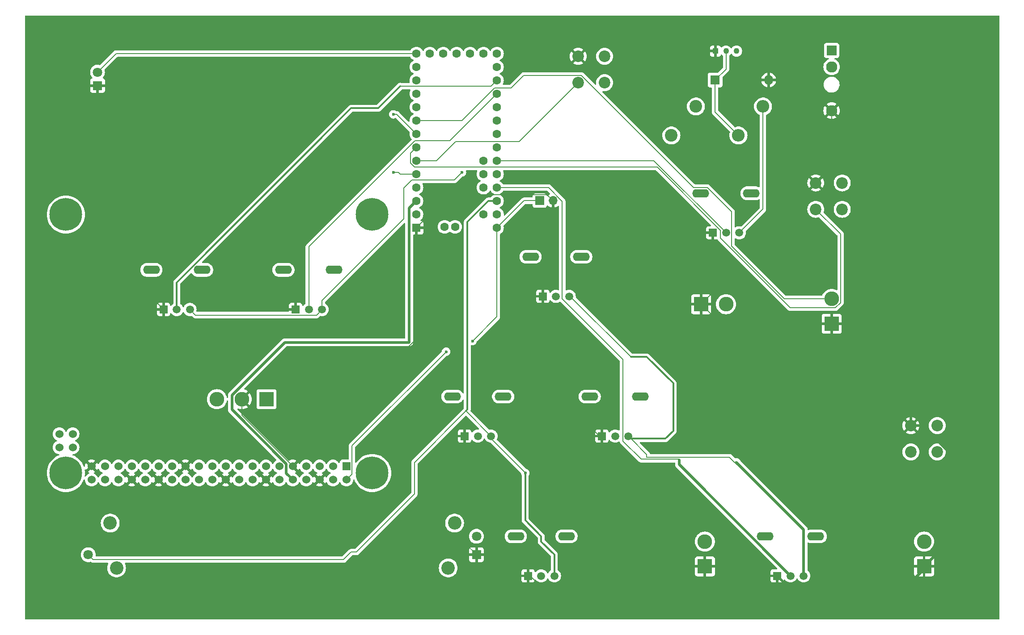
<source format=gbr>
%TF.GenerationSoftware,KiCad,Pcbnew,8.0.4*%
%TF.CreationDate,2024-09-25T11:32:12+02:00*%
%TF.ProjectId,ys.granular,79732e67-7261-46e7-956c-61722e6b6963,rev?*%
%TF.SameCoordinates,Original*%
%TF.FileFunction,Copper,L1,Top*%
%TF.FilePolarity,Positive*%
%FSLAX46Y46*%
G04 Gerber Fmt 4.6, Leading zero omitted, Abs format (unit mm)*
G04 Created by KiCad (PCBNEW 8.0.4) date 2024-09-25 11:32:12*
%MOMM*%
%LPD*%
G01*
G04 APERTURE LIST*
%TA.AperFunction,ComponentPad*%
%ADD10R,1.100000X1.100000*%
%TD*%
%TA.AperFunction,ComponentPad*%
%ADD11C,1.100000*%
%TD*%
%TA.AperFunction,ComponentPad*%
%ADD12C,2.200000*%
%TD*%
%TA.AperFunction,ComponentPad*%
%ADD13R,1.508000X1.508000*%
%TD*%
%TA.AperFunction,ComponentPad*%
%ADD14C,1.508000*%
%TD*%
%TA.AperFunction,ComponentPad*%
%ADD15O,3.200000X1.600000*%
%TD*%
%TA.AperFunction,ComponentPad*%
%ADD16R,1.700000X1.700000*%
%TD*%
%TA.AperFunction,ComponentPad*%
%ADD17O,1.700000X1.700000*%
%TD*%
%TA.AperFunction,ComponentPad*%
%ADD18R,2.781300X2.781300*%
%TD*%
%TA.AperFunction,ComponentPad*%
%ADD19C,2.781300*%
%TD*%
%TA.AperFunction,ComponentPad*%
%ADD20C,2.400000*%
%TD*%
%TA.AperFunction,ComponentPad*%
%ADD21O,2.400000X2.400000*%
%TD*%
%TA.AperFunction,ComponentPad*%
%ADD22R,1.930000X1.830000*%
%TD*%
%TA.AperFunction,ComponentPad*%
%ADD23C,2.130000*%
%TD*%
%TA.AperFunction,ComponentPad*%
%ADD24R,1.800000X1.800000*%
%TD*%
%TA.AperFunction,ComponentPad*%
%ADD25C,1.800000*%
%TD*%
%TA.AperFunction,ComponentPad*%
%ADD26C,2.550000*%
%TD*%
%TA.AperFunction,ComponentPad*%
%ADD27O,1.800000X1.800000*%
%TD*%
%TA.AperFunction,ComponentPad*%
%ADD28C,6.200000*%
%TD*%
%TA.AperFunction,ComponentPad*%
%ADD29C,1.524000*%
%TD*%
%TA.AperFunction,ComponentPad*%
%ADD30R,1.524000X1.524000*%
%TD*%
%TA.AperFunction,ComponentPad*%
%ADD31R,1.600000X1.600000*%
%TD*%
%TA.AperFunction,ComponentPad*%
%ADD32C,1.600000*%
%TD*%
%TA.AperFunction,ViaPad*%
%ADD33C,0.600000*%
%TD*%
%TA.AperFunction,Conductor*%
%ADD34C,0.500000*%
%TD*%
%TA.AperFunction,Conductor*%
%ADD35C,0.200000*%
%TD*%
%TA.AperFunction,Conductor*%
%ADD36C,0.300000*%
%TD*%
G04 APERTURE END LIST*
D10*
%TO.P,Q1,1,E*%
%TO.N,GND*%
X203000000Y-24000000D03*
D11*
%TO.P,Q1,2,B*%
%TO.N,Net-(D1-K)*%
X205000000Y-24000000D03*
%TO.P,Q1,3,C*%
%TO.N,/Gate0*%
X207000000Y-24000000D03*
%TD*%
D12*
%TO.P,SW4,1,A*%
%TO.N,GND*%
X177000000Y-25000000D03*
%TO.P,SW4,2,B*%
%TO.N,/Sw0*%
X177000000Y-30000000D03*
%TO.P,SW4,3*%
%TO.N,N/C*%
X182000000Y-30000000D03*
%TO.P,SW4,4*%
X182000000Y-25000000D03*
%TD*%
D13*
%TO.P,RV3,1,1*%
%TO.N,GND*%
X202500000Y-58462500D03*
D14*
%TO.P,RV3,2,2*%
%TO.N,/Pot7*%
X205000000Y-58462500D03*
%TO.P,RV3,3,3*%
%TO.N,+3.3V*%
X207500000Y-58462500D03*
D15*
%TO.P,RV3,SH1*%
%TO.N,N/C*%
X200200000Y-50962500D03*
%TO.P,RV3,SH2*%
X209800000Y-50962500D03*
%TD*%
D12*
%TO.P,SW5,1,A*%
%TO.N,GND*%
X222000000Y-49000000D03*
%TO.P,SW5,2,B*%
%TO.N,/Sw1*%
X222000000Y-54000000D03*
%TO.P,SW5,3*%
%TO.N,N/C*%
X227000000Y-54000000D03*
%TO.P,SW5,4*%
X227000000Y-49000000D03*
%TD*%
D16*
%TO.P,J3,1*%
%TO.N,+5V*%
X169725000Y-52375000D03*
D17*
%TO.P,J3,2*%
%TO.N,GND*%
X172265000Y-52375000D03*
%TD*%
D18*
%TO.P,SW8,1,A*%
%TO.N,GND*%
X200301000Y-72000000D03*
D19*
%TO.P,SW8,2,B*%
%TO.N,/Sw8*%
X205000000Y-72000000D03*
%TD*%
D18*
%TO.P,SW7,1,A*%
%TO.N,GND*%
X242500000Y-121699000D03*
D19*
%TO.P,SW7,2,B*%
%TO.N,/Sw7*%
X242500000Y-117000000D03*
%TD*%
D18*
%TO.P,SW3,1,A*%
%TO.N,/Sw5*%
X118000000Y-90000000D03*
D19*
%TO.P,SW3,2,B*%
%TO.N,GND*%
X113301000Y-90000000D03*
%TO.P,SW3,3,C*%
%TO.N,/Sw6*%
X108602000Y-90000000D03*
%TD*%
D18*
%TO.P,SW2,1,A*%
%TO.N,GND*%
X225000000Y-75699000D03*
D19*
%TO.P,SW2,2,B*%
%TO.N,/Sw3*%
X225000000Y-71000000D03*
%TD*%
D20*
%TO.P,R1,1*%
%TO.N,Net-(J1-PadS)*%
X194650000Y-40000000D03*
D21*
%TO.P,R1,2*%
%TO.N,Net-(D1-K)*%
X207350000Y-40000000D03*
%TD*%
D12*
%TO.P,SW6,1,A*%
%TO.N,GND*%
X240000000Y-95000000D03*
%TO.P,SW6,2,B*%
%TO.N,/Sw2*%
X240000000Y-100000000D03*
%TO.P,SW6,3*%
%TO.N,N/C*%
X245000000Y-100000000D03*
%TO.P,SW6,4*%
X245000000Y-95000000D03*
%TD*%
D15*
%TO.P,RV8,SH2*%
%TO.N,N/C*%
X177600000Y-63000000D03*
%TO.P,RV8,SH1*%
X168000000Y-63000000D03*
D14*
%TO.P,RV8,3,3*%
%TO.N,+3.3V*%
X175300000Y-70500000D03*
%TO.P,RV8,2,2*%
%TO.N,/Pot3*%
X172800000Y-70500000D03*
D13*
%TO.P,RV8,1,1*%
%TO.N,GND*%
X170300000Y-70500000D03*
%TD*%
D22*
%TO.P,J1,S*%
%TO.N,Net-(J1-PadS)*%
X225000000Y-23900000D03*
D23*
%TO.P,J1,T*%
%TO.N,GND*%
X225000000Y-35300000D03*
%TO.P,J1,TN*%
%TO.N,N/C*%
X225000000Y-27000000D03*
%TD*%
D21*
%TO.P,R2,2*%
%TO.N,+3.3V*%
X212000000Y-34500000D03*
D20*
%TO.P,R2,1*%
%TO.N,/Gate0*%
X199300000Y-34500000D03*
%TD*%
D13*
%TO.P,RV2,1,1*%
%TO.N,GND*%
X181500000Y-97000000D03*
D14*
%TO.P,RV2,2,2*%
%TO.N,/Pot4*%
X184000000Y-97000000D03*
%TO.P,RV2,3,3*%
%TO.N,+3.3V*%
X186500000Y-97000000D03*
D15*
%TO.P,RV2,SH1*%
%TO.N,N/C*%
X179200000Y-89500000D03*
%TO.P,RV2,SH2*%
X188800000Y-89500000D03*
%TD*%
D24*
%TO.P,LED1,1,K*%
%TO.N,GND*%
X86000000Y-30540000D03*
D25*
%TO.P,LED1,2,A*%
%TO.N,/LED*%
X86000000Y-28000000D03*
%TD*%
D13*
%TO.P,RV6,1,1*%
%TO.N,GND*%
X98500000Y-73000000D03*
D14*
%TO.P,RV6,2,2*%
%TO.N,/Pot1*%
X101000000Y-73000000D03*
%TO.P,RV6,3,3*%
%TO.N,+3.3V*%
X103500000Y-73000000D03*
D15*
%TO.P,RV6,SH1*%
%TO.N,N/C*%
X96200000Y-65500000D03*
%TO.P,RV6,SH2*%
X105800000Y-65500000D03*
%TD*%
D18*
%TO.P,SW1,1,A*%
%TO.N,GND*%
X201000000Y-121699000D03*
D19*
%TO.P,SW1,2,B*%
%TO.N,/Sw4*%
X201000000Y-117000000D03*
%TD*%
D13*
%TO.P,RV4,1,1*%
%TO.N,GND*%
X214700000Y-123500000D03*
D14*
%TO.P,RV4,2,2*%
%TO.N,/Pot0*%
X217200000Y-123500000D03*
%TO.P,RV4,3,3*%
%TO.N,+3.3V*%
X219700000Y-123500000D03*
D15*
%TO.P,RV4,SH1*%
%TO.N,N/C*%
X212400000Y-116000000D03*
%TO.P,RV4,SH2*%
X222000000Y-116000000D03*
%TD*%
D24*
%TO.P,RV1,1,1*%
%TO.N,GND*%
X157750000Y-119500000D03*
D25*
%TO.P,RV1,2,2*%
%TO.N,/Pot5*%
X157750000Y-116000000D03*
%TO.P,RV1,3,3*%
%TO.N,+3.3V*%
X84250000Y-119500000D03*
D26*
%TO.P,RV1,SH1*%
%TO.N,N/C*%
X152400000Y-122000000D03*
%TO.P,RV1,SH2*%
X89600000Y-122000000D03*
%TO.P,RV1,SH3*%
X153600000Y-113500000D03*
%TO.P,RV1,SH4*%
X88400000Y-113500000D03*
%TD*%
D13*
%TO.P,RV5,1,1*%
%TO.N,GND*%
X155500000Y-97000000D03*
D14*
%TO.P,RV5,2,2*%
%TO.N,/Pot6*%
X158000000Y-97000000D03*
%TO.P,RV5,3,3*%
%TO.N,+3.3V*%
X160500000Y-97000000D03*
D15*
%TO.P,RV5,SH1*%
%TO.N,N/C*%
X153200000Y-89500000D03*
%TO.P,RV5,SH2*%
X162800000Y-89500000D03*
%TD*%
D27*
%TO.P,D1,2,A*%
%TO.N,GND*%
X213080000Y-29500000D03*
D24*
%TO.P,D1,1,K*%
%TO.N,Net-(D1-K)*%
X202920000Y-29500000D03*
%TD*%
D13*
%TO.P,RV9,1,1*%
%TO.N,GND*%
X167500000Y-123500000D03*
D14*
%TO.P,RV9,2,2*%
%TO.N,/Pot8*%
X170000000Y-123500000D03*
%TO.P,RV9,3,3*%
%TO.N,+3.3V*%
X172500000Y-123500000D03*
D15*
%TO.P,RV9,SH1*%
%TO.N,N/C*%
X165200000Y-116000000D03*
%TO.P,RV9,SH2*%
X174800000Y-116000000D03*
%TD*%
D28*
%TO.P,J2,S4*%
%TO.N,N/C*%
X138000000Y-55000000D03*
%TO.P,J2,S3*%
X80000000Y-55000000D03*
%TO.P,J2,S2*%
X80000000Y-104000000D03*
%TO.P,J2,S1*%
X138000000Y-104000000D03*
D29*
%TO.P,J2,44*%
X81310000Y-99147000D03*
%TO.P,J2,43*%
X81310000Y-96607000D03*
%TO.P,J2,42*%
X78770000Y-99147000D03*
%TO.P,J2,41*%
X78770000Y-96607000D03*
%TO.P,J2,40,GPIO21/SCLK1*%
%TO.N,unconnected-(J2-GPIO21{slash}SCLK1-Pad40)*%
X84870000Y-105270000D03*
%TO.P,J2,39,GND*%
%TO.N,GND*%
X84870000Y-102730000D03*
%TO.P,J2,38,GPIO20/MOSI1*%
%TO.N,unconnected-(J2-GPIO20{slash}MOSI1-Pad38)*%
X87410000Y-105270000D03*
%TO.P,J2,37,GPIO26*%
%TO.N,unconnected-(J2-GPIO26-Pad37)*%
X87410000Y-102730000D03*
%TO.P,J2,36,GPIO16*%
%TO.N,unconnected-(J2-GPIO16-Pad36)*%
X89950000Y-105270000D03*
%TO.P,J2,35,GPIO19/MISO1*%
%TO.N,unconnected-(J2-GPIO19{slash}MISO1-Pad35)*%
X89950000Y-102730000D03*
%TO.P,J2,34,GND*%
%TO.N,GND*%
X92490000Y-105270000D03*
%TO.P,J2,33,PWM1/GPIO13*%
%TO.N,unconnected-(J2-PWM1{slash}GPIO13-Pad33)*%
X92490000Y-102730000D03*
%TO.P,J2,32,PWM0/GPIO12*%
%TO.N,unconnected-(J2-PWM0{slash}GPIO12-Pad32)*%
X95030000Y-105270000D03*
%TO.P,J2,31,GCLK2/GPIO6*%
%TO.N,unconnected-(J2-GCLK2{slash}GPIO6-Pad31)*%
X95030000Y-102730000D03*
%TO.P,J2,30,GND*%
%TO.N,GND*%
X97570000Y-105270000D03*
%TO.P,J2,29,GCLK1/GPIO5*%
%TO.N,unconnected-(J2-GCLK1{slash}GPIO5-Pad29)*%
X97570000Y-102730000D03*
%TO.P,J2,28,ID_SC/GPIO1*%
%TO.N,unconnected-(J2-ID_SC{slash}GPIO1-Pad28)*%
X100110000Y-105270000D03*
%TO.P,J2,27,ID_SD/GPIO0*%
%TO.N,unconnected-(J2-ID_SD{slash}GPIO0-Pad27)*%
X100110000Y-102730000D03*
%TO.P,J2,26,~{CE1}/GPIO7*%
%TO.N,unconnected-(J2-~{CE1}{slash}GPIO7-Pad26)*%
X102650000Y-105270000D03*
%TO.P,J2,25,GND*%
%TO.N,GND*%
X102650000Y-102730000D03*
%TO.P,J2,24,~{CE0}/GPIO8*%
%TO.N,unconnected-(J2-~{CE0}{slash}GPIO8-Pad24)*%
X105190000Y-105270000D03*
%TO.P,J2,23,SCLK0/GPIO11*%
%TO.N,unconnected-(J2-SCLK0{slash}GPIO11-Pad23)*%
X105190000Y-102730000D03*
%TO.P,J2,22,GPIO25*%
%TO.N,unconnected-(J2-GPIO25-Pad22)*%
X107730000Y-105270000D03*
%TO.P,J2,21,MISO0/GPIO9*%
%TO.N,unconnected-(J2-MISO0{slash}GPIO9-Pad21)*%
X107730000Y-102730000D03*
%TO.P,J2,20,GND*%
%TO.N,GND*%
X110270000Y-105270000D03*
%TO.P,J2,19,MOSI0/GPIO10*%
%TO.N,unconnected-(J2-MOSI0{slash}GPIO10-Pad19)*%
X110270000Y-102730000D03*
%TO.P,J2,18,GPIO24*%
%TO.N,unconnected-(J2-GPIO24-Pad18)*%
X112810000Y-105270000D03*
%TO.P,J2,17,3V3*%
%TO.N,unconnected-(J2-3V3-Pad1)_1*%
X112810000Y-102730000D03*
%TO.P,J2,16,GPIO23*%
%TO.N,unconnected-(J2-GPIO23-Pad16)*%
X115350000Y-105270000D03*
%TO.P,J2,15,GPIO22*%
%TO.N,unconnected-(J2-GPIO22-Pad15)*%
X115350000Y-102730000D03*
%TO.P,J2,14,GND*%
%TO.N,GND*%
X117890000Y-105270000D03*
%TO.P,J2,13,GPIO27*%
%TO.N,unconnected-(J2-GPIO27-Pad13)*%
X117890000Y-102730000D03*
%TO.P,J2,12,GPIO18/PWM0*%
%TO.N,unconnected-(J2-GPIO18{slash}PWM0-Pad12)*%
X120430000Y-105270000D03*
%TO.P,J2,11,GPIO17*%
%TO.N,unconnected-(J2-GPIO17-Pad11)*%
X120430000Y-102730000D03*
%TO.P,J2,10,GPIO15/RXD*%
%TO.N,/teensyTX*%
X122970000Y-105270000D03*
%TO.P,J2,9,GND*%
%TO.N,GND*%
X122970000Y-102730000D03*
%TO.P,J2,8,GPIO14/TXD*%
%TO.N,/teensyRX*%
X125510000Y-105270000D03*
%TO.P,J2,7,GCLK0/GPIO4*%
%TO.N,unconnected-(J2-GCLK0{slash}GPIO4-Pad7)*%
X125510000Y-102730000D03*
%TO.P,J2,6,GND*%
%TO.N,GND*%
X128050000Y-105270000D03*
%TO.P,J2,5,SCL/GPIO3*%
%TO.N,unconnected-(J2-SCL{slash}GPIO3-Pad5)*%
X128050000Y-102730000D03*
%TO.P,J2,4,5V*%
%TO.N,+5V*%
X130590000Y-105270000D03*
%TO.P,J2,3,SDA/GPIO2*%
%TO.N,unconnected-(J2-SDA{slash}GPIO2-Pad3)*%
X130590000Y-102730000D03*
%TO.P,J2,2,5V*%
%TO.N,+5V*%
X133130000Y-105270000D03*
D30*
%TO.P,J2,1,3V3*%
%TO.N,unconnected-(J2-3V3-Pad1)*%
X133130000Y-102730000D03*
%TD*%
D31*
%TO.P,U1,1,GND*%
%TO.N,GND*%
X146380000Y-57510000D03*
D32*
%TO.P,U1,2,0_RX1_MOSI1_Touch*%
%TO.N,/teensyRX*%
X146380000Y-54970000D03*
%TO.P,U1,3,1_TX1_MISO1_Touch*%
%TO.N,/teensyTX*%
X146380000Y-52430000D03*
%TO.P,U1,4,2*%
%TO.N,/Sw7*%
X146380000Y-49890000D03*
%TO.P,U1,5,3_RX1_PWM_Touch*%
%TO.N,/Gate0*%
X146380000Y-47350000D03*
%TO.P,U1,6,4_TX1_PWM_Touch*%
%TO.N,/Sw0*%
X146380000Y-44810000D03*
%TO.P,U1,7,5_TX1_MISO1*%
%TO.N,/Sw1*%
X146380000Y-42270000D03*
%TO.P,U1,8,6_RX3_CS1_PWM*%
%TO.N,/Sw2*%
X146380000Y-39730000D03*
%TO.P,U1,9,7_RX3_MOSI0*%
%TO.N,/Sw3*%
X146380000Y-37190000D03*
%TO.P,U1,10,8_TX3_MISO0*%
%TO.N,/Sw4*%
X146380000Y-34650000D03*
%TO.P,U1,11,9_RX2_PWM*%
%TO.N,/Sw5*%
X146380000Y-32110000D03*
%TO.P,U1,12,10_TX2_CS0_PWM*%
%TO.N,/Sw6*%
X146380000Y-29570000D03*
%TO.P,U1,13,11_MOSI0*%
%TO.N,/Sw8*%
X146380000Y-27030000D03*
%TO.P,U1,14,12_MISO0*%
%TO.N,/LED*%
X146380000Y-24490000D03*
%TO.P,U1,15,17_Vin*%
%TO.N,unconnected-(U1-17_Vin-Pad15)*%
X148920000Y-24490000D03*
%TO.P,U1,16,3.3V*%
%TO.N,unconnected-(U1-3.3V-Pad16)*%
X151460000Y-24490000D03*
%TO.P,U1,17,GND*%
%TO.N,unconnected-(U1-GND-Pad17)*%
X154000000Y-24490000D03*
%TO.P,U1,18,Program*%
%TO.N,unconnected-(U1-Program-Pad18)*%
X156540000Y-24490000D03*
%TO.P,U1,19,26_A12/DAC*%
%TO.N,unconnected-(U1-26_A12{slash}DAC-Pad19)*%
X159080000Y-24490000D03*
%TO.P,U1,20,13_LED_SCK0*%
%TO.N,unconnected-(U1-13_LED_SCK0-Pad20)*%
X161620000Y-24490000D03*
%TO.P,U1,21,14_A0_SCK0*%
%TO.N,unconnected-(U1-14_A0_SCK0-Pad21)*%
X161620000Y-27030000D03*
%TO.P,U1,22,15_A1_Touch*%
%TO.N,/Pot1*%
X161620000Y-29570000D03*
%TO.P,U1,23,16_A2_SCL0_PWM_Touch*%
%TO.N,/Pot2*%
X161620000Y-32110000D03*
%TO.P,U1,24,17_A3_SDA0_PWM_Touch*%
%TO.N,/Pot3*%
X161620000Y-34650000D03*
%TO.P,U1,25,18_A4_SDA0_Touch*%
%TO.N,/Pot4*%
X161620000Y-37190000D03*
%TO.P,U1,26,19_A5_SCL0_Touch*%
%TO.N,/Pot5*%
X161620000Y-39730000D03*
%TO.P,U1,27,20_A6_SCK1_PWM_TX3*%
%TO.N,/Pot6*%
X161620000Y-42270000D03*
%TO.P,U1,28,21_A7_MOSI1_RX1*%
%TO.N,/Pot7*%
X161620000Y-44810000D03*
%TO.P,U1,29,22_A8_SCL1_PWM_Touch*%
%TO.N,/Pot8*%
X161620000Y-47350000D03*
%TO.P,U1,30,23_A9_SDA1_PWM_Touch*%
%TO.N,/Pot0*%
X161620000Y-49890000D03*
%TO.P,U1,31,3.3V*%
%TO.N,+3.3V*%
X161620000Y-52430000D03*
%TO.P,U1,32,GND*%
%TO.N,unconnected-(U1-GND-Pad32)*%
X161620000Y-54970000D03*
%TO.P,U1,33,Vin*%
%TO.N,+5V*%
X161620000Y-57510000D03*
%TO.P,U1,34,VUSB*%
%TO.N,unconnected-(U1-VUSB-Pad34)*%
X159080000Y-54970000D03*
%TO.P,U1,35,AREF*%
%TO.N,unconnected-(U1-AREF-Pad35)*%
X159080000Y-49890000D03*
%TO.P,U1,36,24_A10*%
%TO.N,unconnected-(U1-24_A10-Pad36)*%
X159080000Y-47350000D03*
%TO.P,U1,37,25_A11*%
%TO.N,unconnected-(U1-25_A11-Pad37)*%
X159080000Y-44810000D03*
%TO.P,U1,39,D+*%
%TO.N,unconnected-(U1-D+-Pad39)*%
X151714000Y-57332200D03*
%TO.P,U1,40,D-*%
%TO.N,unconnected-(U1-D--Pad40)*%
X153695200Y-57332200D03*
%TD*%
D13*
%TO.P,RV7,1,1*%
%TO.N,GND*%
X123500000Y-73000000D03*
D14*
%TO.P,RV7,2,2*%
%TO.N,/Pot2*%
X126000000Y-73000000D03*
%TO.P,RV7,3,3*%
%TO.N,+3.3V*%
X128500000Y-73000000D03*
D15*
%TO.P,RV7,SH1*%
%TO.N,N/C*%
X121200000Y-65500000D03*
%TO.P,RV7,SH2*%
X130800000Y-65500000D03*
%TD*%
D33*
%TO.N,+5V*%
X152000000Y-81000000D03*
X157000000Y-79000000D03*
%TO.N,+3.3V*%
X155000000Y-47000000D03*
%TO.N,/Gate0*%
X142000000Y-47000000D03*
%TO.N,+3.3V*%
X207000000Y-102000000D03*
%TO.N,/Sw2*%
X142000000Y-36000000D03*
%TO.N,+3.3V*%
X167000000Y-104000000D03*
%TD*%
D34*
%TO.N,GND*%
X242500000Y-121699000D02*
X251000000Y-113199000D01*
X251000000Y-113199000D02*
X251000000Y-103807968D01*
X251000000Y-103807968D02*
X242192032Y-95000000D01*
X242192032Y-95000000D02*
X240000000Y-95000000D01*
X240000000Y-95000000D02*
X240000000Y-72000000D01*
X242500000Y-121699000D02*
X242500000Y-122199000D01*
X242500000Y-122199000D02*
X238699000Y-126000000D01*
%TO.N,+3.3V*%
X219700000Y-123500000D02*
X219700000Y-114700000D01*
X219700000Y-114700000D02*
X207000000Y-102000000D01*
%TO.N,/Pot0*%
X217200000Y-123500000D02*
X196100000Y-102400000D01*
X196100000Y-102400000D02*
X196100000Y-101550000D01*
%TO.N,GND*%
X214700000Y-123500000D02*
X217200000Y-126000000D01*
X217200000Y-126000000D02*
X218000000Y-126000000D01*
%TO.N,/teensyTX*%
X146380000Y-52430000D02*
X145000000Y-53810000D01*
X145000000Y-53810000D02*
X145000000Y-79222182D01*
X145000000Y-79222182D02*
X121475745Y-79222182D01*
X121475745Y-79222182D02*
X111460350Y-89237577D01*
X111460350Y-89237577D02*
X111460350Y-91998168D01*
X111460350Y-91998168D02*
X121758000Y-102295818D01*
X121758000Y-102295818D02*
X121758000Y-104058000D01*
X121758000Y-104058000D02*
X122970000Y-105270000D01*
D35*
%TO.N,+3.3V*%
X145550000Y-48450000D02*
X144000000Y-50000000D01*
X153550000Y-48450000D02*
X145550000Y-48450000D01*
X155000000Y-47000000D02*
X153550000Y-48450000D01*
X144000000Y-50000000D02*
X144000000Y-55794365D01*
X144000000Y-55794365D02*
X128500000Y-71294365D01*
%TO.N,+5V*%
X152000000Y-81000000D02*
X134192000Y-98808000D01*
X134192000Y-104208000D02*
X133130000Y-105270000D01*
X134192000Y-98808000D02*
X134192000Y-104208000D01*
X161620000Y-74380000D02*
X157000000Y-79000000D01*
X161620000Y-57510000D02*
X161620000Y-74380000D01*
%TO.N,+3.3V*%
X135000000Y-119000000D02*
X134000000Y-119000000D01*
X134000000Y-119000000D02*
X132575000Y-120425000D01*
X132575000Y-120425000D02*
X85175000Y-120425000D01*
X155750000Y-92250000D02*
X146000000Y-102000000D01*
X146000000Y-102000000D02*
X146000000Y-108000000D01*
X146000000Y-108000000D02*
X135000000Y-119000000D01*
X85175000Y-120425000D02*
X84250000Y-119500000D01*
%TO.N,GND*%
X113301000Y-90000000D02*
X113301000Y-93061000D01*
X113301000Y-93061000D02*
X122970000Y-102730000D01*
X146380000Y-78620000D02*
X125000000Y-100000000D01*
X146380000Y-57510000D02*
X146380000Y-78620000D01*
X125000000Y-100000000D02*
X125000000Y-100700000D01*
X125000000Y-100700000D02*
X122970000Y-102730000D01*
%TO.N,+3.3V*%
X128500000Y-73000000D02*
X128500000Y-71294365D01*
%TO.N,/Pot2*%
X132047183Y-55047183D02*
X126000000Y-61094365D01*
X132047183Y-55047183D02*
X132047183Y-55047182D01*
X132094365Y-55000000D02*
X132047183Y-55047183D01*
X132047183Y-55047182D02*
X146094365Y-41000000D01*
X146094365Y-41000000D02*
X152730000Y-41000000D01*
X152730000Y-41000000D02*
X161620000Y-32110000D01*
D36*
%TO.N,/Pot1*%
X101000000Y-73000000D02*
X101000000Y-67873654D01*
X101000000Y-67873654D02*
X134035654Y-34838000D01*
X139162000Y-34838000D02*
X143330000Y-30670000D01*
X134035654Y-34838000D02*
X139162000Y-34838000D01*
%TO.N,+3.3V*%
X161620000Y-52430000D02*
X159993654Y-52430000D01*
D35*
X160500000Y-97000000D02*
X155750000Y-92250000D01*
D36*
X159993654Y-52430000D02*
X156000000Y-56423654D01*
X156000000Y-56423654D02*
X156000000Y-92000000D01*
X156000000Y-92000000D02*
X155750000Y-92250000D01*
D35*
%TO.N,GND*%
X86000000Y-30540000D02*
X86000000Y-60500000D01*
X86000000Y-60500000D02*
X98500000Y-73000000D01*
D36*
X209000000Y-21000000D02*
X199000000Y-21000000D01*
D35*
%TO.N,/Gate0*%
X142000000Y-47000000D02*
X143000000Y-47000000D01*
X143000000Y-47000000D02*
X143350000Y-47350000D01*
X143350000Y-47350000D02*
X146380000Y-47350000D01*
D36*
%TO.N,GND*%
X213080000Y-29500000D02*
X213080000Y-25080000D01*
X213080000Y-25080000D02*
X209000000Y-21000000D01*
D35*
X198000000Y-21000000D02*
X199000000Y-21000000D01*
X199000000Y-21000000D02*
X202000000Y-24000000D01*
X202000000Y-24000000D02*
X203000000Y-24000000D01*
X181000000Y-21000000D02*
X198000000Y-21000000D01*
D36*
X213080000Y-29500000D02*
X219200000Y-29500000D01*
%TO.N,+3.3V*%
X195000000Y-87000000D02*
X190000000Y-82000000D01*
X190000000Y-82000000D02*
X187000000Y-82000000D01*
X195000000Y-96000000D02*
X195000000Y-87000000D01*
X186500000Y-97500000D02*
X193500000Y-97500000D01*
X193500000Y-97500000D02*
X195000000Y-96000000D01*
X172500000Y-119500000D02*
X170000000Y-117000000D01*
X172500000Y-123500000D02*
X172500000Y-119500000D01*
X170000000Y-117000000D02*
X170000000Y-116000000D01*
X170000000Y-116000000D02*
X167000000Y-113000000D01*
X167000000Y-113000000D02*
X167000000Y-104000000D01*
D35*
X207000000Y-102000000D02*
X207000000Y-102355635D01*
X206644365Y-102000000D02*
X207000000Y-102000000D01*
%TO.N,/Pot0*%
X188909418Y-101400000D02*
X185446000Y-97936582D01*
X196100000Y-101400000D02*
X188909418Y-101400000D01*
X185446000Y-97936582D02*
X185446000Y-82446000D01*
X185446000Y-82446000D02*
X174000000Y-71000000D01*
X174000000Y-71000000D02*
X174000000Y-52483654D01*
X174000000Y-52483654D02*
X171406346Y-49890000D01*
X171406346Y-49890000D02*
X161620000Y-49890000D01*
%TO.N,/Sw1*%
X222000000Y-54000000D02*
X226690650Y-58690650D01*
X226690650Y-58690650D02*
X226690650Y-71700291D01*
X203946000Y-59464768D02*
X203946000Y-57974186D01*
X145280000Y-45265635D02*
X145280000Y-43370000D01*
X226690650Y-71700291D02*
X225700291Y-72690650D01*
X225700291Y-72690650D02*
X217171882Y-72690650D01*
X191971814Y-46000000D02*
X146014365Y-46000000D01*
X217171882Y-72690650D02*
X203946000Y-59464768D01*
X146014365Y-46000000D02*
X145280000Y-45265635D01*
X203946000Y-57974186D02*
X191971814Y-46000000D01*
X145280000Y-43370000D02*
X146380000Y-42270000D01*
%TO.N,/Sw3*%
X225000000Y-71000000D02*
X216046918Y-71000000D01*
X216046918Y-71000000D02*
X206054000Y-61007082D01*
X206054000Y-61007082D02*
X206054000Y-54460865D01*
X177579899Y-28600000D02*
X166685635Y-28600000D01*
X206054000Y-54460865D02*
X201455635Y-49862500D01*
X164275635Y-31010000D02*
X161164365Y-31010000D01*
X154984365Y-37190000D02*
X146380000Y-37190000D01*
X201455635Y-49862500D02*
X198842399Y-49862500D01*
X198842399Y-49862500D02*
X177579899Y-28600000D01*
X166685635Y-28600000D02*
X164275635Y-31010000D01*
X161164365Y-31010000D02*
X154984365Y-37190000D01*
%TO.N,/Sw2*%
X142000000Y-36000000D02*
X142650000Y-36000000D01*
X142650000Y-36000000D02*
X146380000Y-39730000D01*
%TO.N,/Pot7*%
X205000000Y-58462500D02*
X191347500Y-44810000D01*
X191347500Y-44810000D02*
X161620000Y-44810000D01*
%TO.N,GND*%
X202500000Y-58462500D02*
X202500000Y-69801000D01*
X202500000Y-69801000D02*
X200301000Y-72000000D01*
X157750000Y-119500000D02*
X155500000Y-117250000D01*
X155500000Y-117250000D02*
X155500000Y-97000000D01*
X162000000Y-126000000D02*
X162000000Y-125000000D01*
X157750000Y-120750000D02*
X157750000Y-119500000D01*
X162000000Y-125000000D02*
X157750000Y-120750000D01*
X170300000Y-70500000D02*
X170300000Y-57700000D01*
X170300000Y-57700000D02*
X172265000Y-55735000D01*
X172265000Y-55735000D02*
X172265000Y-52375000D01*
X181500000Y-97500000D02*
X170300000Y-86300000D01*
X170300000Y-86300000D02*
X170300000Y-70500000D01*
%TO.N,+3.3V*%
X187000000Y-82000000D02*
X175500000Y-70500000D01*
X167000000Y-104000000D02*
X167037500Y-104000000D01*
X167000000Y-103962500D02*
X167000000Y-104000000D01*
X190000000Y-101000000D02*
X190000000Y-100500000D01*
X190000000Y-100500000D02*
X187000000Y-97500000D01*
X212000000Y-34500000D02*
X212000000Y-53962500D01*
X212000000Y-53962500D02*
X207500000Y-58462500D01*
%TO.N,Net-(D1-K)*%
X202920000Y-29500000D02*
X202920000Y-35570000D01*
X202920000Y-35570000D02*
X207350000Y-40000000D01*
X205000000Y-24000000D02*
X205000000Y-27420000D01*
X205000000Y-27420000D02*
X202920000Y-29500000D01*
%TO.N,+3.3V*%
X190000000Y-101000000D02*
X205644365Y-101000000D01*
X205644365Y-101000000D02*
X206644365Y-102000000D01*
X160500000Y-97462500D02*
X167000000Y-103962500D01*
%TO.N,GND*%
X201000000Y-121699000D02*
X187000000Y-121699000D01*
X181500000Y-116199000D02*
X187000000Y-121699000D01*
X187000000Y-121699000D02*
X186301000Y-121699000D01*
X181500000Y-97500000D02*
X181500000Y-116199000D01*
X200301000Y-72000000D02*
X204000000Y-75699000D01*
X204000000Y-75699000D02*
X225000000Y-75699000D01*
X240000000Y-72000000D02*
X239000000Y-71000000D01*
X239000000Y-71000000D02*
X229000000Y-61000000D01*
X234301000Y-75699000D02*
X239000000Y-71000000D01*
X225000000Y-75699000D02*
X234301000Y-75699000D01*
X177000000Y-25000000D02*
X181000000Y-21000000D01*
X219200000Y-29500000D02*
X225000000Y-35300000D01*
X225000000Y-35300000D02*
X225000000Y-46000000D01*
X225000000Y-46000000D02*
X222000000Y-49000000D01*
X229000000Y-61000000D02*
X229000000Y-39300000D01*
X229000000Y-39300000D02*
X225000000Y-35300000D01*
X171000000Y-126000000D02*
X170350000Y-126000000D01*
X182000000Y-126000000D02*
X171000000Y-126000000D01*
X162000000Y-126000000D02*
X171000000Y-126000000D01*
X186301000Y-121699000D02*
X182000000Y-126000000D01*
X170350000Y-126000000D02*
X168100000Y-123750000D01*
X238699000Y-126000000D02*
X218000000Y-126000000D01*
X218000000Y-126000000D02*
X214000000Y-126000000D01*
X209699000Y-121699000D02*
X201000000Y-121699000D01*
X214000000Y-126000000D02*
X209699000Y-121699000D01*
%TO.N,/Sw0*%
X177000000Y-30000000D02*
X165830000Y-41170000D01*
X165830000Y-41170000D02*
X153830000Y-41170000D01*
X150190000Y-44810000D02*
X146380000Y-44810000D01*
X153830000Y-41170000D02*
X150190000Y-44810000D01*
%TO.N,GND*%
X172265000Y-52375000D02*
X171115000Y-51225000D01*
X171115000Y-51225000D02*
X152665000Y-51225000D01*
X152665000Y-51225000D02*
X146380000Y-57510000D01*
%TO.N,+5V*%
X169725000Y-52375000D02*
X166755000Y-52375000D01*
X166755000Y-52375000D02*
X161620000Y-57510000D01*
%TO.N,/LED*%
X86000000Y-28000000D02*
X89510000Y-24490000D01*
X89510000Y-24490000D02*
X146380000Y-24490000D01*
%TO.N,/Pot2*%
X126000000Y-73000000D02*
X126000000Y-61094365D01*
%TO.N,/Pot1*%
X143330000Y-30670000D02*
X160520000Y-30670000D01*
X160520000Y-30670000D02*
X161620000Y-29570000D01*
%TO.N,+3.3V*%
X103500000Y-73000000D02*
X103000000Y-73000000D01*
X103500000Y-73000000D02*
X104554000Y-74054000D01*
X104554000Y-74054000D02*
X127446000Y-74054000D01*
X127446000Y-74054000D02*
X128500000Y-73000000D01*
%TO.N,GND*%
X201801000Y-122500000D02*
X201000000Y-121699000D01*
%TD*%
%TA.AperFunction,Conductor*%
%TO.N,GND*%
G36*
X91287865Y-103183435D02*
G01*
X91332382Y-103234811D01*
X91392464Y-103363658D01*
X91392468Y-103363666D01*
X91519170Y-103544615D01*
X91519175Y-103544621D01*
X91675378Y-103700824D01*
X91675384Y-103700829D01*
X91856333Y-103827531D01*
X91856335Y-103827532D01*
X91856338Y-103827534D01*
X91912499Y-103853722D01*
X91985781Y-103887894D01*
X92038220Y-103934066D01*
X92057372Y-104001260D01*
X92037156Y-104068141D01*
X91985781Y-104112658D01*
X91856590Y-104172901D01*
X91791811Y-104218258D01*
X92354057Y-104780504D01*
X92293919Y-104796619D01*
X92178080Y-104863498D01*
X92083498Y-104958080D01*
X92016619Y-105073919D01*
X92000504Y-105134057D01*
X91438258Y-104571811D01*
X91392901Y-104636590D01*
X91332658Y-104765781D01*
X91286485Y-104818220D01*
X91219292Y-104837372D01*
X91152411Y-104817156D01*
X91107894Y-104765781D01*
X91047651Y-104636590D01*
X91047534Y-104636339D01*
X90920826Y-104455380D01*
X90764620Y-104299174D01*
X90764616Y-104299171D01*
X90764615Y-104299170D01*
X90583666Y-104172468D01*
X90583658Y-104172464D01*
X90454811Y-104112382D01*
X90402371Y-104066210D01*
X90383219Y-103999017D01*
X90403435Y-103932135D01*
X90454811Y-103887618D01*
X90460802Y-103884824D01*
X90583662Y-103827534D01*
X90764620Y-103700826D01*
X90920826Y-103544620D01*
X91047534Y-103363662D01*
X91107618Y-103234811D01*
X91153790Y-103182371D01*
X91220983Y-103163219D01*
X91287865Y-103183435D01*
G37*
%TD.AperFunction*%
%TA.AperFunction,Conductor*%
G36*
X96367865Y-103183435D02*
G01*
X96412382Y-103234811D01*
X96472464Y-103363658D01*
X96472468Y-103363666D01*
X96599170Y-103544615D01*
X96599175Y-103544621D01*
X96755378Y-103700824D01*
X96755384Y-103700829D01*
X96936333Y-103827531D01*
X96936335Y-103827532D01*
X96936338Y-103827534D01*
X96992499Y-103853722D01*
X97065781Y-103887894D01*
X97118220Y-103934066D01*
X97137372Y-104001260D01*
X97117156Y-104068141D01*
X97065781Y-104112658D01*
X96936590Y-104172901D01*
X96871811Y-104218258D01*
X97434057Y-104780504D01*
X97373919Y-104796619D01*
X97258080Y-104863498D01*
X97163498Y-104958080D01*
X97096619Y-105073919D01*
X97080504Y-105134057D01*
X96518258Y-104571811D01*
X96472901Y-104636590D01*
X96412658Y-104765781D01*
X96366485Y-104818220D01*
X96299292Y-104837372D01*
X96232411Y-104817156D01*
X96187894Y-104765781D01*
X96127651Y-104636590D01*
X96127534Y-104636339D01*
X96000826Y-104455380D01*
X95844620Y-104299174D01*
X95844616Y-104299171D01*
X95844615Y-104299170D01*
X95663666Y-104172468D01*
X95663658Y-104172464D01*
X95534811Y-104112382D01*
X95482371Y-104066210D01*
X95463219Y-103999017D01*
X95483435Y-103932135D01*
X95534811Y-103887618D01*
X95540802Y-103884824D01*
X95663662Y-103827534D01*
X95844620Y-103700826D01*
X96000826Y-103544620D01*
X96127534Y-103363662D01*
X96187618Y-103234811D01*
X96233790Y-103182371D01*
X96300983Y-103163219D01*
X96367865Y-103183435D01*
G37*
%TD.AperFunction*%
%TA.AperFunction,Conductor*%
G36*
X109067865Y-103183435D02*
G01*
X109112382Y-103234811D01*
X109172464Y-103363658D01*
X109172468Y-103363666D01*
X109299170Y-103544615D01*
X109299175Y-103544621D01*
X109455378Y-103700824D01*
X109455384Y-103700829D01*
X109636333Y-103827531D01*
X109636335Y-103827532D01*
X109636338Y-103827534D01*
X109692499Y-103853722D01*
X109765781Y-103887894D01*
X109818220Y-103934066D01*
X109837372Y-104001260D01*
X109817156Y-104068141D01*
X109765781Y-104112658D01*
X109636590Y-104172901D01*
X109571811Y-104218258D01*
X110134057Y-104780504D01*
X110073919Y-104796619D01*
X109958080Y-104863498D01*
X109863498Y-104958080D01*
X109796619Y-105073919D01*
X109780505Y-105134057D01*
X109218258Y-104571811D01*
X109172901Y-104636590D01*
X109112658Y-104765781D01*
X109066485Y-104818220D01*
X108999292Y-104837372D01*
X108932411Y-104817156D01*
X108887894Y-104765781D01*
X108827651Y-104636590D01*
X108827534Y-104636339D01*
X108700826Y-104455380D01*
X108544620Y-104299174D01*
X108544616Y-104299171D01*
X108544615Y-104299170D01*
X108363666Y-104172468D01*
X108363658Y-104172464D01*
X108234811Y-104112382D01*
X108182371Y-104066210D01*
X108163219Y-103999017D01*
X108183435Y-103932135D01*
X108234811Y-103887618D01*
X108240802Y-103884824D01*
X108363662Y-103827534D01*
X108544620Y-103700826D01*
X108700826Y-103544620D01*
X108827534Y-103363662D01*
X108887618Y-103234811D01*
X108933790Y-103182371D01*
X109000983Y-103163219D01*
X109067865Y-103183435D01*
G37*
%TD.AperFunction*%
%TA.AperFunction,Conductor*%
G36*
X116687865Y-103183435D02*
G01*
X116732382Y-103234811D01*
X116792464Y-103363658D01*
X116792468Y-103363666D01*
X116919170Y-103544615D01*
X116919175Y-103544621D01*
X117075378Y-103700824D01*
X117075384Y-103700829D01*
X117256333Y-103827531D01*
X117256335Y-103827532D01*
X117256338Y-103827534D01*
X117312499Y-103853722D01*
X117385781Y-103887894D01*
X117438220Y-103934066D01*
X117457372Y-104001260D01*
X117437156Y-104068141D01*
X117385781Y-104112658D01*
X117256590Y-104172901D01*
X117191811Y-104218258D01*
X117754057Y-104780504D01*
X117693919Y-104796619D01*
X117578080Y-104863498D01*
X117483498Y-104958080D01*
X117416619Y-105073919D01*
X117400504Y-105134057D01*
X116838258Y-104571811D01*
X116792901Y-104636590D01*
X116732658Y-104765781D01*
X116686485Y-104818220D01*
X116619292Y-104837372D01*
X116552411Y-104817156D01*
X116507894Y-104765781D01*
X116447651Y-104636590D01*
X116447534Y-104636339D01*
X116320826Y-104455380D01*
X116164620Y-104299174D01*
X116164616Y-104299171D01*
X116164615Y-104299170D01*
X115983666Y-104172468D01*
X115983658Y-104172464D01*
X115854811Y-104112382D01*
X115802371Y-104066210D01*
X115783219Y-103999017D01*
X115803435Y-103932135D01*
X115854811Y-103887618D01*
X115860802Y-103884824D01*
X115983662Y-103827534D01*
X116164620Y-103700826D01*
X116320826Y-103544620D01*
X116447534Y-103363662D01*
X116507618Y-103234811D01*
X116553790Y-103182371D01*
X116620983Y-103163219D01*
X116687865Y-103183435D01*
G37*
%TD.AperFunction*%
%TA.AperFunction,Conductor*%
G36*
X126847865Y-103183435D02*
G01*
X126892382Y-103234811D01*
X126952464Y-103363658D01*
X126952468Y-103363666D01*
X127079170Y-103544615D01*
X127079175Y-103544621D01*
X127235378Y-103700824D01*
X127235384Y-103700829D01*
X127416333Y-103827531D01*
X127416335Y-103827532D01*
X127416338Y-103827534D01*
X127472499Y-103853722D01*
X127545781Y-103887894D01*
X127598220Y-103934066D01*
X127617372Y-104001260D01*
X127597156Y-104068141D01*
X127545781Y-104112658D01*
X127416590Y-104172901D01*
X127351811Y-104218258D01*
X127914057Y-104780504D01*
X127853919Y-104796619D01*
X127738080Y-104863498D01*
X127643498Y-104958080D01*
X127576619Y-105073919D01*
X127560504Y-105134057D01*
X126998258Y-104571811D01*
X126952901Y-104636590D01*
X126892658Y-104765781D01*
X126846485Y-104818220D01*
X126779292Y-104837372D01*
X126712411Y-104817156D01*
X126667894Y-104765781D01*
X126607651Y-104636590D01*
X126607534Y-104636339D01*
X126480826Y-104455380D01*
X126324620Y-104299174D01*
X126324616Y-104299171D01*
X126324615Y-104299170D01*
X126143666Y-104172468D01*
X126143658Y-104172464D01*
X126014811Y-104112382D01*
X125962371Y-104066210D01*
X125943219Y-103999017D01*
X125963435Y-103932135D01*
X126014811Y-103887618D01*
X126020802Y-103884824D01*
X126143662Y-103827534D01*
X126324620Y-103700826D01*
X126480826Y-103544620D01*
X126607534Y-103363662D01*
X126667618Y-103234811D01*
X126713790Y-103182371D01*
X126780983Y-103163219D01*
X126847865Y-103183435D01*
G37*
%TD.AperFunction*%
%TA.AperFunction,Conductor*%
G36*
X93827865Y-103183435D02*
G01*
X93872382Y-103234811D01*
X93932464Y-103363658D01*
X93932468Y-103363666D01*
X94059170Y-103544615D01*
X94059175Y-103544621D01*
X94215378Y-103700824D01*
X94215384Y-103700829D01*
X94396333Y-103827531D01*
X94396335Y-103827532D01*
X94396338Y-103827534D01*
X94452499Y-103853722D01*
X94525189Y-103887618D01*
X94577628Y-103933790D01*
X94596780Y-104000984D01*
X94576564Y-104067865D01*
X94525189Y-104112382D01*
X94396340Y-104172465D01*
X94396338Y-104172466D01*
X94215377Y-104299175D01*
X94059175Y-104455377D01*
X93932467Y-104636337D01*
X93872105Y-104765782D01*
X93825932Y-104818221D01*
X93758738Y-104837372D01*
X93691857Y-104817156D01*
X93647341Y-104765780D01*
X93587098Y-104636589D01*
X93587097Y-104636587D01*
X93541741Y-104571811D01*
X93541740Y-104571810D01*
X92979494Y-105134056D01*
X92963381Y-105073919D01*
X92896502Y-104958080D01*
X92801920Y-104863498D01*
X92686081Y-104796619D01*
X92625942Y-104780505D01*
X93188188Y-104218259D01*
X93188187Y-104218258D01*
X93123411Y-104172901D01*
X93123405Y-104172898D01*
X92994219Y-104112658D01*
X92941779Y-104066486D01*
X92922627Y-103999293D01*
X92942843Y-103932411D01*
X92994219Y-103887894D01*
X92995407Y-103887340D01*
X93123662Y-103827534D01*
X93304620Y-103700826D01*
X93460826Y-103544620D01*
X93587534Y-103363662D01*
X93647618Y-103234811D01*
X93693790Y-103182371D01*
X93760983Y-103163219D01*
X93827865Y-103183435D01*
G37*
%TD.AperFunction*%
%TA.AperFunction,Conductor*%
G36*
X98907865Y-103183435D02*
G01*
X98952382Y-103234811D01*
X99012464Y-103363658D01*
X99012468Y-103363666D01*
X99139170Y-103544615D01*
X99139175Y-103544621D01*
X99295378Y-103700824D01*
X99295384Y-103700829D01*
X99476333Y-103827531D01*
X99476335Y-103827532D01*
X99476338Y-103827534D01*
X99532499Y-103853722D01*
X99605189Y-103887618D01*
X99657628Y-103933790D01*
X99676780Y-104000984D01*
X99656564Y-104067865D01*
X99605189Y-104112382D01*
X99476340Y-104172465D01*
X99476338Y-104172466D01*
X99295377Y-104299175D01*
X99139175Y-104455377D01*
X99012467Y-104636337D01*
X98952105Y-104765782D01*
X98905932Y-104818221D01*
X98838738Y-104837372D01*
X98771857Y-104817156D01*
X98727341Y-104765780D01*
X98667098Y-104636589D01*
X98667097Y-104636587D01*
X98621741Y-104571811D01*
X98621740Y-104571810D01*
X98059494Y-105134056D01*
X98043381Y-105073919D01*
X97976502Y-104958080D01*
X97881920Y-104863498D01*
X97766081Y-104796619D01*
X97705942Y-104780505D01*
X98268188Y-104218259D01*
X98268187Y-104218258D01*
X98203411Y-104172901D01*
X98203405Y-104172898D01*
X98074219Y-104112658D01*
X98021779Y-104066486D01*
X98002627Y-103999293D01*
X98022843Y-103932411D01*
X98074219Y-103887894D01*
X98075407Y-103887340D01*
X98203662Y-103827534D01*
X98384620Y-103700826D01*
X98540826Y-103544620D01*
X98667534Y-103363662D01*
X98727618Y-103234811D01*
X98773790Y-103182371D01*
X98840983Y-103163219D01*
X98907865Y-103183435D01*
G37*
%TD.AperFunction*%
%TA.AperFunction,Conductor*%
G36*
X111607865Y-103183435D02*
G01*
X111652382Y-103234811D01*
X111712464Y-103363658D01*
X111712468Y-103363666D01*
X111839170Y-103544615D01*
X111839175Y-103544621D01*
X111995378Y-103700824D01*
X111995384Y-103700829D01*
X112176333Y-103827531D01*
X112176335Y-103827532D01*
X112176338Y-103827534D01*
X112232499Y-103853722D01*
X112305189Y-103887618D01*
X112357628Y-103933790D01*
X112376780Y-104000984D01*
X112356564Y-104067865D01*
X112305189Y-104112382D01*
X112176340Y-104172465D01*
X112176338Y-104172466D01*
X111995377Y-104299175D01*
X111839175Y-104455377D01*
X111712467Y-104636337D01*
X111652105Y-104765782D01*
X111605932Y-104818221D01*
X111538738Y-104837372D01*
X111471857Y-104817156D01*
X111427341Y-104765780D01*
X111367098Y-104636589D01*
X111367097Y-104636587D01*
X111321741Y-104571811D01*
X111321740Y-104571810D01*
X110759494Y-105134056D01*
X110743381Y-105073919D01*
X110676502Y-104958080D01*
X110581920Y-104863498D01*
X110466081Y-104796619D01*
X110405942Y-104780505D01*
X110968188Y-104218259D01*
X110968187Y-104218258D01*
X110903411Y-104172901D01*
X110903405Y-104172898D01*
X110774219Y-104112658D01*
X110721779Y-104066486D01*
X110702627Y-103999293D01*
X110722843Y-103932411D01*
X110774219Y-103887894D01*
X110775407Y-103887340D01*
X110903662Y-103827534D01*
X111084620Y-103700826D01*
X111240826Y-103544620D01*
X111367534Y-103363662D01*
X111427618Y-103234811D01*
X111473790Y-103182371D01*
X111540983Y-103163219D01*
X111607865Y-103183435D01*
G37*
%TD.AperFunction*%
%TA.AperFunction,Conductor*%
G36*
X119227865Y-103183435D02*
G01*
X119272382Y-103234811D01*
X119332464Y-103363658D01*
X119332468Y-103363666D01*
X119459170Y-103544615D01*
X119459175Y-103544621D01*
X119615378Y-103700824D01*
X119615384Y-103700829D01*
X119796333Y-103827531D01*
X119796335Y-103827532D01*
X119796338Y-103827534D01*
X119852499Y-103853722D01*
X119925189Y-103887618D01*
X119977628Y-103933790D01*
X119996780Y-104000984D01*
X119976564Y-104067865D01*
X119925189Y-104112382D01*
X119796340Y-104172465D01*
X119796338Y-104172466D01*
X119615377Y-104299175D01*
X119459175Y-104455377D01*
X119332467Y-104636337D01*
X119272105Y-104765782D01*
X119225932Y-104818221D01*
X119158738Y-104837372D01*
X119091857Y-104817156D01*
X119047341Y-104765780D01*
X118987098Y-104636589D01*
X118987097Y-104636587D01*
X118941741Y-104571811D01*
X118941740Y-104571810D01*
X118379494Y-105134056D01*
X118363381Y-105073919D01*
X118296502Y-104958080D01*
X118201920Y-104863498D01*
X118086081Y-104796619D01*
X118025942Y-104780505D01*
X118588188Y-104218259D01*
X118588187Y-104218258D01*
X118523411Y-104172901D01*
X118523405Y-104172898D01*
X118394219Y-104112658D01*
X118341779Y-104066486D01*
X118322627Y-103999293D01*
X118342843Y-103932411D01*
X118394219Y-103887894D01*
X118395407Y-103887340D01*
X118523662Y-103827534D01*
X118704620Y-103700826D01*
X118860826Y-103544620D01*
X118987534Y-103363662D01*
X119047618Y-103234811D01*
X119093790Y-103182371D01*
X119160983Y-103163219D01*
X119227865Y-103183435D01*
G37*
%TD.AperFunction*%
%TA.AperFunction,Conductor*%
G36*
X129387865Y-103183435D02*
G01*
X129432382Y-103234811D01*
X129492464Y-103363658D01*
X129492468Y-103363666D01*
X129619170Y-103544615D01*
X129619175Y-103544621D01*
X129775378Y-103700824D01*
X129775384Y-103700829D01*
X129956333Y-103827531D01*
X129956335Y-103827532D01*
X129956338Y-103827534D01*
X130012499Y-103853722D01*
X130085189Y-103887618D01*
X130137628Y-103933790D01*
X130156780Y-104000984D01*
X130136564Y-104067865D01*
X130085189Y-104112382D01*
X129956340Y-104172465D01*
X129956338Y-104172466D01*
X129775377Y-104299175D01*
X129619175Y-104455377D01*
X129492467Y-104636337D01*
X129432105Y-104765782D01*
X129385932Y-104818221D01*
X129318738Y-104837372D01*
X129251857Y-104817156D01*
X129207341Y-104765780D01*
X129147098Y-104636589D01*
X129147097Y-104636587D01*
X129101741Y-104571811D01*
X129101740Y-104571810D01*
X128539494Y-105134056D01*
X128523381Y-105073919D01*
X128456502Y-104958080D01*
X128361920Y-104863498D01*
X128246081Y-104796619D01*
X128185942Y-104780505D01*
X128748188Y-104218259D01*
X128748187Y-104218258D01*
X128683411Y-104172901D01*
X128683405Y-104172898D01*
X128554219Y-104112658D01*
X128501779Y-104066486D01*
X128482627Y-103999293D01*
X128502843Y-103932411D01*
X128554219Y-103887894D01*
X128555407Y-103887340D01*
X128683662Y-103827534D01*
X128864620Y-103700826D01*
X129020826Y-103544620D01*
X129147534Y-103363662D01*
X129207618Y-103234811D01*
X129253790Y-103182371D01*
X129320983Y-103163219D01*
X129387865Y-103183435D01*
G37*
%TD.AperFunction*%
%TA.AperFunction,Conductor*%
G36*
X85921741Y-103428188D02*
G01*
X85967094Y-103363417D01*
X85967095Y-103363416D01*
X86027340Y-103234219D01*
X86073512Y-103181780D01*
X86140706Y-103162627D01*
X86207587Y-103182842D01*
X86252105Y-103234218D01*
X86312466Y-103363662D01*
X86312468Y-103363666D01*
X86439170Y-103544615D01*
X86439175Y-103544621D01*
X86595378Y-103700824D01*
X86595384Y-103700829D01*
X86776333Y-103827531D01*
X86776335Y-103827532D01*
X86776338Y-103827534D01*
X86832499Y-103853722D01*
X86905189Y-103887618D01*
X86957628Y-103933790D01*
X86976780Y-104000984D01*
X86956564Y-104067865D01*
X86905189Y-104112382D01*
X86776340Y-104172465D01*
X86776338Y-104172466D01*
X86595377Y-104299175D01*
X86439175Y-104455377D01*
X86312466Y-104636338D01*
X86312465Y-104636340D01*
X86252382Y-104765189D01*
X86206209Y-104817628D01*
X86139016Y-104836780D01*
X86072135Y-104816564D01*
X86027618Y-104765189D01*
X85967651Y-104636590D01*
X85967534Y-104636339D01*
X85840826Y-104455380D01*
X85684620Y-104299174D01*
X85684616Y-104299171D01*
X85684615Y-104299170D01*
X85503666Y-104172468D01*
X85503662Y-104172466D01*
X85374218Y-104112105D01*
X85321779Y-104065932D01*
X85302627Y-103998739D01*
X85322843Y-103931858D01*
X85374219Y-103887340D01*
X85503416Y-103827095D01*
X85503417Y-103827094D01*
X85568188Y-103781741D01*
X85005942Y-103219494D01*
X85066081Y-103203381D01*
X85181920Y-103136502D01*
X85276502Y-103041920D01*
X85343381Y-102926081D01*
X85359495Y-102865942D01*
X85921741Y-103428188D01*
G37*
%TD.AperFunction*%
%TA.AperFunction,Conductor*%
G36*
X102176619Y-102926081D02*
G01*
X102243498Y-103041920D01*
X102338080Y-103136502D01*
X102453919Y-103203381D01*
X102514057Y-103219494D01*
X101951810Y-103781740D01*
X102016589Y-103827098D01*
X102145781Y-103887342D01*
X102198220Y-103933514D01*
X102217372Y-104000708D01*
X102197156Y-104067589D01*
X102145781Y-104112106D01*
X102016340Y-104172465D01*
X102016338Y-104172466D01*
X101835377Y-104299175D01*
X101679175Y-104455377D01*
X101552466Y-104636338D01*
X101552465Y-104636340D01*
X101492382Y-104765189D01*
X101446209Y-104817628D01*
X101379016Y-104836780D01*
X101312135Y-104816564D01*
X101267618Y-104765189D01*
X101207651Y-104636590D01*
X101207534Y-104636339D01*
X101080826Y-104455380D01*
X100924620Y-104299174D01*
X100924616Y-104299171D01*
X100924615Y-104299170D01*
X100743666Y-104172468D01*
X100743658Y-104172464D01*
X100614811Y-104112382D01*
X100562371Y-104066210D01*
X100543219Y-103999017D01*
X100563435Y-103932135D01*
X100614811Y-103887618D01*
X100620802Y-103884824D01*
X100743662Y-103827534D01*
X100924620Y-103700826D01*
X101080826Y-103544620D01*
X101207534Y-103363662D01*
X101267894Y-103234218D01*
X101314066Y-103181779D01*
X101381259Y-103162627D01*
X101448141Y-103182843D01*
X101492658Y-103234219D01*
X101552898Y-103363405D01*
X101552901Y-103363411D01*
X101598258Y-103428187D01*
X101598259Y-103428188D01*
X102160504Y-102865942D01*
X102176619Y-102926081D01*
G37*
%TD.AperFunction*%
%TA.AperFunction,Conductor*%
G36*
X103701741Y-103428188D02*
G01*
X103747094Y-103363417D01*
X103747095Y-103363416D01*
X103807340Y-103234219D01*
X103853512Y-103181780D01*
X103920706Y-103162627D01*
X103987587Y-103182842D01*
X104032105Y-103234218D01*
X104092466Y-103363662D01*
X104092468Y-103363666D01*
X104219170Y-103544615D01*
X104219175Y-103544621D01*
X104375378Y-103700824D01*
X104375384Y-103700829D01*
X104556333Y-103827531D01*
X104556335Y-103827532D01*
X104556338Y-103827534D01*
X104612499Y-103853722D01*
X104685189Y-103887618D01*
X104737628Y-103933790D01*
X104756780Y-104000984D01*
X104736564Y-104067865D01*
X104685189Y-104112382D01*
X104556340Y-104172465D01*
X104556338Y-104172466D01*
X104375377Y-104299175D01*
X104219175Y-104455377D01*
X104092466Y-104636338D01*
X104092465Y-104636340D01*
X104032382Y-104765189D01*
X103986209Y-104817628D01*
X103919016Y-104836780D01*
X103852135Y-104816564D01*
X103807618Y-104765189D01*
X103747651Y-104636590D01*
X103747534Y-104636339D01*
X103620826Y-104455380D01*
X103464620Y-104299174D01*
X103464616Y-104299171D01*
X103464615Y-104299170D01*
X103283666Y-104172468D01*
X103283662Y-104172466D01*
X103154218Y-104112105D01*
X103101779Y-104065932D01*
X103082627Y-103998739D01*
X103102843Y-103931858D01*
X103154219Y-103887340D01*
X103283416Y-103827095D01*
X103283417Y-103827094D01*
X103348188Y-103781741D01*
X102785942Y-103219494D01*
X102846081Y-103203381D01*
X102961920Y-103136502D01*
X103056502Y-103041920D01*
X103123381Y-102926081D01*
X103139495Y-102865942D01*
X103701741Y-103428188D01*
G37*
%TD.AperFunction*%
%TA.AperFunction,Conductor*%
G36*
X124021741Y-103428188D02*
G01*
X124067094Y-103363417D01*
X124067095Y-103363416D01*
X124127340Y-103234219D01*
X124173512Y-103181780D01*
X124240706Y-103162627D01*
X124307587Y-103182842D01*
X124352105Y-103234218D01*
X124412466Y-103363662D01*
X124412468Y-103363666D01*
X124539170Y-103544615D01*
X124539175Y-103544621D01*
X124695378Y-103700824D01*
X124695384Y-103700829D01*
X124876333Y-103827531D01*
X124876335Y-103827532D01*
X124876338Y-103827534D01*
X124932499Y-103853722D01*
X125005189Y-103887618D01*
X125057628Y-103933790D01*
X125076780Y-104000984D01*
X125056564Y-104067865D01*
X125005189Y-104112382D01*
X124876340Y-104172465D01*
X124876338Y-104172466D01*
X124695377Y-104299175D01*
X124539175Y-104455377D01*
X124412466Y-104636338D01*
X124412465Y-104636340D01*
X124352382Y-104765189D01*
X124306209Y-104817628D01*
X124239016Y-104836780D01*
X124172135Y-104816564D01*
X124127618Y-104765189D01*
X124067651Y-104636590D01*
X124067534Y-104636339D01*
X123940826Y-104455380D01*
X123784620Y-104299174D01*
X123784616Y-104299171D01*
X123784615Y-104299170D01*
X123603666Y-104172468D01*
X123603662Y-104172466D01*
X123474218Y-104112105D01*
X123421779Y-104065932D01*
X123402627Y-103998739D01*
X123422843Y-103931858D01*
X123474219Y-103887340D01*
X123603416Y-103827095D01*
X123603417Y-103827094D01*
X123668188Y-103781741D01*
X123105942Y-103219495D01*
X123166081Y-103203381D01*
X123281920Y-103136502D01*
X123376502Y-103041920D01*
X123443381Y-102926081D01*
X123459495Y-102865942D01*
X124021741Y-103428188D01*
G37*
%TD.AperFunction*%
%TA.AperFunction,Conductor*%
G36*
X84396619Y-102926081D02*
G01*
X84463498Y-103041920D01*
X84558080Y-103136502D01*
X84673919Y-103203381D01*
X84734057Y-103219494D01*
X84171810Y-103781740D01*
X84236589Y-103827098D01*
X84365781Y-103887342D01*
X84418220Y-103933514D01*
X84437372Y-104000708D01*
X84417156Y-104067589D01*
X84365781Y-104112106D01*
X84236340Y-104172465D01*
X84236338Y-104172466D01*
X84055377Y-104299175D01*
X83899174Y-104455378D01*
X83786052Y-104616935D01*
X83731475Y-104660560D01*
X83661977Y-104667754D01*
X83599622Y-104636231D01*
X83564208Y-104576001D01*
X83562004Y-104526416D01*
X83585690Y-104376871D01*
X83605441Y-104000000D01*
X83605389Y-103999017D01*
X83602076Y-103935793D01*
X83585690Y-103623129D01*
X83561826Y-103472458D01*
X83570780Y-103403166D01*
X83615777Y-103349714D01*
X83682528Y-103329074D01*
X83749842Y-103347799D01*
X83785874Y-103381938D01*
X83818258Y-103428187D01*
X83818259Y-103428188D01*
X84380504Y-102865942D01*
X84396619Y-102926081D01*
G37*
%TD.AperFunction*%
%TA.AperFunction,Conductor*%
G36*
X145209527Y-31290185D02*
G01*
X145255282Y-31342989D01*
X145265226Y-31412147D01*
X145251363Y-31452193D01*
X145251720Y-31452360D01*
X145250112Y-31455806D01*
X145249870Y-31456508D01*
X145249432Y-31457266D01*
X145153261Y-31663502D01*
X145153258Y-31663511D01*
X145094366Y-31883302D01*
X145094364Y-31883313D01*
X145074532Y-32109998D01*
X145074532Y-32110001D01*
X145094364Y-32336686D01*
X145094366Y-32336697D01*
X145153258Y-32556488D01*
X145153261Y-32556497D01*
X145249431Y-32762732D01*
X145249432Y-32762734D01*
X145379954Y-32949141D01*
X145540858Y-33110045D01*
X145540861Y-33110047D01*
X145727266Y-33240568D01*
X145785275Y-33267618D01*
X145837714Y-33313791D01*
X145856866Y-33380984D01*
X145836650Y-33447865D01*
X145785275Y-33492382D01*
X145727267Y-33519431D01*
X145727265Y-33519432D01*
X145540858Y-33649954D01*
X145379954Y-33810858D01*
X145249432Y-33997265D01*
X145249431Y-33997267D01*
X145153261Y-34203502D01*
X145153258Y-34203511D01*
X145094366Y-34423302D01*
X145094364Y-34423313D01*
X145074532Y-34649998D01*
X145074532Y-34650001D01*
X145094364Y-34876686D01*
X145094366Y-34876697D01*
X145153258Y-35096488D01*
X145153261Y-35096497D01*
X145249431Y-35302732D01*
X145249432Y-35302734D01*
X145379954Y-35489141D01*
X145540858Y-35650045D01*
X145545868Y-35653553D01*
X145727266Y-35780568D01*
X145785275Y-35807618D01*
X145837714Y-35853791D01*
X145856866Y-35920984D01*
X145836650Y-35987865D01*
X145785275Y-36032382D01*
X145727267Y-36059431D01*
X145727265Y-36059432D01*
X145540858Y-36189954D01*
X145379954Y-36350858D01*
X145249432Y-36537265D01*
X145249431Y-36537267D01*
X145153261Y-36743502D01*
X145153258Y-36743511D01*
X145094366Y-36963302D01*
X145094364Y-36963313D01*
X145074532Y-37189998D01*
X145074532Y-37190001D01*
X145081780Y-37272847D01*
X145068013Y-37341347D01*
X145019398Y-37391530D01*
X144951369Y-37407463D01*
X144885526Y-37384088D01*
X144870571Y-37371335D01*
X143137590Y-35638355D01*
X143137588Y-35638352D01*
X143018717Y-35519481D01*
X143018709Y-35519475D01*
X142916754Y-35460612D01*
X142916751Y-35460611D01*
X142881786Y-35440423D01*
X142881787Y-35440423D01*
X142820693Y-35424053D01*
X142729057Y-35399499D01*
X142582411Y-35399499D01*
X142515372Y-35379814D01*
X142505097Y-35372445D01*
X142502262Y-35370184D01*
X142349523Y-35274211D01*
X142179254Y-35214631D01*
X142179249Y-35214630D01*
X142000004Y-35194435D01*
X141999996Y-35194435D01*
X141820750Y-35214630D01*
X141820745Y-35214631D01*
X141650476Y-35274211D01*
X141497737Y-35370184D01*
X141370184Y-35497737D01*
X141274211Y-35650476D01*
X141214631Y-35820745D01*
X141214631Y-35820748D01*
X141194435Y-35999996D01*
X141194435Y-36000003D01*
X141214630Y-36179249D01*
X141214631Y-36179254D01*
X141274211Y-36349523D01*
X141275050Y-36350858D01*
X141370184Y-36502262D01*
X141497738Y-36629816D01*
X141541759Y-36657476D01*
X141625491Y-36710089D01*
X141650478Y-36725789D01*
X141701099Y-36743502D01*
X141820745Y-36785368D01*
X141820750Y-36785369D01*
X141999996Y-36805565D01*
X142000000Y-36805565D01*
X142000004Y-36805565D01*
X142179249Y-36785369D01*
X142179252Y-36785368D01*
X142179255Y-36785368D01*
X142349522Y-36725789D01*
X142374509Y-36710088D01*
X142441743Y-36691086D01*
X142508579Y-36711451D01*
X142528164Y-36727399D01*
X145088058Y-39287293D01*
X145121543Y-39348616D01*
X145120152Y-39407067D01*
X145094366Y-39503302D01*
X145094364Y-39503313D01*
X145074532Y-39729998D01*
X145074532Y-39730001D01*
X145094364Y-39956686D01*
X145094366Y-39956697D01*
X145153258Y-40176488D01*
X145153261Y-40176497D01*
X145249431Y-40382732D01*
X145249432Y-40382734D01*
X145379954Y-40569141D01*
X145440290Y-40629477D01*
X145473775Y-40690800D01*
X145468791Y-40760492D01*
X145440290Y-40804839D01*
X131725646Y-54519483D01*
X131725640Y-54519487D01*
X131684639Y-54560491D01*
X131684623Y-54560507D01*
X131678487Y-54566640D01*
X131678473Y-54566655D01*
X131678469Y-54566660D01*
X131678467Y-54566662D01*
X131620659Y-54624470D01*
X131563551Y-54681578D01*
X131563537Y-54681592D01*
X125519481Y-60725647D01*
X125519479Y-60725649D01*
X125500602Y-60758347D01*
X125490816Y-60775297D01*
X125440423Y-60862580D01*
X125399499Y-61015308D01*
X125399499Y-61015310D01*
X125399499Y-61183411D01*
X125399500Y-61183424D01*
X125399500Y-71824462D01*
X125379815Y-71891501D01*
X125346624Y-71926037D01*
X125190543Y-72035326D01*
X125190541Y-72035327D01*
X125035326Y-72190542D01*
X125008238Y-72229229D01*
X124979812Y-72269826D01*
X124979575Y-72270164D01*
X124924998Y-72313788D01*
X124855499Y-72320981D01*
X124793145Y-72289459D01*
X124757731Y-72229229D01*
X124754300Y-72201472D01*
X124754177Y-72201479D01*
X124754081Y-72199702D01*
X124754000Y-72199040D01*
X124754000Y-72198172D01*
X124753999Y-72198155D01*
X124747598Y-72138627D01*
X124747596Y-72138620D01*
X124697354Y-72003913D01*
X124697350Y-72003906D01*
X124611190Y-71888812D01*
X124611187Y-71888809D01*
X124496093Y-71802649D01*
X124496086Y-71802645D01*
X124361379Y-71752403D01*
X124361372Y-71752401D01*
X124301844Y-71746000D01*
X123750000Y-71746000D01*
X123750000Y-72566988D01*
X123692993Y-72534075D01*
X123565826Y-72500000D01*
X123434174Y-72500000D01*
X123307007Y-72534075D01*
X123250000Y-72566988D01*
X123250000Y-71746000D01*
X122698155Y-71746000D01*
X122638627Y-71752401D01*
X122638620Y-71752403D01*
X122503913Y-71802645D01*
X122503906Y-71802649D01*
X122388812Y-71888809D01*
X122388809Y-71888812D01*
X122302649Y-72003906D01*
X122302645Y-72003913D01*
X122252403Y-72138620D01*
X122252401Y-72138627D01*
X122246000Y-72198155D01*
X122246000Y-72750000D01*
X123066988Y-72750000D01*
X123034075Y-72807007D01*
X123000000Y-72934174D01*
X123000000Y-73065826D01*
X123034075Y-73192993D01*
X123066988Y-73250000D01*
X122246000Y-73250000D01*
X122246000Y-73329500D01*
X122226315Y-73396539D01*
X122173511Y-73442294D01*
X122122000Y-73453500D01*
X104854097Y-73453500D01*
X104787058Y-73433815D01*
X104766416Y-73417181D01*
X104754382Y-73405147D01*
X104720897Y-73343824D01*
X104722289Y-73285371D01*
X104740159Y-73218681D01*
X104740158Y-73218681D01*
X104740161Y-73218674D01*
X104759292Y-73000000D01*
X104740161Y-72781326D01*
X104683347Y-72569297D01*
X104590579Y-72370354D01*
X104590577Y-72370351D01*
X104590576Y-72370349D01*
X104464677Y-72190547D01*
X104464672Y-72190541D01*
X104309458Y-72035327D01*
X104309452Y-72035322D01*
X104129650Y-71909423D01*
X104129642Y-71909419D01*
X103930708Y-71816655D01*
X103930706Y-71816654D01*
X103930703Y-71816653D01*
X103779885Y-71776240D01*
X103718675Y-71759839D01*
X103718668Y-71759838D01*
X103500002Y-71740708D01*
X103499998Y-71740708D01*
X103281331Y-71759838D01*
X103281324Y-71759839D01*
X103158902Y-71792642D01*
X103069297Y-71816653D01*
X103069295Y-71816653D01*
X103069291Y-71816655D01*
X102870357Y-71909419D01*
X102870349Y-71909423D01*
X102690547Y-72035322D01*
X102690541Y-72035327D01*
X102535327Y-72190541D01*
X102535322Y-72190547D01*
X102409423Y-72370349D01*
X102409421Y-72370353D01*
X102362382Y-72471230D01*
X102316210Y-72523669D01*
X102249016Y-72542821D01*
X102182135Y-72522605D01*
X102137618Y-72471230D01*
X102090580Y-72370357D01*
X102090579Y-72370354D01*
X102090577Y-72370351D01*
X102090576Y-72370349D01*
X101964677Y-72190547D01*
X101964672Y-72190541D01*
X101809458Y-72035327D01*
X101809457Y-72035326D01*
X101703376Y-71961047D01*
X101659751Y-71906470D01*
X101650500Y-71859472D01*
X101650500Y-68194461D01*
X101670185Y-68127422D01*
X101686814Y-68106785D01*
X103673964Y-66119634D01*
X103735285Y-66086151D01*
X103804977Y-66091135D01*
X103860910Y-66133007D01*
X103872128Y-66151023D01*
X103887713Y-66181611D01*
X104008028Y-66347213D01*
X104152786Y-66491971D01*
X104307749Y-66604556D01*
X104318390Y-66612287D01*
X104434607Y-66671503D01*
X104500776Y-66705218D01*
X104500778Y-66705218D01*
X104500781Y-66705220D01*
X104605137Y-66739127D01*
X104695465Y-66768477D01*
X104796557Y-66784488D01*
X104897648Y-66800500D01*
X104897649Y-66800500D01*
X106702351Y-66800500D01*
X106702352Y-66800500D01*
X106904534Y-66768477D01*
X107099219Y-66705220D01*
X107281610Y-66612287D01*
X107374590Y-66544732D01*
X107447213Y-66491971D01*
X107447215Y-66491968D01*
X107447219Y-66491966D01*
X107591966Y-66347219D01*
X107591968Y-66347215D01*
X107591971Y-66347213D01*
X107644732Y-66274590D01*
X107712287Y-66181610D01*
X107805220Y-65999219D01*
X107868477Y-65804534D01*
X107900500Y-65602352D01*
X107900500Y-65397648D01*
X119099500Y-65397648D01*
X119099500Y-65602351D01*
X119131522Y-65804534D01*
X119194781Y-65999223D01*
X119256136Y-66119636D01*
X119262948Y-66133007D01*
X119287715Y-66181613D01*
X119408028Y-66347213D01*
X119552786Y-66491971D01*
X119707749Y-66604556D01*
X119718390Y-66612287D01*
X119834607Y-66671503D01*
X119900776Y-66705218D01*
X119900778Y-66705218D01*
X119900781Y-66705220D01*
X120005137Y-66739127D01*
X120095465Y-66768477D01*
X120196557Y-66784488D01*
X120297648Y-66800500D01*
X120297649Y-66800500D01*
X122102351Y-66800500D01*
X122102352Y-66800500D01*
X122304534Y-66768477D01*
X122499219Y-66705220D01*
X122681610Y-66612287D01*
X122774590Y-66544732D01*
X122847213Y-66491971D01*
X122847215Y-66491968D01*
X122847219Y-66491966D01*
X122991966Y-66347219D01*
X122991968Y-66347215D01*
X122991971Y-66347213D01*
X123044732Y-66274590D01*
X123112287Y-66181610D01*
X123205220Y-65999219D01*
X123268477Y-65804534D01*
X123300500Y-65602352D01*
X123300500Y-65397648D01*
X123268477Y-65195466D01*
X123205220Y-65000781D01*
X123205218Y-65000778D01*
X123205218Y-65000776D01*
X123171503Y-64934607D01*
X123112287Y-64818390D01*
X123104556Y-64807749D01*
X122991971Y-64652786D01*
X122847213Y-64508028D01*
X122681613Y-64387715D01*
X122681612Y-64387714D01*
X122681610Y-64387713D01*
X122624653Y-64358691D01*
X122499223Y-64294781D01*
X122304534Y-64231522D01*
X122129995Y-64203878D01*
X122102352Y-64199500D01*
X120297648Y-64199500D01*
X120273329Y-64203351D01*
X120095465Y-64231522D01*
X119900776Y-64294781D01*
X119718386Y-64387715D01*
X119552786Y-64508028D01*
X119408028Y-64652786D01*
X119287715Y-64818386D01*
X119194781Y-65000776D01*
X119131522Y-65195465D01*
X119099500Y-65397648D01*
X107900500Y-65397648D01*
X107868477Y-65195466D01*
X107805220Y-65000781D01*
X107805218Y-65000778D01*
X107805218Y-65000776D01*
X107771503Y-64934607D01*
X107712287Y-64818390D01*
X107704556Y-64807749D01*
X107591971Y-64652786D01*
X107447213Y-64508028D01*
X107281613Y-64387715D01*
X107281612Y-64387714D01*
X107281610Y-64387713D01*
X107224653Y-64358691D01*
X107099223Y-64294781D01*
X106904534Y-64231522D01*
X106729995Y-64203878D01*
X106702352Y-64199500D01*
X106702351Y-64199500D01*
X105893462Y-64199500D01*
X105826423Y-64179815D01*
X105780668Y-64127011D01*
X105770724Y-64057853D01*
X105799749Y-63994297D01*
X105805781Y-63987819D01*
X134268781Y-35524819D01*
X134330104Y-35491334D01*
X134356462Y-35488500D01*
X139226071Y-35488500D01*
X139310615Y-35471682D01*
X139351744Y-35463501D01*
X139470127Y-35414465D01*
X139492524Y-35399500D01*
X139492526Y-35399499D01*
X139536399Y-35370184D01*
X139576669Y-35343277D01*
X143613126Y-31306818D01*
X143674449Y-31273334D01*
X143700807Y-31270500D01*
X145142488Y-31270500D01*
X145209527Y-31290185D01*
G37*
%TD.AperFunction*%
%TA.AperFunction,Conductor*%
G36*
X171173288Y-50510185D02*
G01*
X171193930Y-50526819D01*
X171653898Y-50986787D01*
X171687383Y-51048110D01*
X171682399Y-51117802D01*
X171640527Y-51173735D01*
X171618624Y-51186849D01*
X171587424Y-51201398D01*
X171587420Y-51201400D01*
X171393926Y-51336886D01*
X171271865Y-51458947D01*
X171210542Y-51492431D01*
X171140850Y-51487447D01*
X171084917Y-51445575D01*
X171068002Y-51414598D01*
X171018797Y-51282671D01*
X171018793Y-51282664D01*
X170932547Y-51167455D01*
X170932544Y-51167452D01*
X170817335Y-51081206D01*
X170817328Y-51081202D01*
X170682482Y-51030908D01*
X170682483Y-51030908D01*
X170622883Y-51024501D01*
X170622881Y-51024500D01*
X170622873Y-51024500D01*
X170622864Y-51024500D01*
X168827129Y-51024500D01*
X168827123Y-51024501D01*
X168767516Y-51030908D01*
X168632671Y-51081202D01*
X168632664Y-51081206D01*
X168517455Y-51167452D01*
X168517452Y-51167455D01*
X168431206Y-51282664D01*
X168431202Y-51282671D01*
X168380908Y-51417517D01*
X168374501Y-51477116D01*
X168374500Y-51477135D01*
X168374500Y-51650500D01*
X168354815Y-51717539D01*
X168302011Y-51763294D01*
X168250500Y-51774500D01*
X166841670Y-51774500D01*
X166841654Y-51774499D01*
X166834058Y-51774499D01*
X166675943Y-51774499D01*
X166599579Y-51794961D01*
X166523214Y-51815423D01*
X166523209Y-51815426D01*
X166386290Y-51894475D01*
X166386282Y-51894481D01*
X163129428Y-55151335D01*
X163068105Y-55184820D01*
X162998413Y-55179836D01*
X162942480Y-55137964D01*
X162918063Y-55072500D01*
X162918218Y-55052857D01*
X162925468Y-54970000D01*
X162923163Y-54943659D01*
X162919801Y-54905230D01*
X162905635Y-54743308D01*
X162846739Y-54523504D01*
X162750568Y-54317266D01*
X162620047Y-54130861D01*
X162620045Y-54130858D01*
X162459141Y-53969954D01*
X162272734Y-53839432D01*
X162272728Y-53839429D01*
X162214725Y-53812382D01*
X162162285Y-53766210D01*
X162143133Y-53699017D01*
X162163348Y-53632135D01*
X162214725Y-53587618D01*
X162272734Y-53560568D01*
X162459139Y-53430047D01*
X162620047Y-53269139D01*
X162750568Y-53082734D01*
X162846739Y-52876496D01*
X162905635Y-52656692D01*
X162925468Y-52430000D01*
X162905635Y-52203308D01*
X162846739Y-51983504D01*
X162750568Y-51777266D01*
X162620047Y-51590861D01*
X162620045Y-51590858D01*
X162459141Y-51429954D01*
X162272734Y-51299432D01*
X162272728Y-51299429D01*
X162214725Y-51272382D01*
X162162285Y-51226210D01*
X162143133Y-51159017D01*
X162163348Y-51092135D01*
X162214725Y-51047618D01*
X162272734Y-51020568D01*
X162459139Y-50890047D01*
X162620047Y-50729139D01*
X162750118Y-50543375D01*
X162804693Y-50499752D01*
X162851692Y-50490500D01*
X171106249Y-50490500D01*
X171173288Y-50510185D01*
G37*
%TD.AperFunction*%
%TA.AperFunction,Conductor*%
G36*
X256692539Y-17270185D02*
G01*
X256738294Y-17322989D01*
X256749500Y-17374500D01*
X256749500Y-131625500D01*
X256729815Y-131692539D01*
X256677011Y-131738294D01*
X256625500Y-131749500D01*
X72374500Y-131749500D01*
X72307461Y-131729815D01*
X72261706Y-131677011D01*
X72250500Y-131625500D01*
X72250500Y-113499995D01*
X86619521Y-113499995D01*
X86619521Y-113500004D01*
X86639405Y-113765357D01*
X86639405Y-113765359D01*
X86639407Y-113765367D01*
X86698623Y-114024805D01*
X86795844Y-114272521D01*
X86928899Y-114502980D01*
X87036337Y-114637702D01*
X87094820Y-114711037D01*
X87209084Y-114817058D01*
X87289890Y-114892035D01*
X87509761Y-115041940D01*
X87509767Y-115041942D01*
X87509769Y-115041944D01*
X87560060Y-115066162D01*
X87749514Y-115157399D01*
X87749515Y-115157399D01*
X87749518Y-115157401D01*
X88003806Y-115235839D01*
X88003807Y-115235839D01*
X88003810Y-115235840D01*
X88266937Y-115275499D01*
X88266942Y-115275499D01*
X88266945Y-115275500D01*
X88266946Y-115275500D01*
X88533054Y-115275500D01*
X88533055Y-115275500D01*
X88534017Y-115275355D01*
X88796189Y-115235840D01*
X88796190Y-115235839D01*
X88796194Y-115235839D01*
X89050482Y-115157401D01*
X89290240Y-115041940D01*
X89510110Y-114892035D01*
X89683101Y-114731522D01*
X89705179Y-114711037D01*
X89705179Y-114711035D01*
X89705183Y-114711033D01*
X89871101Y-114502980D01*
X90004156Y-114272521D01*
X90101377Y-114024805D01*
X90160593Y-113765367D01*
X90180479Y-113500000D01*
X90174084Y-113414669D01*
X90160594Y-113234642D01*
X90160594Y-113234640D01*
X90160593Y-113234636D01*
X90160593Y-113234633D01*
X90101377Y-112975195D01*
X90004156Y-112727479D01*
X89871101Y-112497020D01*
X89705183Y-112288967D01*
X89705182Y-112288966D01*
X89705179Y-112288962D01*
X89510110Y-112107965D01*
X89510107Y-112107963D01*
X89290240Y-111958060D01*
X89290236Y-111958058D01*
X89290233Y-111958056D01*
X89290232Y-111958055D01*
X89050484Y-111842600D01*
X89050486Y-111842600D01*
X88796195Y-111764161D01*
X88796189Y-111764159D01*
X88533062Y-111724500D01*
X88533055Y-111724500D01*
X88266945Y-111724500D01*
X88266937Y-111724500D01*
X88003810Y-111764159D01*
X88003804Y-111764161D01*
X87749514Y-111842600D01*
X87509769Y-111958055D01*
X87509760Y-111958060D01*
X87289892Y-112107963D01*
X87094820Y-112288962D01*
X86928899Y-112497020D01*
X86795844Y-112727478D01*
X86698625Y-112975189D01*
X86698620Y-112975206D01*
X86639405Y-113234640D01*
X86639405Y-113234642D01*
X86619521Y-113499995D01*
X72250500Y-113499995D01*
X72250500Y-103999999D01*
X76394559Y-103999999D01*
X76394559Y-104000000D01*
X76414310Y-104376872D01*
X76473346Y-104749607D01*
X76473347Y-104749614D01*
X76571023Y-105114147D01*
X76706267Y-105466468D01*
X76877599Y-105802725D01*
X77083135Y-106119223D01*
X77083137Y-106119225D01*
X77320635Y-106412511D01*
X77587489Y-106679365D01*
X77587493Y-106679368D01*
X77880776Y-106916864D01*
X78197274Y-107122400D01*
X78197279Y-107122403D01*
X78533535Y-107293734D01*
X78885857Y-107428978D01*
X79250387Y-107526653D01*
X79623129Y-107585690D01*
X79979155Y-107604348D01*
X79999999Y-107605441D01*
X80000000Y-107605441D01*
X80000001Y-107605441D01*
X80019752Y-107604405D01*
X80376871Y-107585690D01*
X80749613Y-107526653D01*
X81114143Y-107428978D01*
X81466465Y-107293734D01*
X81802721Y-107122403D01*
X82119225Y-106916863D01*
X82412511Y-106679365D01*
X82679365Y-106412511D01*
X82916863Y-106119225D01*
X83122403Y-105802721D01*
X83293734Y-105466465D01*
X83366851Y-105275986D01*
X83409253Y-105220456D01*
X83474947Y-105196663D01*
X83543075Y-105212165D01*
X83592008Y-105262038D01*
X83606143Y-105309619D01*
X83621929Y-105490062D01*
X83621930Y-105490070D01*
X83679104Y-105703445D01*
X83679105Y-105703447D01*
X83679106Y-105703450D01*
X83772346Y-105903405D01*
X83772466Y-105903662D01*
X83772468Y-105903666D01*
X83899170Y-106084615D01*
X83899175Y-106084621D01*
X84055378Y-106240824D01*
X84055384Y-106240829D01*
X84236333Y-106367531D01*
X84236335Y-106367532D01*
X84236338Y-106367534D01*
X84436550Y-106460894D01*
X84649932Y-106518070D01*
X84807123Y-106531822D01*
X84869998Y-106537323D01*
X84870000Y-106537323D01*
X84870002Y-106537323D01*
X84925017Y-106532509D01*
X85090068Y-106518070D01*
X85303450Y-106460894D01*
X85503662Y-106367534D01*
X85684620Y-106240826D01*
X85840826Y-106084620D01*
X85967534Y-105903662D01*
X86027618Y-105774811D01*
X86073790Y-105722371D01*
X86140983Y-105703219D01*
X86207865Y-105723435D01*
X86252382Y-105774811D01*
X86312464Y-105903658D01*
X86312468Y-105903666D01*
X86439170Y-106084615D01*
X86439175Y-106084621D01*
X86595378Y-106240824D01*
X86595384Y-106240829D01*
X86776333Y-106367531D01*
X86776335Y-106367532D01*
X86776338Y-106367534D01*
X86976550Y-106460894D01*
X87189932Y-106518070D01*
X87347123Y-106531822D01*
X87409998Y-106537323D01*
X87410000Y-106537323D01*
X87410002Y-106537323D01*
X87465017Y-106532509D01*
X87630068Y-106518070D01*
X87843450Y-106460894D01*
X88043662Y-106367534D01*
X88224620Y-106240826D01*
X88380826Y-106084620D01*
X88507534Y-105903662D01*
X88567618Y-105774811D01*
X88613790Y-105722371D01*
X88680983Y-105703219D01*
X88747865Y-105723435D01*
X88792382Y-105774811D01*
X88852464Y-105903658D01*
X88852468Y-105903666D01*
X88979170Y-106084615D01*
X88979175Y-106084621D01*
X89135378Y-106240824D01*
X89135384Y-106240829D01*
X89316333Y-106367531D01*
X89316335Y-106367532D01*
X89316338Y-106367534D01*
X89516550Y-106460894D01*
X89729932Y-106518070D01*
X89887123Y-106531822D01*
X89949998Y-106537323D01*
X89950000Y-106537323D01*
X89950002Y-106537323D01*
X90005017Y-106532509D01*
X90170068Y-106518070D01*
X90383450Y-106460894D01*
X90583662Y-106367534D01*
X90764620Y-106240826D01*
X90920826Y-106084620D01*
X91047534Y-105903662D01*
X91107894Y-105774218D01*
X91154066Y-105721779D01*
X91221259Y-105702627D01*
X91288141Y-105722843D01*
X91332658Y-105774219D01*
X91392898Y-105903405D01*
X91392901Y-105903411D01*
X91438258Y-105968187D01*
X91438259Y-105968188D01*
X92000504Y-105405942D01*
X92016619Y-105466081D01*
X92083498Y-105581920D01*
X92178080Y-105676502D01*
X92293919Y-105743381D01*
X92354057Y-105759494D01*
X91791810Y-106321740D01*
X91856590Y-106367099D01*
X91856592Y-106367100D01*
X92056715Y-106460419D01*
X92056729Y-106460424D01*
X92270013Y-106517573D01*
X92270023Y-106517575D01*
X92489999Y-106536821D01*
X92490001Y-106536821D01*
X92709976Y-106517575D01*
X92709986Y-106517573D01*
X92923270Y-106460424D01*
X92923284Y-106460419D01*
X93123407Y-106367100D01*
X93123417Y-106367094D01*
X93188188Y-106321741D01*
X92625942Y-105759494D01*
X92686081Y-105743381D01*
X92801920Y-105676502D01*
X92896502Y-105581920D01*
X92963381Y-105466081D01*
X92979495Y-105405942D01*
X93541741Y-105968188D01*
X93587094Y-105903417D01*
X93587095Y-105903416D01*
X93647340Y-105774219D01*
X93693512Y-105721780D01*
X93760706Y-105702627D01*
X93827587Y-105722842D01*
X93872105Y-105774218D01*
X93932466Y-105903662D01*
X93932468Y-105903666D01*
X94059170Y-106084615D01*
X94059175Y-106084621D01*
X94215378Y-106240824D01*
X94215384Y-106240829D01*
X94396333Y-106367531D01*
X94396335Y-106367532D01*
X94396338Y-106367534D01*
X94596550Y-106460894D01*
X94809932Y-106518070D01*
X94967123Y-106531822D01*
X95029998Y-106537323D01*
X95030000Y-106537323D01*
X95030002Y-106537323D01*
X95085017Y-106532509D01*
X95250068Y-106518070D01*
X95463450Y-106460894D01*
X95663662Y-106367534D01*
X95844620Y-106240826D01*
X96000826Y-106084620D01*
X96127534Y-105903662D01*
X96187894Y-105774218D01*
X96234066Y-105721779D01*
X96301259Y-105702627D01*
X96368141Y-105722843D01*
X96412658Y-105774219D01*
X96472898Y-105903405D01*
X96472901Y-105903411D01*
X96518258Y-105968187D01*
X96518259Y-105968188D01*
X97080504Y-105405942D01*
X97096619Y-105466081D01*
X97163498Y-105581920D01*
X97258080Y-105676502D01*
X97373919Y-105743381D01*
X97434057Y-105759494D01*
X96871810Y-106321740D01*
X96936590Y-106367099D01*
X96936592Y-106367100D01*
X97136715Y-106460419D01*
X97136729Y-106460424D01*
X97350013Y-106517573D01*
X97350023Y-106517575D01*
X97569999Y-106536821D01*
X97570001Y-106536821D01*
X97789976Y-106517575D01*
X97789986Y-106517573D01*
X98003270Y-106460424D01*
X98003284Y-106460419D01*
X98203407Y-106367100D01*
X98203417Y-106367094D01*
X98268188Y-106321741D01*
X97705942Y-105759494D01*
X97766081Y-105743381D01*
X97881920Y-105676502D01*
X97976502Y-105581920D01*
X98043381Y-105466081D01*
X98059495Y-105405942D01*
X98621741Y-105968188D01*
X98667094Y-105903417D01*
X98667095Y-105903416D01*
X98727340Y-105774219D01*
X98773512Y-105721780D01*
X98840706Y-105702627D01*
X98907587Y-105722842D01*
X98952105Y-105774218D01*
X99012466Y-105903662D01*
X99012468Y-105903666D01*
X99139170Y-106084615D01*
X99139175Y-106084621D01*
X99295378Y-106240824D01*
X99295384Y-106240829D01*
X99476333Y-106367531D01*
X99476335Y-106367532D01*
X99476338Y-106367534D01*
X99676550Y-106460894D01*
X99889932Y-106518070D01*
X100047123Y-106531822D01*
X100109998Y-106537323D01*
X100110000Y-106537323D01*
X100110002Y-106537323D01*
X100165017Y-106532509D01*
X100330068Y-106518070D01*
X100543450Y-106460894D01*
X100743662Y-106367534D01*
X100924620Y-106240826D01*
X101080826Y-106084620D01*
X101207534Y-105903662D01*
X101267618Y-105774811D01*
X101313790Y-105722371D01*
X101380983Y-105703219D01*
X101447865Y-105723435D01*
X101492382Y-105774811D01*
X101552464Y-105903658D01*
X101552468Y-105903666D01*
X101679170Y-106084615D01*
X101679175Y-106084621D01*
X101835378Y-106240824D01*
X101835384Y-106240829D01*
X102016333Y-106367531D01*
X102016335Y-106367532D01*
X102016338Y-106367534D01*
X102216550Y-106460894D01*
X102429932Y-106518070D01*
X102587123Y-106531822D01*
X102649998Y-106537323D01*
X102650000Y-106537323D01*
X102650002Y-106537323D01*
X102705017Y-106532509D01*
X102870068Y-106518070D01*
X103083450Y-106460894D01*
X103283662Y-106367534D01*
X103464620Y-106240826D01*
X103620826Y-106084620D01*
X103747534Y-105903662D01*
X103807618Y-105774811D01*
X103853790Y-105722371D01*
X103920983Y-105703219D01*
X103987865Y-105723435D01*
X104032382Y-105774811D01*
X104092464Y-105903658D01*
X104092468Y-105903666D01*
X104219170Y-106084615D01*
X104219175Y-106084621D01*
X104375378Y-106240824D01*
X104375384Y-106240829D01*
X104556333Y-106367531D01*
X104556335Y-106367532D01*
X104556338Y-106367534D01*
X104756550Y-106460894D01*
X104969932Y-106518070D01*
X105127123Y-106531822D01*
X105189998Y-106537323D01*
X105190000Y-106537323D01*
X105190002Y-106537323D01*
X105245017Y-106532509D01*
X105410068Y-106518070D01*
X105623450Y-106460894D01*
X105823662Y-106367534D01*
X106004620Y-106240826D01*
X106160826Y-106084620D01*
X106287534Y-105903662D01*
X106347618Y-105774811D01*
X106393790Y-105722371D01*
X106460983Y-105703219D01*
X106527865Y-105723435D01*
X106572382Y-105774811D01*
X106632464Y-105903658D01*
X106632468Y-105903666D01*
X106759170Y-106084615D01*
X106759175Y-106084621D01*
X106915378Y-106240824D01*
X106915384Y-106240829D01*
X107096333Y-106367531D01*
X107096335Y-106367532D01*
X107096338Y-106367534D01*
X107296550Y-106460894D01*
X107509932Y-106518070D01*
X107667123Y-106531822D01*
X107729998Y-106537323D01*
X107730000Y-106537323D01*
X107730002Y-106537323D01*
X107785017Y-106532509D01*
X107950068Y-106518070D01*
X108163450Y-106460894D01*
X108363662Y-106367534D01*
X108544620Y-106240826D01*
X108700826Y-106084620D01*
X108827534Y-105903662D01*
X108887894Y-105774218D01*
X108934066Y-105721779D01*
X109001259Y-105702627D01*
X109068141Y-105722843D01*
X109112658Y-105774219D01*
X109172898Y-105903405D01*
X109172901Y-105903411D01*
X109218258Y-105968187D01*
X109218259Y-105968188D01*
X109780504Y-105405942D01*
X109796619Y-105466081D01*
X109863498Y-105581920D01*
X109958080Y-105676502D01*
X110073919Y-105743381D01*
X110134057Y-105759494D01*
X109571810Y-106321740D01*
X109636590Y-106367099D01*
X109636592Y-106367100D01*
X109836715Y-106460419D01*
X109836729Y-106460424D01*
X110050013Y-106517573D01*
X110050023Y-106517575D01*
X110269999Y-106536821D01*
X110270001Y-106536821D01*
X110489976Y-106517575D01*
X110489986Y-106517573D01*
X110703270Y-106460424D01*
X110703284Y-106460419D01*
X110903407Y-106367100D01*
X110903417Y-106367094D01*
X110968188Y-106321741D01*
X110405942Y-105759494D01*
X110466081Y-105743381D01*
X110581920Y-105676502D01*
X110676502Y-105581920D01*
X110743381Y-105466081D01*
X110759495Y-105405942D01*
X111321741Y-105968188D01*
X111367094Y-105903417D01*
X111367095Y-105903416D01*
X111427340Y-105774219D01*
X111473512Y-105721780D01*
X111540706Y-105702627D01*
X111607587Y-105722842D01*
X111652105Y-105774218D01*
X111712466Y-105903662D01*
X111712468Y-105903666D01*
X111839170Y-106084615D01*
X111839175Y-106084621D01*
X111995378Y-106240824D01*
X111995384Y-106240829D01*
X112176333Y-106367531D01*
X112176335Y-106367532D01*
X112176338Y-106367534D01*
X112376550Y-106460894D01*
X112589932Y-106518070D01*
X112747123Y-106531822D01*
X112809998Y-106537323D01*
X112810000Y-106537323D01*
X112810002Y-106537323D01*
X112865017Y-106532509D01*
X113030068Y-106518070D01*
X113243450Y-106460894D01*
X113443662Y-106367534D01*
X113624620Y-106240826D01*
X113780826Y-106084620D01*
X113907534Y-105903662D01*
X113967618Y-105774811D01*
X114013790Y-105722371D01*
X114080983Y-105703219D01*
X114147865Y-105723435D01*
X114192382Y-105774811D01*
X114252464Y-105903658D01*
X114252468Y-105903666D01*
X114379170Y-106084615D01*
X114379175Y-106084621D01*
X114535378Y-106240824D01*
X114535384Y-106240829D01*
X114716333Y-106367531D01*
X114716335Y-106367532D01*
X114716338Y-106367534D01*
X114916550Y-106460894D01*
X115129932Y-106518070D01*
X115287123Y-106531822D01*
X115349998Y-106537323D01*
X115350000Y-106537323D01*
X115350002Y-106537323D01*
X115405017Y-106532509D01*
X115570068Y-106518070D01*
X115783450Y-106460894D01*
X115983662Y-106367534D01*
X116164620Y-106240826D01*
X116320826Y-106084620D01*
X116447534Y-105903662D01*
X116507894Y-105774218D01*
X116554066Y-105721779D01*
X116621259Y-105702627D01*
X116688141Y-105722843D01*
X116732658Y-105774219D01*
X116792898Y-105903405D01*
X116792901Y-105903411D01*
X116838258Y-105968187D01*
X116838259Y-105968188D01*
X117400504Y-105405942D01*
X117416619Y-105466081D01*
X117483498Y-105581920D01*
X117578080Y-105676502D01*
X117693919Y-105743381D01*
X117754057Y-105759494D01*
X117191810Y-106321740D01*
X117256590Y-106367099D01*
X117256592Y-106367100D01*
X117456715Y-106460419D01*
X117456729Y-106460424D01*
X117670013Y-106517573D01*
X117670023Y-106517575D01*
X117889999Y-106536821D01*
X117890001Y-106536821D01*
X118109976Y-106517575D01*
X118109986Y-106517573D01*
X118323270Y-106460424D01*
X118323284Y-106460419D01*
X118523407Y-106367100D01*
X118523417Y-106367094D01*
X118588188Y-106321741D01*
X118025942Y-105759494D01*
X118086081Y-105743381D01*
X118201920Y-105676502D01*
X118296502Y-105581920D01*
X118363381Y-105466081D01*
X118379495Y-105405942D01*
X118941741Y-105968188D01*
X118987094Y-105903417D01*
X118987095Y-105903416D01*
X119047340Y-105774219D01*
X119093512Y-105721780D01*
X119160706Y-105702627D01*
X119227587Y-105722842D01*
X119272105Y-105774218D01*
X119332466Y-105903662D01*
X119332468Y-105903666D01*
X119459170Y-106084615D01*
X119459175Y-106084621D01*
X119615378Y-106240824D01*
X119615384Y-106240829D01*
X119796333Y-106367531D01*
X119796335Y-106367532D01*
X119796338Y-106367534D01*
X119996550Y-106460894D01*
X120209932Y-106518070D01*
X120367123Y-106531822D01*
X120429998Y-106537323D01*
X120430000Y-106537323D01*
X120430002Y-106537323D01*
X120485017Y-106532509D01*
X120650068Y-106518070D01*
X120863450Y-106460894D01*
X121063662Y-106367534D01*
X121244620Y-106240826D01*
X121400826Y-106084620D01*
X121527534Y-105903662D01*
X121587618Y-105774811D01*
X121633790Y-105722371D01*
X121700983Y-105703219D01*
X121767865Y-105723435D01*
X121812382Y-105774811D01*
X121872464Y-105903658D01*
X121872468Y-105903666D01*
X121999170Y-106084615D01*
X121999175Y-106084621D01*
X122155378Y-106240824D01*
X122155384Y-106240829D01*
X122336333Y-106367531D01*
X122336335Y-106367532D01*
X122336338Y-106367534D01*
X122536550Y-106460894D01*
X122749932Y-106518070D01*
X122907123Y-106531822D01*
X122969998Y-106537323D01*
X122970000Y-106537323D01*
X122970002Y-106537323D01*
X123025017Y-106532509D01*
X123190068Y-106518070D01*
X123403450Y-106460894D01*
X123603662Y-106367534D01*
X123784620Y-106240826D01*
X123940826Y-106084620D01*
X124067534Y-105903662D01*
X124127618Y-105774811D01*
X124173790Y-105722371D01*
X124240983Y-105703219D01*
X124307865Y-105723435D01*
X124352382Y-105774811D01*
X124412464Y-105903658D01*
X124412468Y-105903666D01*
X124539170Y-106084615D01*
X124539175Y-106084621D01*
X124695378Y-106240824D01*
X124695384Y-106240829D01*
X124876333Y-106367531D01*
X124876335Y-106367532D01*
X124876338Y-106367534D01*
X125076550Y-106460894D01*
X125289932Y-106518070D01*
X125447123Y-106531822D01*
X125509998Y-106537323D01*
X125510000Y-106537323D01*
X125510002Y-106537323D01*
X125565017Y-106532509D01*
X125730068Y-106518070D01*
X125943450Y-106460894D01*
X126143662Y-106367534D01*
X126324620Y-106240826D01*
X126480826Y-106084620D01*
X126607534Y-105903662D01*
X126667894Y-105774218D01*
X126714066Y-105721779D01*
X126781259Y-105702627D01*
X126848141Y-105722843D01*
X126892658Y-105774219D01*
X126952898Y-105903405D01*
X126952901Y-105903411D01*
X126998258Y-105968187D01*
X126998259Y-105968188D01*
X127560504Y-105405942D01*
X127576619Y-105466081D01*
X127643498Y-105581920D01*
X127738080Y-105676502D01*
X127853919Y-105743381D01*
X127914057Y-105759494D01*
X127351810Y-106321740D01*
X127416590Y-106367099D01*
X127416592Y-106367100D01*
X127616715Y-106460419D01*
X127616729Y-106460424D01*
X127830013Y-106517573D01*
X127830023Y-106517575D01*
X128049999Y-106536821D01*
X128050001Y-106536821D01*
X128269976Y-106517575D01*
X128269986Y-106517573D01*
X128483270Y-106460424D01*
X128483284Y-106460419D01*
X128683407Y-106367100D01*
X128683417Y-106367094D01*
X128748188Y-106321741D01*
X128185942Y-105759494D01*
X128246081Y-105743381D01*
X128361920Y-105676502D01*
X128456502Y-105581920D01*
X128523381Y-105466081D01*
X128539495Y-105405942D01*
X129101741Y-105968188D01*
X129147094Y-105903417D01*
X129147095Y-105903416D01*
X129207340Y-105774219D01*
X129253512Y-105721780D01*
X129320706Y-105702627D01*
X129387587Y-105722842D01*
X129432105Y-105774218D01*
X129492466Y-105903662D01*
X129492468Y-105903666D01*
X129619170Y-106084615D01*
X129619175Y-106084621D01*
X129775378Y-106240824D01*
X129775384Y-106240829D01*
X129956333Y-106367531D01*
X129956335Y-106367532D01*
X129956338Y-106367534D01*
X130156550Y-106460894D01*
X130369932Y-106518070D01*
X130527123Y-106531822D01*
X130589998Y-106537323D01*
X130590000Y-106537323D01*
X130590002Y-106537323D01*
X130645017Y-106532509D01*
X130810068Y-106518070D01*
X131023450Y-106460894D01*
X131223662Y-106367534D01*
X131404620Y-106240826D01*
X131560826Y-106084620D01*
X131687534Y-105903662D01*
X131747618Y-105774811D01*
X131793790Y-105722371D01*
X131860983Y-105703219D01*
X131927865Y-105723435D01*
X131972382Y-105774811D01*
X132032464Y-105903658D01*
X132032468Y-105903666D01*
X132159170Y-106084615D01*
X132159175Y-106084621D01*
X132315378Y-106240824D01*
X132315384Y-106240829D01*
X132496333Y-106367531D01*
X132496335Y-106367532D01*
X132496338Y-106367534D01*
X132696550Y-106460894D01*
X132909932Y-106518070D01*
X133067123Y-106531822D01*
X133129998Y-106537323D01*
X133130000Y-106537323D01*
X133130002Y-106537323D01*
X133185017Y-106532509D01*
X133350068Y-106518070D01*
X133563450Y-106460894D01*
X133763662Y-106367534D01*
X133944620Y-106240826D01*
X134100826Y-106084620D01*
X134227534Y-105903662D01*
X134320894Y-105703450D01*
X134378070Y-105490068D01*
X134393857Y-105309616D01*
X134419308Y-105244551D01*
X134475899Y-105203572D01*
X134545660Y-105199693D01*
X134606445Y-105234146D01*
X134633148Y-105275988D01*
X134706267Y-105466468D01*
X134877599Y-105802725D01*
X135083135Y-106119223D01*
X135083137Y-106119225D01*
X135320635Y-106412511D01*
X135587489Y-106679365D01*
X135587493Y-106679368D01*
X135880776Y-106916864D01*
X136197274Y-107122400D01*
X136197279Y-107122403D01*
X136533535Y-107293734D01*
X136885857Y-107428978D01*
X137250387Y-107526653D01*
X137623129Y-107585690D01*
X137979155Y-107604348D01*
X137999999Y-107605441D01*
X138000000Y-107605441D01*
X138000001Y-107605441D01*
X138019752Y-107604405D01*
X138376871Y-107585690D01*
X138749613Y-107526653D01*
X139114143Y-107428978D01*
X139466465Y-107293734D01*
X139802721Y-107122403D01*
X140119225Y-106916863D01*
X140412511Y-106679365D01*
X140679365Y-106412511D01*
X140916863Y-106119225D01*
X141122403Y-105802721D01*
X141293734Y-105466465D01*
X141428978Y-105114143D01*
X141526653Y-104749613D01*
X141585690Y-104376871D01*
X141605441Y-104000000D01*
X141605389Y-103999017D01*
X141602076Y-103935793D01*
X141585690Y-103623129D01*
X141526653Y-103250387D01*
X141428978Y-102885857D01*
X141293734Y-102533535D01*
X141122403Y-102197280D01*
X141075757Y-102125451D01*
X140916864Y-101880776D01*
X140785128Y-101718096D01*
X140679365Y-101587489D01*
X140412511Y-101320635D01*
X140249587Y-101188702D01*
X140119223Y-101083135D01*
X139802725Y-100877599D01*
X139466468Y-100706267D01*
X139114147Y-100571023D01*
X138749614Y-100473347D01*
X138749607Y-100473346D01*
X138376872Y-100414310D01*
X138000001Y-100394559D01*
X137999999Y-100394559D01*
X137623127Y-100414310D01*
X137250392Y-100473346D01*
X137250385Y-100473347D01*
X136885852Y-100571023D01*
X136533531Y-100706267D01*
X136197275Y-100877599D01*
X135880776Y-101083135D01*
X135587493Y-101320631D01*
X135587485Y-101320638D01*
X135320638Y-101587485D01*
X135320631Y-101587493D01*
X135083138Y-101880772D01*
X135020495Y-101977235D01*
X134967474Y-102022737D01*
X134898269Y-102032351D01*
X134834852Y-102003024D01*
X134797358Y-101944067D01*
X134792500Y-101909699D01*
X134792500Y-99108096D01*
X134812185Y-99041057D01*
X134828814Y-99020420D01*
X152018535Y-81830698D01*
X152079856Y-81797215D01*
X152092311Y-81795163D01*
X152179255Y-81785368D01*
X152349522Y-81725789D01*
X152502262Y-81629816D01*
X152629816Y-81502262D01*
X152725789Y-81349522D01*
X152785368Y-81179255D01*
X152805565Y-81000000D01*
X152802419Y-80972082D01*
X152785369Y-80820750D01*
X152785368Y-80820745D01*
X152725788Y-80650476D01*
X152629815Y-80497737D01*
X152502262Y-80370184D01*
X152349523Y-80274211D01*
X152179254Y-80214631D01*
X152179249Y-80214630D01*
X152000004Y-80194435D01*
X151999996Y-80194435D01*
X151820750Y-80214630D01*
X151820745Y-80214631D01*
X151650476Y-80274211D01*
X151497737Y-80370184D01*
X151370184Y-80497737D01*
X151274210Y-80650478D01*
X151214630Y-80820750D01*
X151204837Y-80907668D01*
X151177770Y-80972082D01*
X151169298Y-80981465D01*
X133823286Y-98327478D01*
X133711481Y-98439282D01*
X133711479Y-98439285D01*
X133678645Y-98496157D01*
X133678644Y-98496159D01*
X133632423Y-98576214D01*
X133632423Y-98576215D01*
X133591499Y-98728943D01*
X133591499Y-98728945D01*
X133591499Y-98897046D01*
X133591500Y-98897059D01*
X133591500Y-101343500D01*
X133571815Y-101410539D01*
X133519011Y-101456294D01*
X133467500Y-101467500D01*
X132320129Y-101467500D01*
X132320123Y-101467501D01*
X132260516Y-101473908D01*
X132125671Y-101524202D01*
X132125664Y-101524206D01*
X132010455Y-101610452D01*
X132010452Y-101610455D01*
X131924206Y-101725664D01*
X131924202Y-101725671D01*
X131873908Y-101860517D01*
X131867501Y-101920116D01*
X131867500Y-101920135D01*
X131867500Y-101960079D01*
X131847815Y-102027118D01*
X131795011Y-102072873D01*
X131725853Y-102082817D01*
X131662297Y-102053792D01*
X131641925Y-102031202D01*
X131560827Y-101915381D01*
X131505963Y-101860517D01*
X131404620Y-101759174D01*
X131404616Y-101759171D01*
X131404615Y-101759170D01*
X131223666Y-101632468D01*
X131223662Y-101632466D01*
X131176457Y-101610454D01*
X131023450Y-101539106D01*
X131023447Y-101539105D01*
X131023445Y-101539104D01*
X130810070Y-101481930D01*
X130810062Y-101481929D01*
X130590002Y-101462677D01*
X130589998Y-101462677D01*
X130369937Y-101481929D01*
X130369929Y-101481930D01*
X130156554Y-101539104D01*
X130156548Y-101539107D01*
X129956340Y-101632465D01*
X129956338Y-101632466D01*
X129775377Y-101759175D01*
X129619175Y-101915377D01*
X129492466Y-102096338D01*
X129492465Y-102096340D01*
X129432382Y-102225189D01*
X129386209Y-102277628D01*
X129319016Y-102296780D01*
X129252135Y-102276564D01*
X129207618Y-102225189D01*
X129161109Y-102125451D01*
X129147534Y-102096339D01*
X129064137Y-101977235D01*
X129020827Y-101915381D01*
X128965963Y-101860517D01*
X128864620Y-101759174D01*
X128864616Y-101759171D01*
X128864615Y-101759170D01*
X128683666Y-101632468D01*
X128683662Y-101632466D01*
X128636457Y-101610454D01*
X128483450Y-101539106D01*
X128483447Y-101539105D01*
X128483445Y-101539104D01*
X128270070Y-101481930D01*
X128270062Y-101481929D01*
X128050002Y-101462677D01*
X128049998Y-101462677D01*
X127829937Y-101481929D01*
X127829929Y-101481930D01*
X127616554Y-101539104D01*
X127616548Y-101539107D01*
X127416340Y-101632465D01*
X127416338Y-101632466D01*
X127235377Y-101759175D01*
X127079175Y-101915377D01*
X126952466Y-102096338D01*
X126952465Y-102096340D01*
X126892382Y-102225189D01*
X126846209Y-102277628D01*
X126779016Y-102296780D01*
X126712135Y-102276564D01*
X126667618Y-102225189D01*
X126621109Y-102125451D01*
X126607534Y-102096339D01*
X126524137Y-101977235D01*
X126480827Y-101915381D01*
X126425963Y-101860517D01*
X126324620Y-101759174D01*
X126324616Y-101759171D01*
X126324615Y-101759170D01*
X126143666Y-101632468D01*
X126143662Y-101632466D01*
X126096457Y-101610454D01*
X125943450Y-101539106D01*
X125943447Y-101539105D01*
X125943445Y-101539104D01*
X125730070Y-101481930D01*
X125730062Y-101481929D01*
X125510002Y-101462677D01*
X125509998Y-101462677D01*
X125289937Y-101481929D01*
X125289929Y-101481930D01*
X125076554Y-101539104D01*
X125076548Y-101539107D01*
X124876340Y-101632465D01*
X124876338Y-101632466D01*
X124695377Y-101759175D01*
X124539175Y-101915377D01*
X124412467Y-102096337D01*
X124352105Y-102225782D01*
X124305932Y-102278221D01*
X124238738Y-102297372D01*
X124171857Y-102277156D01*
X124127341Y-102225780D01*
X124067098Y-102096589D01*
X124067097Y-102096587D01*
X124021741Y-102031811D01*
X124021740Y-102031810D01*
X123459494Y-102594056D01*
X123443381Y-102533919D01*
X123376502Y-102418080D01*
X123281920Y-102323498D01*
X123166081Y-102256619D01*
X123105941Y-102240504D01*
X123668188Y-101678258D01*
X123603411Y-101632901D01*
X123603405Y-101632898D01*
X123403284Y-101539580D01*
X123403270Y-101539575D01*
X123189986Y-101482426D01*
X123189976Y-101482424D01*
X122970001Y-101463179D01*
X122969999Y-101463179D01*
X122750023Y-101482424D01*
X122750013Y-101482426D01*
X122536729Y-101539575D01*
X122536720Y-101539579D01*
X122336591Y-101632900D01*
X122315868Y-101647411D01*
X122249662Y-101669738D01*
X122181895Y-101652726D01*
X122157065Y-101633516D01*
X112492660Y-91969110D01*
X112459175Y-91907787D01*
X112464159Y-91838095D01*
X112506031Y-91782162D01*
X112571495Y-91757745D01*
X112623675Y-91765247D01*
X112766990Y-91818701D01*
X113031239Y-91876185D01*
X113300999Y-91895479D01*
X113301001Y-91895479D01*
X113570760Y-91876185D01*
X113835009Y-91818701D01*
X114088415Y-91724185D01*
X114325776Y-91594576D01*
X114449443Y-91501998D01*
X114449444Y-91501997D01*
X113757462Y-90810015D01*
X113891992Y-90720126D01*
X114021126Y-90590992D01*
X114111015Y-90456462D01*
X114802997Y-91148444D01*
X114802998Y-91148443D01*
X114895576Y-91024776D01*
X115025185Y-90787415D01*
X115119701Y-90534009D01*
X115177185Y-90269760D01*
X115196479Y-90000001D01*
X115196479Y-89999998D01*
X115177185Y-89730239D01*
X115119701Y-89465990D01*
X115025185Y-89212584D01*
X114895581Y-88975232D01*
X114895576Y-88975224D01*
X114802998Y-88851555D01*
X114802997Y-88851554D01*
X114111015Y-89543536D01*
X114021126Y-89409008D01*
X113891992Y-89279874D01*
X113757462Y-89189983D01*
X114385960Y-88561485D01*
X116108850Y-88561485D01*
X116108850Y-91438520D01*
X116108851Y-91438526D01*
X116115258Y-91498133D01*
X116165552Y-91632978D01*
X116165556Y-91632985D01*
X116251802Y-91748194D01*
X116251805Y-91748197D01*
X116367014Y-91834443D01*
X116367021Y-91834447D01*
X116501867Y-91884741D01*
X116501866Y-91884741D01*
X116508794Y-91885485D01*
X116561477Y-91891150D01*
X119438522Y-91891149D01*
X119498133Y-91884741D01*
X119632981Y-91834446D01*
X119748196Y-91748196D01*
X119834446Y-91632981D01*
X119884741Y-91498133D01*
X119891150Y-91438523D01*
X119891149Y-88561478D01*
X119884741Y-88501867D01*
X119842164Y-88387713D01*
X119834447Y-88367021D01*
X119834443Y-88367014D01*
X119748197Y-88251805D01*
X119748194Y-88251802D01*
X119632985Y-88165556D01*
X119632978Y-88165552D01*
X119498132Y-88115258D01*
X119498133Y-88115258D01*
X119438533Y-88108851D01*
X119438531Y-88108850D01*
X119438523Y-88108850D01*
X119438514Y-88108850D01*
X116561479Y-88108850D01*
X116561473Y-88108851D01*
X116501866Y-88115258D01*
X116367021Y-88165552D01*
X116367014Y-88165556D01*
X116251805Y-88251802D01*
X116251802Y-88251805D01*
X116165556Y-88367014D01*
X116165552Y-88367021D01*
X116115258Y-88501867D01*
X116108851Y-88561466D01*
X116108851Y-88561473D01*
X116108850Y-88561485D01*
X114385960Y-88561485D01*
X114449444Y-88498001D01*
X114449443Y-88498000D01*
X114325775Y-88405423D01*
X114325767Y-88405418D01*
X114088415Y-88275814D01*
X114088416Y-88275814D01*
X113830868Y-88179754D01*
X113831394Y-88178343D01*
X113778045Y-88144028D01*
X113749046Y-88080460D01*
X113759018Y-88011306D01*
X113784105Y-87975188D01*
X121750293Y-80009001D01*
X121811616Y-79975516D01*
X121837974Y-79972682D01*
X145073920Y-79972682D01*
X145171462Y-79953278D01*
X145218913Y-79943840D01*
X145355495Y-79887266D01*
X145478416Y-79805133D01*
X145582951Y-79700598D01*
X145665084Y-79577677D01*
X145721658Y-79441095D01*
X145731096Y-79393644D01*
X145750500Y-79296102D01*
X145750500Y-58934000D01*
X145770185Y-58866961D01*
X145822989Y-58821206D01*
X145874500Y-58810000D01*
X146130000Y-58810000D01*
X146130000Y-58000747D01*
X146167708Y-58022518D01*
X146307591Y-58060000D01*
X146452409Y-58060000D01*
X146592292Y-58022518D01*
X146630000Y-58000747D01*
X146630000Y-58810000D01*
X147227828Y-58810000D01*
X147227844Y-58809999D01*
X147287372Y-58803598D01*
X147287379Y-58803596D01*
X147422086Y-58753354D01*
X147422093Y-58753350D01*
X147537187Y-58667190D01*
X147537190Y-58667187D01*
X147623350Y-58552093D01*
X147623354Y-58552086D01*
X147673596Y-58417379D01*
X147673598Y-58417372D01*
X147679999Y-58357844D01*
X147680000Y-58357827D01*
X147680000Y-57760000D01*
X146870748Y-57760000D01*
X146892518Y-57722292D01*
X146930000Y-57582409D01*
X146930000Y-57437591D01*
X146901760Y-57332198D01*
X150408532Y-57332198D01*
X150408532Y-57332201D01*
X150428364Y-57558886D01*
X150428366Y-57558897D01*
X150487258Y-57778688D01*
X150487261Y-57778697D01*
X150583431Y-57984932D01*
X150583432Y-57984934D01*
X150713954Y-58171341D01*
X150874858Y-58332245D01*
X150874861Y-58332247D01*
X151061266Y-58462768D01*
X151267504Y-58558939D01*
X151487308Y-58617835D01*
X151649230Y-58632001D01*
X151713998Y-58637668D01*
X151714000Y-58637668D01*
X151714002Y-58637668D01*
X151770673Y-58632709D01*
X151940692Y-58617835D01*
X152160496Y-58558939D01*
X152366734Y-58462768D01*
X152553139Y-58332247D01*
X152616920Y-58268465D01*
X152678241Y-58234982D01*
X152747933Y-58239966D01*
X152792279Y-58268465D01*
X152845748Y-58321934D01*
X152856062Y-58332248D01*
X152928116Y-58382700D01*
X153042466Y-58462768D01*
X153248704Y-58558939D01*
X153468508Y-58617835D01*
X153630430Y-58632001D01*
X153695198Y-58637668D01*
X153695200Y-58637668D01*
X153695202Y-58637668D01*
X153751873Y-58632709D01*
X153921892Y-58617835D01*
X154141696Y-58558939D01*
X154347934Y-58462768D01*
X154534339Y-58332247D01*
X154695247Y-58171339D01*
X154825768Y-57984934D01*
X154921939Y-57778696D01*
X154980835Y-57558892D01*
X155000668Y-57332200D01*
X154996390Y-57283308D01*
X154990406Y-57214901D01*
X154980835Y-57105508D01*
X154921939Y-56885704D01*
X154825768Y-56679466D01*
X154728039Y-56539893D01*
X154695245Y-56493058D01*
X154534341Y-56332154D01*
X154347934Y-56201632D01*
X154347932Y-56201631D01*
X154141697Y-56105461D01*
X154141688Y-56105458D01*
X153921897Y-56046566D01*
X153921893Y-56046565D01*
X153921892Y-56046565D01*
X153921891Y-56046564D01*
X153921886Y-56046564D01*
X153695202Y-56026732D01*
X153695198Y-56026732D01*
X153468513Y-56046564D01*
X153468502Y-56046566D01*
X153248711Y-56105458D01*
X153248702Y-56105461D01*
X153042467Y-56201631D01*
X153042465Y-56201632D01*
X152856058Y-56332154D01*
X152792281Y-56395932D01*
X152730958Y-56429417D01*
X152661266Y-56424433D01*
X152616919Y-56395932D01*
X152553141Y-56332154D01*
X152366734Y-56201632D01*
X152366732Y-56201631D01*
X152160497Y-56105461D01*
X152160488Y-56105458D01*
X151940697Y-56046566D01*
X151940693Y-56046565D01*
X151940692Y-56046565D01*
X151940691Y-56046564D01*
X151940686Y-56046564D01*
X151714002Y-56026732D01*
X151713998Y-56026732D01*
X151487313Y-56046564D01*
X151487302Y-56046566D01*
X151267511Y-56105458D01*
X151267502Y-56105461D01*
X151061267Y-56201631D01*
X151061265Y-56201632D01*
X150874858Y-56332154D01*
X150713954Y-56493058D01*
X150583432Y-56679465D01*
X150583431Y-56679467D01*
X150487261Y-56885702D01*
X150487258Y-56885711D01*
X150428366Y-57105502D01*
X150428364Y-57105513D01*
X150408532Y-57332198D01*
X146901760Y-57332198D01*
X146892518Y-57297708D01*
X146870748Y-57260000D01*
X147680000Y-57260000D01*
X147680000Y-56662172D01*
X147679999Y-56662155D01*
X147673598Y-56602627D01*
X147673596Y-56602620D01*
X147623354Y-56467913D01*
X147623350Y-56467906D01*
X147537190Y-56352812D01*
X147537187Y-56352809D01*
X147422093Y-56266649D01*
X147422086Y-56266645D01*
X147287379Y-56216403D01*
X147287373Y-56216401D01*
X147251778Y-56212574D01*
X147187228Y-56185835D01*
X147147381Y-56128441D01*
X147144888Y-56058616D01*
X147180542Y-55998528D01*
X147193908Y-55987713D01*
X147219139Y-55970047D01*
X147380047Y-55809139D01*
X147510568Y-55622734D01*
X147606739Y-55416496D01*
X147665635Y-55196692D01*
X147685468Y-54970000D01*
X147683163Y-54943659D01*
X147679801Y-54905230D01*
X147665635Y-54743308D01*
X147606739Y-54523504D01*
X147510568Y-54317266D01*
X147380047Y-54130861D01*
X147380045Y-54130858D01*
X147219141Y-53969954D01*
X147032734Y-53839432D01*
X147032728Y-53839429D01*
X146974725Y-53812382D01*
X146922285Y-53766210D01*
X146903133Y-53699017D01*
X146923348Y-53632135D01*
X146974725Y-53587618D01*
X147032734Y-53560568D01*
X147219139Y-53430047D01*
X147380047Y-53269139D01*
X147510568Y-53082734D01*
X147606739Y-52876496D01*
X147665635Y-52656692D01*
X147685468Y-52430000D01*
X147665635Y-52203308D01*
X147606739Y-51983504D01*
X147510568Y-51777266D01*
X147380047Y-51590861D01*
X147380045Y-51590858D01*
X147219141Y-51429954D01*
X147032734Y-51299432D01*
X147032728Y-51299429D01*
X146974725Y-51272382D01*
X146922285Y-51226210D01*
X146903133Y-51159017D01*
X146923348Y-51092135D01*
X146974725Y-51047618D01*
X147032734Y-51020568D01*
X147219139Y-50890047D01*
X147380047Y-50729139D01*
X147510568Y-50542734D01*
X147606739Y-50336496D01*
X147665635Y-50116692D01*
X147685468Y-49890000D01*
X147665635Y-49663308D01*
X147606739Y-49443504D01*
X147510568Y-49237266D01*
X147510562Y-49237257D01*
X147510130Y-49236508D01*
X147510038Y-49236131D01*
X147508280Y-49232360D01*
X147509037Y-49232006D01*
X147493652Y-49168609D01*
X147516499Y-49102581D01*
X147571417Y-49059386D01*
X147617512Y-49050500D01*
X153463331Y-49050500D01*
X153463347Y-49050501D01*
X153470943Y-49050501D01*
X153629054Y-49050501D01*
X153629057Y-49050501D01*
X153781785Y-49009577D01*
X153831904Y-48980639D01*
X153918716Y-48930520D01*
X154030520Y-48818716D01*
X154030520Y-48818714D01*
X154040728Y-48808507D01*
X154040730Y-48808504D01*
X155018535Y-47830698D01*
X155079856Y-47797215D01*
X155092311Y-47795163D01*
X155179255Y-47785368D01*
X155349522Y-47725789D01*
X155502262Y-47629816D01*
X155629816Y-47502262D01*
X155725789Y-47349522D01*
X155785368Y-47179255D01*
X155791672Y-47123308D01*
X155805565Y-47000003D01*
X155805565Y-46999996D01*
X155785369Y-46820750D01*
X155785366Y-46820737D01*
X155766022Y-46765455D01*
X155762460Y-46695676D01*
X155797188Y-46635049D01*
X155859182Y-46602821D01*
X155883063Y-46600500D01*
X157799913Y-46600500D01*
X157866952Y-46620185D01*
X157912707Y-46672989D01*
X157922651Y-46742147D01*
X157912295Y-46776904D01*
X157853263Y-46903497D01*
X157853258Y-46903511D01*
X157794366Y-47123302D01*
X157794364Y-47123313D01*
X157774532Y-47349998D01*
X157774532Y-47350001D01*
X157794364Y-47576686D01*
X157794366Y-47576697D01*
X157853258Y-47796488D01*
X157853261Y-47796497D01*
X157949431Y-48002732D01*
X157949432Y-48002734D01*
X158079954Y-48189141D01*
X158240858Y-48350045D01*
X158240861Y-48350047D01*
X158427266Y-48480568D01*
X158485275Y-48507618D01*
X158537714Y-48553791D01*
X158556866Y-48620984D01*
X158536650Y-48687865D01*
X158485275Y-48732382D01*
X158427267Y-48759431D01*
X158427265Y-48759432D01*
X158240858Y-48889954D01*
X158079954Y-49050858D01*
X157949432Y-49237265D01*
X157949431Y-49237267D01*
X157853261Y-49443502D01*
X157853258Y-49443511D01*
X157794366Y-49663302D01*
X157794364Y-49663313D01*
X157774532Y-49889998D01*
X157774532Y-49890001D01*
X157794364Y-50116686D01*
X157794366Y-50116697D01*
X157853258Y-50336488D01*
X157853261Y-50336497D01*
X157949431Y-50542732D01*
X157949432Y-50542734D01*
X158079954Y-50729141D01*
X158240858Y-50890045D01*
X158240861Y-50890047D01*
X158427266Y-51020568D01*
X158633504Y-51116739D01*
X158853308Y-51175635D01*
X159015230Y-51189801D01*
X159079998Y-51195468D01*
X159080000Y-51195468D01*
X159080002Y-51195468D01*
X159136673Y-51190509D01*
X159306692Y-51175635D01*
X159526496Y-51116739D01*
X159732734Y-51020568D01*
X159919139Y-50890047D01*
X160080047Y-50729139D01*
X160210568Y-50542734D01*
X160237618Y-50484724D01*
X160283790Y-50432285D01*
X160350983Y-50413133D01*
X160417865Y-50433348D01*
X160462382Y-50484725D01*
X160489429Y-50542728D01*
X160489432Y-50542734D01*
X160619954Y-50729141D01*
X160780858Y-50890045D01*
X160780861Y-50890047D01*
X160967266Y-51020568D01*
X161025275Y-51047618D01*
X161077714Y-51093791D01*
X161096866Y-51160984D01*
X161076650Y-51227865D01*
X161025275Y-51272382D01*
X160967267Y-51299431D01*
X160967265Y-51299432D01*
X160780858Y-51429954D01*
X160619954Y-51590858D01*
X160524892Y-51726623D01*
X160470315Y-51770248D01*
X160423317Y-51779500D01*
X159929583Y-51779500D01*
X159803915Y-51804497D01*
X159803905Y-51804500D01*
X159754874Y-51824810D01*
X159685535Y-51853530D01*
X159685517Y-51853540D01*
X159578986Y-51924721D01*
X159578979Y-51924727D01*
X155494724Y-56008982D01*
X155433530Y-56100566D01*
X155433531Y-56100567D01*
X155423536Y-56115525D01*
X155423533Y-56115531D01*
X155374499Y-56233909D01*
X155374497Y-56233915D01*
X155349500Y-56359582D01*
X155349500Y-88767449D01*
X155329815Y-88834488D01*
X155277011Y-88880243D01*
X155207853Y-88890187D01*
X155144297Y-88861162D01*
X155115016Y-88823745D01*
X155112286Y-88818388D01*
X154991971Y-88652786D01*
X154847213Y-88508028D01*
X154681613Y-88387715D01*
X154681612Y-88387714D01*
X154681610Y-88387713D01*
X154624653Y-88358691D01*
X154499223Y-88294781D01*
X154304534Y-88231522D01*
X154129995Y-88203878D01*
X154102352Y-88199500D01*
X152297648Y-88199500D01*
X152273329Y-88203351D01*
X152095465Y-88231522D01*
X151900776Y-88294781D01*
X151718386Y-88387715D01*
X151552786Y-88508028D01*
X151408028Y-88652786D01*
X151287715Y-88818386D01*
X151194781Y-89000776D01*
X151131522Y-89195465D01*
X151099500Y-89397648D01*
X151099500Y-89602351D01*
X151131522Y-89804534D01*
X151194781Y-89999223D01*
X151287715Y-90181613D01*
X151408028Y-90347213D01*
X151552786Y-90491971D01*
X151707749Y-90604556D01*
X151718390Y-90612287D01*
X151834607Y-90671503D01*
X151900776Y-90705218D01*
X151900778Y-90705218D01*
X151900781Y-90705220D01*
X152005137Y-90739127D01*
X152095465Y-90768477D01*
X152196557Y-90784488D01*
X152297648Y-90800500D01*
X152297649Y-90800500D01*
X154102351Y-90800500D01*
X154102352Y-90800500D01*
X154304534Y-90768477D01*
X154499219Y-90705220D01*
X154681610Y-90612287D01*
X154774590Y-90544732D01*
X154847213Y-90491971D01*
X154847215Y-90491968D01*
X154847219Y-90491966D01*
X154991966Y-90347219D01*
X154991968Y-90347215D01*
X154991971Y-90347213D01*
X155112286Y-90181612D01*
X155115014Y-90176258D01*
X155162986Y-90125461D01*
X155230807Y-90108664D01*
X155296942Y-90131199D01*
X155340396Y-90185913D01*
X155349500Y-90232550D01*
X155349500Y-91679191D01*
X155329815Y-91746230D01*
X155313181Y-91766872D01*
X155244727Y-91835325D01*
X155244726Y-91835326D01*
X155173535Y-91941872D01*
X155157971Y-91979446D01*
X155131092Y-92019671D01*
X145631286Y-101519478D01*
X145519481Y-101631282D01*
X145519479Y-101631285D01*
X145505286Y-101655869D01*
X145472379Y-101712867D01*
X145469361Y-101718094D01*
X145469359Y-101718096D01*
X145440425Y-101768209D01*
X145440424Y-101768210D01*
X145440423Y-101768215D01*
X145399499Y-101920943D01*
X145399499Y-101920945D01*
X145399499Y-102089046D01*
X145399500Y-102089059D01*
X145399500Y-107699903D01*
X145379815Y-107766942D01*
X145363181Y-107787584D01*
X134787584Y-118363181D01*
X134726261Y-118396666D01*
X134699903Y-118399500D01*
X133920940Y-118399500D01*
X133880019Y-118410464D01*
X133880019Y-118410465D01*
X133842751Y-118420451D01*
X133768214Y-118440423D01*
X133768209Y-118440426D01*
X133631290Y-118519475D01*
X133631282Y-118519481D01*
X133519478Y-118631286D01*
X132362584Y-119788181D01*
X132301261Y-119821666D01*
X132274903Y-119824500D01*
X85763112Y-119824500D01*
X85696073Y-119804815D01*
X85650318Y-119752011D01*
X85639535Y-119690261D01*
X85646972Y-119600501D01*
X85655300Y-119500000D01*
X85655300Y-119499995D01*
X85655300Y-119499993D01*
X85636135Y-119268702D01*
X85636133Y-119268691D01*
X85579157Y-119043699D01*
X85485924Y-118831151D01*
X85358983Y-118636852D01*
X85358980Y-118636849D01*
X85358979Y-118636847D01*
X85201784Y-118466087D01*
X85201779Y-118466083D01*
X85201777Y-118466081D01*
X85018634Y-118323535D01*
X85018628Y-118323531D01*
X84814504Y-118213064D01*
X84814495Y-118213061D01*
X84594984Y-118137702D01*
X84407404Y-118106401D01*
X84366049Y-118099500D01*
X84133951Y-118099500D01*
X84092596Y-118106401D01*
X83905015Y-118137702D01*
X83685504Y-118213061D01*
X83685495Y-118213064D01*
X83481371Y-118323531D01*
X83481365Y-118323535D01*
X83298222Y-118466081D01*
X83298219Y-118466084D01*
X83298216Y-118466086D01*
X83298216Y-118466087D01*
X83249064Y-118519481D01*
X83141016Y-118636852D01*
X83014075Y-118831151D01*
X82920842Y-119043699D01*
X82863866Y-119268691D01*
X82863864Y-119268702D01*
X82844700Y-119499993D01*
X82844700Y-119500006D01*
X82863864Y-119731297D01*
X82863866Y-119731308D01*
X82920842Y-119956300D01*
X83014075Y-120168848D01*
X83141016Y-120363147D01*
X83141019Y-120363151D01*
X83141021Y-120363153D01*
X83298216Y-120533913D01*
X83298219Y-120533915D01*
X83298222Y-120533918D01*
X83481365Y-120676464D01*
X83481371Y-120676468D01*
X83481374Y-120676470D01*
X83685497Y-120786936D01*
X83799487Y-120826068D01*
X83905015Y-120862297D01*
X83905017Y-120862297D01*
X83905019Y-120862298D01*
X84133951Y-120900500D01*
X84133952Y-120900500D01*
X84366048Y-120900500D01*
X84366049Y-120900500D01*
X84594981Y-120862298D01*
X84646894Y-120844475D01*
X84716691Y-120841324D01*
X84774839Y-120874075D01*
X84806284Y-120905520D01*
X84806286Y-120905521D01*
X84806290Y-120905524D01*
X84933338Y-120978874D01*
X84943216Y-120984577D01*
X85095943Y-121025501D01*
X85095945Y-121025501D01*
X85261654Y-121025501D01*
X85261670Y-121025500D01*
X87897682Y-121025500D01*
X87964721Y-121045185D01*
X88010476Y-121097989D01*
X88020420Y-121167147D01*
X88005070Y-121211499D01*
X87995843Y-121227480D01*
X87898625Y-121475189D01*
X87898620Y-121475206D01*
X87839405Y-121734640D01*
X87839405Y-121734642D01*
X87819521Y-121999995D01*
X87819521Y-122000004D01*
X87839405Y-122265357D01*
X87839405Y-122265359D01*
X87891601Y-122494043D01*
X87898623Y-122524805D01*
X87995844Y-122772521D01*
X88128899Y-123002980D01*
X88206192Y-123099901D01*
X88294820Y-123211037D01*
X88398252Y-123307007D01*
X88489890Y-123392035D01*
X88709761Y-123541940D01*
X88949514Y-123657399D01*
X88949515Y-123657399D01*
X88949518Y-123657401D01*
X89203806Y-123735839D01*
X89203807Y-123735839D01*
X89203810Y-123735840D01*
X89466937Y-123775499D01*
X89466942Y-123775499D01*
X89466945Y-123775500D01*
X89466946Y-123775500D01*
X89733054Y-123775500D01*
X89733055Y-123775500D01*
X89733062Y-123775499D01*
X89996189Y-123735840D01*
X89996190Y-123735839D01*
X89996194Y-123735839D01*
X90250482Y-123657401D01*
X90490240Y-123541940D01*
X90710110Y-123392035D01*
X90905183Y-123211033D01*
X91071101Y-123002980D01*
X91204156Y-122772521D01*
X91301377Y-122524805D01*
X91360593Y-122265367D01*
X91360594Y-122265357D01*
X91380479Y-122000004D01*
X91380479Y-121999995D01*
X150619521Y-121999995D01*
X150619521Y-122000004D01*
X150639405Y-122265357D01*
X150639405Y-122265359D01*
X150691601Y-122494043D01*
X150698623Y-122524805D01*
X150795844Y-122772521D01*
X150928899Y-123002980D01*
X151006192Y-123099901D01*
X151094820Y-123211037D01*
X151198252Y-123307007D01*
X151289890Y-123392035D01*
X151509761Y-123541940D01*
X151749514Y-123657399D01*
X151749515Y-123657399D01*
X151749518Y-123657401D01*
X152003806Y-123735839D01*
X152003807Y-123735839D01*
X152003810Y-123735840D01*
X152266937Y-123775499D01*
X152266942Y-123775499D01*
X152266945Y-123775500D01*
X152266946Y-123775500D01*
X152533054Y-123775500D01*
X152533055Y-123775500D01*
X152533062Y-123775499D01*
X152796189Y-123735840D01*
X152796190Y-123735839D01*
X152796194Y-123735839D01*
X153050482Y-123657401D01*
X153290240Y-123541940D01*
X153510110Y-123392035D01*
X153705183Y-123211033D01*
X153871101Y-123002980D01*
X154004156Y-122772521D01*
X154101377Y-122524805D01*
X154160593Y-122265367D01*
X154160594Y-122265357D01*
X154180479Y-122000004D01*
X154180479Y-121999995D01*
X154160594Y-121734642D01*
X154160594Y-121734640D01*
X154160593Y-121734636D01*
X154160593Y-121734633D01*
X154101377Y-121475195D01*
X154004156Y-121227479D01*
X153871101Y-120997020D01*
X153705183Y-120788967D01*
X153705182Y-120788966D01*
X153705179Y-120788962D01*
X153510110Y-120607965D01*
X153401503Y-120533918D01*
X153290240Y-120458060D01*
X153290236Y-120458058D01*
X153290233Y-120458056D01*
X153290232Y-120458055D01*
X153050484Y-120342600D01*
X153050486Y-120342600D01*
X152796195Y-120264161D01*
X152796189Y-120264159D01*
X152533062Y-120224500D01*
X152533055Y-120224500D01*
X152266945Y-120224500D01*
X152266937Y-120224500D01*
X152003810Y-120264159D01*
X152003804Y-120264161D01*
X151749514Y-120342600D01*
X151509769Y-120458055D01*
X151509760Y-120458060D01*
X151289892Y-120607963D01*
X151094820Y-120788962D01*
X150928899Y-120997020D01*
X150795844Y-121227478D01*
X150698625Y-121475189D01*
X150698620Y-121475206D01*
X150639405Y-121734640D01*
X150639405Y-121734642D01*
X150619521Y-121999995D01*
X91380479Y-121999995D01*
X91360594Y-121734642D01*
X91360594Y-121734640D01*
X91360593Y-121734636D01*
X91360593Y-121734633D01*
X91301377Y-121475195D01*
X91204156Y-121227479D01*
X91194930Y-121211499D01*
X91178459Y-121143599D01*
X91201311Y-121077572D01*
X91256233Y-121034382D01*
X91302318Y-121025500D01*
X132488331Y-121025500D01*
X132488347Y-121025501D01*
X132495943Y-121025501D01*
X132654054Y-121025501D01*
X132654057Y-121025501D01*
X132806785Y-120984577D01*
X132856904Y-120955639D01*
X132943716Y-120905520D01*
X133055520Y-120793716D01*
X133055520Y-120793714D01*
X133065728Y-120783507D01*
X133065729Y-120783504D01*
X134212416Y-119636819D01*
X134273739Y-119603334D01*
X134300097Y-119600500D01*
X134913331Y-119600500D01*
X134913347Y-119600501D01*
X134920943Y-119600501D01*
X135079054Y-119600501D01*
X135079057Y-119600501D01*
X135231785Y-119559577D01*
X135281904Y-119530639D01*
X135368716Y-119480520D01*
X135480520Y-119368716D01*
X135480520Y-119368714D01*
X135490728Y-119358507D01*
X135490730Y-119358504D01*
X136297079Y-118552155D01*
X156350000Y-118552155D01*
X156350000Y-119250000D01*
X157201518Y-119250000D01*
X157190889Y-119268409D01*
X157150000Y-119421009D01*
X157150000Y-119578991D01*
X157190889Y-119731591D01*
X157201518Y-119750000D01*
X156350000Y-119750000D01*
X156350000Y-120447844D01*
X156356401Y-120507372D01*
X156356403Y-120507379D01*
X156406645Y-120642086D01*
X156406649Y-120642093D01*
X156492809Y-120757187D01*
X156492812Y-120757190D01*
X156607906Y-120843350D01*
X156607913Y-120843354D01*
X156742620Y-120893596D01*
X156742627Y-120893598D01*
X156802155Y-120899999D01*
X156802172Y-120900000D01*
X157500000Y-120900000D01*
X157500000Y-120048482D01*
X157518409Y-120059111D01*
X157671009Y-120100000D01*
X157828991Y-120100000D01*
X157981591Y-120059111D01*
X158000000Y-120048482D01*
X158000000Y-120900000D01*
X158697828Y-120900000D01*
X158697844Y-120899999D01*
X158757372Y-120893598D01*
X158757379Y-120893596D01*
X158892086Y-120843354D01*
X158892093Y-120843350D01*
X159007187Y-120757190D01*
X159007190Y-120757187D01*
X159093350Y-120642093D01*
X159093354Y-120642086D01*
X159143596Y-120507379D01*
X159143598Y-120507372D01*
X159149999Y-120447844D01*
X159150000Y-120447827D01*
X159150000Y-119750000D01*
X158298482Y-119750000D01*
X158309111Y-119731591D01*
X158350000Y-119578991D01*
X158350000Y-119421009D01*
X158309111Y-119268409D01*
X158298482Y-119250000D01*
X159150000Y-119250000D01*
X159150000Y-118552172D01*
X159149999Y-118552155D01*
X159143598Y-118492627D01*
X159143596Y-118492620D01*
X159093354Y-118357913D01*
X159093350Y-118357906D01*
X159007190Y-118242812D01*
X159007187Y-118242809D01*
X158892093Y-118156649D01*
X158892086Y-118156645D01*
X158757379Y-118106403D01*
X158757372Y-118106401D01*
X158697844Y-118100000D01*
X158000000Y-118100000D01*
X158000000Y-118951517D01*
X157981591Y-118940889D01*
X157828991Y-118900000D01*
X157671009Y-118900000D01*
X157518409Y-118940889D01*
X157500000Y-118951517D01*
X157500000Y-118100000D01*
X156802155Y-118100000D01*
X156742627Y-118106401D01*
X156742620Y-118106403D01*
X156607913Y-118156645D01*
X156607906Y-118156649D01*
X156492812Y-118242809D01*
X156492809Y-118242812D01*
X156406649Y-118357906D01*
X156406645Y-118357913D01*
X156356403Y-118492620D01*
X156356401Y-118492627D01*
X156350000Y-118552155D01*
X136297079Y-118552155D01*
X138849241Y-115999993D01*
X156344700Y-115999993D01*
X156344700Y-116000006D01*
X156363864Y-116231297D01*
X156363866Y-116231308D01*
X156420842Y-116456300D01*
X156514075Y-116668848D01*
X156641016Y-116863147D01*
X156641019Y-116863151D01*
X156641021Y-116863153D01*
X156798216Y-117033913D01*
X156798219Y-117033915D01*
X156798222Y-117033918D01*
X156981365Y-117176464D01*
X156981371Y-117176468D01*
X156981374Y-117176470D01*
X157048887Y-117213006D01*
X157172763Y-117280045D01*
X157185497Y-117286936D01*
X157297052Y-117325233D01*
X157405015Y-117362297D01*
X157405017Y-117362297D01*
X157405019Y-117362298D01*
X157633951Y-117400500D01*
X157633952Y-117400500D01*
X157866048Y-117400500D01*
X157866049Y-117400500D01*
X158094981Y-117362298D01*
X158314503Y-117286936D01*
X158518626Y-117176470D01*
X158701784Y-117033913D01*
X158858979Y-116863153D01*
X158985924Y-116668849D01*
X159079157Y-116456300D01*
X159136134Y-116231305D01*
X159137702Y-116212381D01*
X159155300Y-116000006D01*
X159155300Y-115999993D01*
X159146820Y-115897648D01*
X163099500Y-115897648D01*
X163099500Y-116102351D01*
X163131522Y-116304534D01*
X163194781Y-116499223D01*
X163258691Y-116624653D01*
X163281210Y-116668848D01*
X163287715Y-116681613D01*
X163408028Y-116847213D01*
X163552786Y-116991971D01*
X163652024Y-117064070D01*
X163718390Y-117112287D01*
X163806747Y-117157307D01*
X163900776Y-117205218D01*
X163900778Y-117205218D01*
X163900781Y-117205220D01*
X164005137Y-117239127D01*
X164095465Y-117268477D01*
X164168502Y-117280045D01*
X164297648Y-117300500D01*
X164297649Y-117300500D01*
X166102351Y-117300500D01*
X166102352Y-117300500D01*
X166304534Y-117268477D01*
X166499219Y-117205220D01*
X166681610Y-117112287D01*
X166789481Y-117033915D01*
X166847213Y-116991971D01*
X166847215Y-116991968D01*
X166847219Y-116991966D01*
X166991966Y-116847219D01*
X166991968Y-116847215D01*
X166991971Y-116847213D01*
X167077003Y-116730174D01*
X167112287Y-116681610D01*
X167205220Y-116499219D01*
X167268477Y-116304534D01*
X167300500Y-116102352D01*
X167300500Y-115897648D01*
X167280075Y-115768691D01*
X167268477Y-115695465D01*
X167232691Y-115585328D01*
X167205220Y-115500781D01*
X167205218Y-115500778D01*
X167205218Y-115500776D01*
X167156417Y-115405000D01*
X167112287Y-115318390D01*
X167081022Y-115275357D01*
X166991971Y-115152786D01*
X166847213Y-115008028D01*
X166681613Y-114887715D01*
X166681612Y-114887714D01*
X166681610Y-114887713D01*
X166624653Y-114858691D01*
X166499223Y-114794781D01*
X166304534Y-114731522D01*
X166129995Y-114703878D01*
X166102352Y-114699500D01*
X164297648Y-114699500D01*
X164273329Y-114703351D01*
X164095465Y-114731522D01*
X163900776Y-114794781D01*
X163718386Y-114887715D01*
X163552786Y-115008028D01*
X163408028Y-115152786D01*
X163287715Y-115318386D01*
X163194781Y-115500776D01*
X163131522Y-115695465D01*
X163099500Y-115897648D01*
X159146820Y-115897648D01*
X159136135Y-115768702D01*
X159136133Y-115768691D01*
X159079157Y-115543699D01*
X158985924Y-115331151D01*
X158858983Y-115136852D01*
X158858980Y-115136849D01*
X158858979Y-115136847D01*
X158701784Y-114966087D01*
X158701779Y-114966083D01*
X158701777Y-114966081D01*
X158518634Y-114823535D01*
X158518628Y-114823531D01*
X158314504Y-114713064D01*
X158314495Y-114713061D01*
X158094984Y-114637702D01*
X157923282Y-114609050D01*
X157866049Y-114599500D01*
X157633951Y-114599500D01*
X157588164Y-114607140D01*
X157405015Y-114637702D01*
X157185504Y-114713061D01*
X157185495Y-114713064D01*
X156981371Y-114823531D01*
X156981365Y-114823535D01*
X156798222Y-114966081D01*
X156798219Y-114966084D01*
X156641016Y-115136852D01*
X156514075Y-115331151D01*
X156420842Y-115543699D01*
X156363866Y-115768691D01*
X156363864Y-115768702D01*
X156344700Y-115999993D01*
X138849241Y-115999993D01*
X141349239Y-113499995D01*
X151819521Y-113499995D01*
X151819521Y-113500004D01*
X151839405Y-113765357D01*
X151839405Y-113765359D01*
X151839407Y-113765367D01*
X151898623Y-114024805D01*
X151995844Y-114272521D01*
X152128899Y-114502980D01*
X152236337Y-114637702D01*
X152294820Y-114711037D01*
X152409084Y-114817058D01*
X152489890Y-114892035D01*
X152709761Y-115041940D01*
X152709767Y-115041942D01*
X152709769Y-115041944D01*
X152760060Y-115066162D01*
X152949514Y-115157399D01*
X152949515Y-115157399D01*
X152949518Y-115157401D01*
X153203806Y-115235839D01*
X153203807Y-115235839D01*
X153203810Y-115235840D01*
X153466937Y-115275499D01*
X153466942Y-115275499D01*
X153466945Y-115275500D01*
X153466946Y-115275500D01*
X153733054Y-115275500D01*
X153733055Y-115275500D01*
X153734017Y-115275355D01*
X153996189Y-115235840D01*
X153996190Y-115235839D01*
X153996194Y-115235839D01*
X154250482Y-115157401D01*
X154490240Y-115041940D01*
X154710110Y-114892035D01*
X154883101Y-114731522D01*
X154905179Y-114711037D01*
X154905179Y-114711035D01*
X154905183Y-114711033D01*
X155071101Y-114502980D01*
X155204156Y-114272521D01*
X155301377Y-114024805D01*
X155360593Y-113765367D01*
X155380479Y-113500000D01*
X155374084Y-113414669D01*
X155360594Y-113234642D01*
X155360594Y-113234640D01*
X155360593Y-113234636D01*
X155360593Y-113234633D01*
X155301377Y-112975195D01*
X155204156Y-112727479D01*
X155071101Y-112497020D01*
X154905183Y-112288967D01*
X154905182Y-112288966D01*
X154905179Y-112288962D01*
X154710110Y-112107965D01*
X154710107Y-112107963D01*
X154490240Y-111958060D01*
X154490236Y-111958058D01*
X154490233Y-111958056D01*
X154490232Y-111958055D01*
X154250484Y-111842600D01*
X154250486Y-111842600D01*
X153996195Y-111764161D01*
X153996189Y-111764159D01*
X153733062Y-111724500D01*
X153733055Y-111724500D01*
X153466945Y-111724500D01*
X153466937Y-111724500D01*
X153203810Y-111764159D01*
X153203804Y-111764161D01*
X152949514Y-111842600D01*
X152709769Y-111958055D01*
X152709760Y-111958060D01*
X152489892Y-112107963D01*
X152294820Y-112288962D01*
X152128899Y-112497020D01*
X151995844Y-112727478D01*
X151898625Y-112975189D01*
X151898620Y-112975206D01*
X151839405Y-113234640D01*
X151839405Y-113234642D01*
X151819521Y-113499995D01*
X141349239Y-113499995D01*
X146368713Y-108480521D01*
X146368716Y-108480520D01*
X146480520Y-108368716D01*
X146530639Y-108281904D01*
X146559577Y-108231785D01*
X146600500Y-108079057D01*
X146600500Y-107920943D01*
X146600500Y-102300097D01*
X146620185Y-102233058D01*
X146636819Y-102212416D01*
X155662319Y-93186916D01*
X155723642Y-93153431D01*
X155793334Y-93158415D01*
X155837681Y-93186916D01*
X158188104Y-95537339D01*
X158221589Y-95598662D01*
X158216605Y-95668354D01*
X158174733Y-95724287D01*
X158109269Y-95748704D01*
X158089616Y-95748548D01*
X158000002Y-95740708D01*
X157999998Y-95740708D01*
X157781331Y-95759838D01*
X157781324Y-95759839D01*
X157659895Y-95792377D01*
X157569297Y-95816653D01*
X157569295Y-95816653D01*
X157569291Y-95816655D01*
X157370357Y-95909419D01*
X157370349Y-95909423D01*
X157190547Y-96035322D01*
X157190541Y-96035327D01*
X157035326Y-96190542D01*
X156979575Y-96270164D01*
X156924998Y-96313788D01*
X156855499Y-96320981D01*
X156793145Y-96289459D01*
X156757731Y-96229229D01*
X156754300Y-96201472D01*
X156754177Y-96201479D01*
X156754081Y-96199702D01*
X156754000Y-96199040D01*
X156754000Y-96198172D01*
X156753999Y-96198155D01*
X156747598Y-96138627D01*
X156747596Y-96138620D01*
X156697354Y-96003913D01*
X156697350Y-96003906D01*
X156611190Y-95888812D01*
X156611187Y-95888809D01*
X156496093Y-95802649D01*
X156496086Y-95802645D01*
X156361379Y-95752403D01*
X156361372Y-95752401D01*
X156301844Y-95746000D01*
X155750000Y-95746000D01*
X155750000Y-96566988D01*
X155692993Y-96534075D01*
X155565826Y-96500000D01*
X155434174Y-96500000D01*
X155307007Y-96534075D01*
X155250000Y-96566988D01*
X155250000Y-95746000D01*
X154698155Y-95746000D01*
X154638627Y-95752401D01*
X154638620Y-95752403D01*
X154503913Y-95802645D01*
X154503906Y-95802649D01*
X154388812Y-95888809D01*
X154388809Y-95888812D01*
X154302649Y-96003906D01*
X154302645Y-96003913D01*
X154252403Y-96138620D01*
X154252401Y-96138627D01*
X154246000Y-96198155D01*
X154246000Y-96750000D01*
X155066988Y-96750000D01*
X155034075Y-96807007D01*
X155000000Y-96934174D01*
X155000000Y-97065826D01*
X155034075Y-97192993D01*
X155066988Y-97250000D01*
X154246000Y-97250000D01*
X154246000Y-97801844D01*
X154252401Y-97861372D01*
X154252403Y-97861379D01*
X154302645Y-97996086D01*
X154302649Y-97996093D01*
X154388809Y-98111187D01*
X154388812Y-98111190D01*
X154503906Y-98197350D01*
X154503913Y-98197354D01*
X154638620Y-98247596D01*
X154638627Y-98247598D01*
X154698155Y-98253999D01*
X154698172Y-98254000D01*
X155250000Y-98254000D01*
X155250000Y-97433012D01*
X155307007Y-97465925D01*
X155434174Y-97500000D01*
X155565826Y-97500000D01*
X155692993Y-97465925D01*
X155750000Y-97433012D01*
X155750000Y-98254000D01*
X156301828Y-98254000D01*
X156301844Y-98253999D01*
X156361372Y-98247598D01*
X156361379Y-98247596D01*
X156496086Y-98197354D01*
X156496093Y-98197350D01*
X156611187Y-98111190D01*
X156611190Y-98111187D01*
X156697350Y-97996093D01*
X156697354Y-97996086D01*
X156747596Y-97861379D01*
X156747598Y-97861372D01*
X156753999Y-97801844D01*
X156754000Y-97801827D01*
X156754000Y-97800959D01*
X156754056Y-97800765D01*
X156754177Y-97798521D01*
X156754355Y-97798530D01*
X156754356Y-97798525D01*
X156754459Y-97798536D01*
X156754707Y-97798549D01*
X156773685Y-97733920D01*
X156826489Y-97688165D01*
X156895647Y-97678221D01*
X156959203Y-97707246D01*
X156979574Y-97729834D01*
X156987842Y-97741643D01*
X157035322Y-97809452D01*
X157035327Y-97809458D01*
X157190541Y-97964672D01*
X157190547Y-97964677D01*
X157370349Y-98090576D01*
X157370351Y-98090577D01*
X157370354Y-98090579D01*
X157569297Y-98183347D01*
X157781326Y-98240161D01*
X157937521Y-98253826D01*
X157999998Y-98259292D01*
X158000000Y-98259292D01*
X158000002Y-98259292D01*
X158060501Y-98253999D01*
X158218674Y-98240161D01*
X158430703Y-98183347D01*
X158629646Y-98090579D01*
X158809457Y-97964674D01*
X158964674Y-97809457D01*
X159090579Y-97629646D01*
X159137618Y-97528770D01*
X159183790Y-97476330D01*
X159250983Y-97457178D01*
X159317865Y-97477393D01*
X159362382Y-97528770D01*
X159409419Y-97629642D01*
X159409423Y-97629650D01*
X159535322Y-97809452D01*
X159535327Y-97809458D01*
X159690541Y-97964672D01*
X159690547Y-97964677D01*
X159870349Y-98090576D01*
X159870351Y-98090577D01*
X159870354Y-98090579D01*
X160069297Y-98183347D01*
X160281326Y-98240161D01*
X160397569Y-98250330D01*
X160462636Y-98275782D01*
X160474442Y-98286177D01*
X166164536Y-103976271D01*
X166198021Y-104037594D01*
X166200075Y-104050068D01*
X166214630Y-104179249D01*
X166274211Y-104349523D01*
X166330493Y-104439094D01*
X166349500Y-104505067D01*
X166349500Y-113064069D01*
X166349500Y-113064071D01*
X166349499Y-113064071D01*
X166373307Y-113183753D01*
X166374498Y-113189741D01*
X166374499Y-113189744D01*
X166423534Y-113308125D01*
X166494726Y-113414673D01*
X166494727Y-113414674D01*
X169313181Y-116233127D01*
X169346666Y-116294450D01*
X169349500Y-116320808D01*
X169349500Y-117064069D01*
X169370484Y-117169560D01*
X169371858Y-117176464D01*
X169371858Y-117176473D01*
X169371860Y-117176473D01*
X169374499Y-117189745D01*
X169423533Y-117308125D01*
X169494726Y-117414673D01*
X169494727Y-117414674D01*
X171813181Y-119733127D01*
X171846666Y-119794450D01*
X171849500Y-119820808D01*
X171849500Y-122359472D01*
X171829815Y-122426511D01*
X171796624Y-122461047D01*
X171690543Y-122535326D01*
X171690541Y-122535327D01*
X171535327Y-122690541D01*
X171535322Y-122690547D01*
X171409423Y-122870349D01*
X171409421Y-122870353D01*
X171362382Y-122971230D01*
X171316210Y-123023669D01*
X171249016Y-123042821D01*
X171182135Y-123022605D01*
X171137618Y-122971230D01*
X171090580Y-122870357D01*
X171090579Y-122870354D01*
X171090577Y-122870351D01*
X171090576Y-122870349D01*
X170964677Y-122690547D01*
X170964672Y-122690541D01*
X170809458Y-122535327D01*
X170809452Y-122535322D01*
X170629650Y-122409423D01*
X170629642Y-122409419D01*
X170430708Y-122316655D01*
X170430706Y-122316654D01*
X170430703Y-122316653D01*
X170279885Y-122276240D01*
X170218675Y-122259839D01*
X170218668Y-122259838D01*
X170000002Y-122240708D01*
X169999998Y-122240708D01*
X169781331Y-122259838D01*
X169781324Y-122259839D01*
X169668795Y-122289992D01*
X169569297Y-122316653D01*
X169569295Y-122316653D01*
X169569291Y-122316655D01*
X169370357Y-122409419D01*
X169370349Y-122409423D01*
X169190547Y-122535322D01*
X169190541Y-122535327D01*
X169035326Y-122690542D01*
X168979575Y-122770164D01*
X168924998Y-122813788D01*
X168855499Y-122820981D01*
X168793145Y-122789459D01*
X168757731Y-122729229D01*
X168754300Y-122701472D01*
X168754177Y-122701479D01*
X168754081Y-122699702D01*
X168754000Y-122699040D01*
X168754000Y-122698172D01*
X168753999Y-122698155D01*
X168747598Y-122638627D01*
X168747596Y-122638620D01*
X168697354Y-122503913D01*
X168697350Y-122503906D01*
X168611190Y-122388812D01*
X168611187Y-122388809D01*
X168496093Y-122302649D01*
X168496086Y-122302645D01*
X168361379Y-122252403D01*
X168361372Y-122252401D01*
X168301844Y-122246000D01*
X167750000Y-122246000D01*
X167750000Y-123066988D01*
X167692993Y-123034075D01*
X167565826Y-123000000D01*
X167434174Y-123000000D01*
X167307007Y-123034075D01*
X167250000Y-123066988D01*
X167250000Y-122246000D01*
X166698155Y-122246000D01*
X166638627Y-122252401D01*
X166638620Y-122252403D01*
X166503913Y-122302645D01*
X166503906Y-122302649D01*
X166388812Y-122388809D01*
X166388809Y-122388812D01*
X166302649Y-122503906D01*
X166302645Y-122503913D01*
X166252403Y-122638620D01*
X166252401Y-122638627D01*
X166246000Y-122698155D01*
X166246000Y-123250000D01*
X167066988Y-123250000D01*
X167034075Y-123307007D01*
X167000000Y-123434174D01*
X167000000Y-123565826D01*
X167034075Y-123692993D01*
X167066988Y-123750000D01*
X166246000Y-123750000D01*
X166246000Y-124301844D01*
X166252401Y-124361372D01*
X166252403Y-124361379D01*
X166302645Y-124496086D01*
X166302649Y-124496093D01*
X166388809Y-124611187D01*
X166388812Y-124611190D01*
X166503906Y-124697350D01*
X166503913Y-124697354D01*
X166638620Y-124747596D01*
X166638627Y-124747598D01*
X166698155Y-124753999D01*
X166698172Y-124754000D01*
X167250000Y-124754000D01*
X167250000Y-123933012D01*
X167307007Y-123965925D01*
X167434174Y-124000000D01*
X167565826Y-124000000D01*
X167692993Y-123965925D01*
X167750000Y-123933012D01*
X167750000Y-124754000D01*
X168301828Y-124754000D01*
X168301844Y-124753999D01*
X168361372Y-124747598D01*
X168361379Y-124747596D01*
X168496086Y-124697354D01*
X168496093Y-124697350D01*
X168611187Y-124611190D01*
X168611190Y-124611187D01*
X168697350Y-124496093D01*
X168697354Y-124496086D01*
X168747596Y-124361379D01*
X168747598Y-124361372D01*
X168753999Y-124301844D01*
X168754000Y-124301827D01*
X168754000Y-124300959D01*
X168754056Y-124300765D01*
X168754177Y-124298521D01*
X168754355Y-124298530D01*
X168754356Y-124298525D01*
X168754459Y-124298536D01*
X168754707Y-124298549D01*
X168773685Y-124233920D01*
X168826489Y-124188165D01*
X168895647Y-124178221D01*
X168959203Y-124207246D01*
X168979574Y-124229834D01*
X168996448Y-124253934D01*
X169035322Y-124309452D01*
X169035327Y-124309458D01*
X169190541Y-124464672D01*
X169190547Y-124464677D01*
X169370349Y-124590576D01*
X169370351Y-124590577D01*
X169370354Y-124590579D01*
X169569297Y-124683347D01*
X169781326Y-124740161D01*
X169937521Y-124753826D01*
X169999998Y-124759292D01*
X170000000Y-124759292D01*
X170000002Y-124759292D01*
X170060501Y-124753999D01*
X170218674Y-124740161D01*
X170430703Y-124683347D01*
X170629646Y-124590579D01*
X170809457Y-124464674D01*
X170964674Y-124309457D01*
X171090579Y-124129646D01*
X171137618Y-124028770D01*
X171183790Y-123976330D01*
X171250983Y-123957178D01*
X171317865Y-123977393D01*
X171362382Y-124028770D01*
X171409419Y-124129642D01*
X171409423Y-124129650D01*
X171535322Y-124309452D01*
X171535327Y-124309458D01*
X171690541Y-124464672D01*
X171690547Y-124464677D01*
X171870349Y-124590576D01*
X171870351Y-124590577D01*
X171870354Y-124590579D01*
X172069297Y-124683347D01*
X172281326Y-124740161D01*
X172437521Y-124753826D01*
X172499998Y-124759292D01*
X172500000Y-124759292D01*
X172500002Y-124759292D01*
X172560501Y-124753999D01*
X172718674Y-124740161D01*
X172930703Y-124683347D01*
X173129646Y-124590579D01*
X173309457Y-124464674D01*
X173464674Y-124309457D01*
X173590579Y-124129646D01*
X173683347Y-123930703D01*
X173740161Y-123718674D01*
X173754509Y-123554668D01*
X173759292Y-123500002D01*
X173759292Y-123499997D01*
X173749847Y-123392036D01*
X173740161Y-123281326D01*
X173683347Y-123069297D01*
X173590579Y-122870354D01*
X173590577Y-122870351D01*
X173590576Y-122870349D01*
X173464677Y-122690547D01*
X173464672Y-122690541D01*
X173309458Y-122535327D01*
X173309457Y-122535326D01*
X173203376Y-122461047D01*
X173159751Y-122406470D01*
X173150500Y-122359472D01*
X173150500Y-120260505D01*
X199109350Y-120260505D01*
X199109350Y-121449000D01*
X200104465Y-121449000D01*
X200072900Y-121607689D01*
X200072900Y-121790311D01*
X200104465Y-121949000D01*
X199109350Y-121949000D01*
X199109350Y-123137494D01*
X199115751Y-123197022D01*
X199115753Y-123197029D01*
X199165995Y-123331736D01*
X199165999Y-123331743D01*
X199252159Y-123446837D01*
X199252162Y-123446840D01*
X199367256Y-123533000D01*
X199367263Y-123533004D01*
X199501970Y-123583246D01*
X199501977Y-123583248D01*
X199561505Y-123589649D01*
X199561522Y-123589650D01*
X200750000Y-123589650D01*
X200750000Y-122594534D01*
X200908689Y-122626100D01*
X201091311Y-122626100D01*
X201250000Y-122594534D01*
X201250000Y-123589650D01*
X202438478Y-123589650D01*
X202438494Y-123589649D01*
X202498022Y-123583248D01*
X202498029Y-123583246D01*
X202632736Y-123533004D01*
X202632743Y-123533000D01*
X202747837Y-123446840D01*
X202747840Y-123446837D01*
X202834000Y-123331743D01*
X202834004Y-123331736D01*
X202884246Y-123197029D01*
X202884248Y-123197022D01*
X202890649Y-123137494D01*
X202890650Y-123137477D01*
X202890650Y-121949000D01*
X201895535Y-121949000D01*
X201927100Y-121790311D01*
X201927100Y-121607689D01*
X201895535Y-121449000D01*
X202890650Y-121449000D01*
X202890650Y-120260522D01*
X202890649Y-120260505D01*
X202884248Y-120200977D01*
X202884246Y-120200970D01*
X202834004Y-120066263D01*
X202834000Y-120066256D01*
X202747840Y-119951162D01*
X202747837Y-119951159D01*
X202632743Y-119864999D01*
X202632736Y-119864995D01*
X202498029Y-119814753D01*
X202498022Y-119814751D01*
X202438494Y-119808350D01*
X201250000Y-119808350D01*
X201250000Y-120803465D01*
X201091311Y-120771900D01*
X200908689Y-120771900D01*
X200750000Y-120803465D01*
X200750000Y-119808350D01*
X199561505Y-119808350D01*
X199501977Y-119814751D01*
X199501970Y-119814753D01*
X199367263Y-119864995D01*
X199367256Y-119864999D01*
X199252162Y-119951159D01*
X199252159Y-119951162D01*
X199165999Y-120066256D01*
X199165995Y-120066263D01*
X199115753Y-120200970D01*
X199115751Y-120200977D01*
X199109350Y-120260505D01*
X173150500Y-120260505D01*
X173150500Y-119435928D01*
X173125502Y-119310261D01*
X173125501Y-119310260D01*
X173125501Y-119310256D01*
X173076465Y-119191873D01*
X173035981Y-119131284D01*
X173020629Y-119108307D01*
X173005279Y-119085333D01*
X170686819Y-116766873D01*
X170653334Y-116705550D01*
X170650500Y-116679192D01*
X170650500Y-115935928D01*
X170642885Y-115897648D01*
X172699500Y-115897648D01*
X172699500Y-116102351D01*
X172731522Y-116304534D01*
X172794781Y-116499223D01*
X172858691Y-116624653D01*
X172881210Y-116668848D01*
X172887715Y-116681613D01*
X173008028Y-116847213D01*
X173152786Y-116991971D01*
X173252024Y-117064070D01*
X173318390Y-117112287D01*
X173406747Y-117157307D01*
X173500776Y-117205218D01*
X173500778Y-117205218D01*
X173500781Y-117205220D01*
X173605137Y-117239127D01*
X173695465Y-117268477D01*
X173768502Y-117280045D01*
X173897648Y-117300500D01*
X173897649Y-117300500D01*
X175702351Y-117300500D01*
X175702352Y-117300500D01*
X175904534Y-117268477D01*
X176099219Y-117205220D01*
X176281610Y-117112287D01*
X176389481Y-117033915D01*
X176436165Y-116999998D01*
X199104019Y-116999998D01*
X199104019Y-117000001D01*
X199123317Y-117269831D01*
X199180818Y-117534153D01*
X199180820Y-117534160D01*
X199239515Y-117691528D01*
X199275355Y-117787620D01*
X199275357Y-117787624D01*
X199404995Y-118025039D01*
X199405000Y-118025047D01*
X199567106Y-118241596D01*
X199567122Y-118241614D01*
X199758385Y-118432877D01*
X199758403Y-118432893D01*
X199974952Y-118594999D01*
X199974960Y-118595004D01*
X200212375Y-118724642D01*
X200212379Y-118724644D01*
X200212381Y-118724645D01*
X200465840Y-118819180D01*
X200598007Y-118847931D01*
X200730168Y-118876682D01*
X200730170Y-118876682D01*
X200730174Y-118876683D01*
X200969957Y-118893832D01*
X200999999Y-118895981D01*
X201000000Y-118895981D01*
X201000001Y-118895981D01*
X201027032Y-118894047D01*
X201269826Y-118876683D01*
X201534160Y-118819180D01*
X201787619Y-118724645D01*
X202025045Y-118595001D01*
X202241604Y-118432887D01*
X202432887Y-118241604D01*
X202595001Y-118025045D01*
X202724645Y-117787619D01*
X202819180Y-117534160D01*
X202870010Y-117300500D01*
X202876682Y-117269831D01*
X202876682Y-117269830D01*
X202876683Y-117269826D01*
X202895981Y-117000000D01*
X202895406Y-116991966D01*
X202892114Y-116945935D01*
X202876683Y-116730174D01*
X202871326Y-116705550D01*
X202819181Y-116465846D01*
X202819180Y-116465840D01*
X202724645Y-116212381D01*
X202664564Y-116102351D01*
X202595004Y-115974960D01*
X202594999Y-115974952D01*
X202432893Y-115758403D01*
X202432877Y-115758385D01*
X202241614Y-115567122D01*
X202241596Y-115567106D01*
X202025047Y-115405000D01*
X202025039Y-115404995D01*
X201787624Y-115275357D01*
X201787620Y-115275355D01*
X201681669Y-115235838D01*
X201534160Y-115180820D01*
X201534156Y-115180819D01*
X201534153Y-115180818D01*
X201269831Y-115123317D01*
X201000001Y-115104019D01*
X200999999Y-115104019D01*
X200730168Y-115123317D01*
X200465846Y-115180818D01*
X200465841Y-115180819D01*
X200465840Y-115180820D01*
X200404561Y-115203675D01*
X200212379Y-115275355D01*
X200212375Y-115275357D01*
X199974960Y-115404995D01*
X199974952Y-115405000D01*
X199758403Y-115567106D01*
X199758385Y-115567122D01*
X199567122Y-115758385D01*
X199567106Y-115758403D01*
X199405000Y-115974952D01*
X199404995Y-115974960D01*
X199275357Y-116212375D01*
X199275355Y-116212379D01*
X199180818Y-116465846D01*
X199123317Y-116730168D01*
X199104019Y-116999998D01*
X176436165Y-116999998D01*
X176447213Y-116991971D01*
X176447215Y-116991968D01*
X176447219Y-116991966D01*
X176591966Y-116847219D01*
X176591968Y-116847215D01*
X176591971Y-116847213D01*
X176677003Y-116730174D01*
X176712287Y-116681610D01*
X176805220Y-116499219D01*
X176868477Y-116304534D01*
X176900500Y-116102352D01*
X176900500Y-115897648D01*
X176880075Y-115768691D01*
X176868477Y-115695465D01*
X176832691Y-115585328D01*
X176805220Y-115500781D01*
X176805218Y-115500778D01*
X176805218Y-115500776D01*
X176756417Y-115405000D01*
X176712287Y-115318390D01*
X176681022Y-115275357D01*
X176591971Y-115152786D01*
X176447213Y-115008028D01*
X176281613Y-114887715D01*
X176281612Y-114887714D01*
X176281610Y-114887713D01*
X176224653Y-114858691D01*
X176099223Y-114794781D01*
X175904534Y-114731522D01*
X175729995Y-114703878D01*
X175702352Y-114699500D01*
X173897648Y-114699500D01*
X173873329Y-114703351D01*
X173695465Y-114731522D01*
X173500776Y-114794781D01*
X173318386Y-114887715D01*
X173152786Y-115008028D01*
X173008028Y-115152786D01*
X172887715Y-115318386D01*
X172794781Y-115500776D01*
X172731522Y-115695465D01*
X172699500Y-115897648D01*
X170642885Y-115897648D01*
X170625502Y-115810261D01*
X170625501Y-115810260D01*
X170625501Y-115810256D01*
X170576465Y-115691873D01*
X170566522Y-115676992D01*
X170505277Y-115585331D01*
X170505275Y-115585328D01*
X167686819Y-112766872D01*
X167653334Y-112705549D01*
X167650500Y-112679191D01*
X167650500Y-104505067D01*
X167669507Y-104439094D01*
X167725788Y-104349524D01*
X167743406Y-104299175D01*
X167785368Y-104179255D01*
X167786084Y-104172901D01*
X167805565Y-104000003D01*
X167805565Y-103999996D01*
X167785369Y-103820750D01*
X167785368Y-103820745D01*
X167771720Y-103781741D01*
X167725789Y-103650478D01*
X167708604Y-103623129D01*
X167686582Y-103588080D01*
X167629816Y-103497738D01*
X167502262Y-103370184D01*
X167436836Y-103329074D01*
X167349521Y-103274210D01*
X167235229Y-103234218D01*
X167179255Y-103214632D01*
X167157256Y-103212153D01*
X167134590Y-103209599D01*
X167070177Y-103182531D01*
X167060795Y-103174060D01*
X161628378Y-97741643D01*
X161594893Y-97680320D01*
X161599877Y-97610628D01*
X161603677Y-97601558D01*
X161637618Y-97528770D01*
X161683347Y-97430703D01*
X161740161Y-97218674D01*
X161759292Y-97000000D01*
X161740161Y-96781326D01*
X161683347Y-96569297D01*
X161590579Y-96370354D01*
X161590577Y-96370351D01*
X161590576Y-96370349D01*
X161464677Y-96190547D01*
X161464672Y-96190541D01*
X161309458Y-96035327D01*
X161309452Y-96035322D01*
X161129650Y-95909423D01*
X161129642Y-95909419D01*
X160930708Y-95816655D01*
X160930706Y-95816654D01*
X160930703Y-95816653D01*
X160744925Y-95766873D01*
X160718675Y-95759839D01*
X160718668Y-95759838D01*
X160500002Y-95740708D01*
X160499998Y-95740708D01*
X160366345Y-95752401D01*
X160281326Y-95759839D01*
X160281323Y-95759839D01*
X160214626Y-95777711D01*
X160144776Y-95776048D01*
X160094852Y-95745617D01*
X156657918Y-92308683D01*
X156624433Y-92247360D01*
X156626491Y-92196154D01*
X156624312Y-92195721D01*
X156625501Y-92189744D01*
X156629241Y-92170943D01*
X156648905Y-92072088D01*
X156650500Y-92064071D01*
X156650500Y-89397648D01*
X160699500Y-89397648D01*
X160699500Y-89602351D01*
X160731522Y-89804534D01*
X160794781Y-89999223D01*
X160887715Y-90181613D01*
X161008028Y-90347213D01*
X161152786Y-90491971D01*
X161307749Y-90604556D01*
X161318390Y-90612287D01*
X161434607Y-90671503D01*
X161500776Y-90705218D01*
X161500778Y-90705218D01*
X161500781Y-90705220D01*
X161605137Y-90739127D01*
X161695465Y-90768477D01*
X161796557Y-90784488D01*
X161897648Y-90800500D01*
X161897649Y-90800500D01*
X163702351Y-90800500D01*
X163702352Y-90800500D01*
X163904534Y-90768477D01*
X164099219Y-90705220D01*
X164281610Y-90612287D01*
X164374590Y-90544732D01*
X164447213Y-90491971D01*
X164447215Y-90491968D01*
X164447219Y-90491966D01*
X164591966Y-90347219D01*
X164591968Y-90347215D01*
X164591971Y-90347213D01*
X164648243Y-90269760D01*
X164712287Y-90181610D01*
X164805220Y-89999219D01*
X164868477Y-89804534D01*
X164900500Y-89602352D01*
X164900500Y-89397648D01*
X177099500Y-89397648D01*
X177099500Y-89602351D01*
X177131522Y-89804534D01*
X177194781Y-89999223D01*
X177287715Y-90181613D01*
X177408028Y-90347213D01*
X177552786Y-90491971D01*
X177707749Y-90604556D01*
X177718390Y-90612287D01*
X177834607Y-90671503D01*
X177900776Y-90705218D01*
X177900778Y-90705218D01*
X177900781Y-90705220D01*
X178005137Y-90739127D01*
X178095465Y-90768477D01*
X178196557Y-90784488D01*
X178297648Y-90800500D01*
X178297649Y-90800500D01*
X180102351Y-90800500D01*
X180102352Y-90800500D01*
X180304534Y-90768477D01*
X180499219Y-90705220D01*
X180681610Y-90612287D01*
X180774590Y-90544732D01*
X180847213Y-90491971D01*
X180847215Y-90491968D01*
X180847219Y-90491966D01*
X180991966Y-90347219D01*
X180991968Y-90347215D01*
X180991971Y-90347213D01*
X181048243Y-90269760D01*
X181112287Y-90181610D01*
X181205220Y-89999219D01*
X181268477Y-89804534D01*
X181300500Y-89602352D01*
X181300500Y-89397648D01*
X181268477Y-89195466D01*
X181262936Y-89178414D01*
X181211032Y-89018669D01*
X181205220Y-89000781D01*
X181205218Y-89000778D01*
X181205218Y-89000776D01*
X181144741Y-88882085D01*
X181112287Y-88818390D01*
X181104556Y-88807749D01*
X180991971Y-88652786D01*
X180847213Y-88508028D01*
X180681613Y-88387715D01*
X180681612Y-88387714D01*
X180681610Y-88387713D01*
X180624653Y-88358691D01*
X180499223Y-88294781D01*
X180304534Y-88231522D01*
X180129995Y-88203878D01*
X180102352Y-88199500D01*
X178297648Y-88199500D01*
X178273329Y-88203351D01*
X178095465Y-88231522D01*
X177900776Y-88294781D01*
X177718386Y-88387715D01*
X177552786Y-88508028D01*
X177408028Y-88652786D01*
X177287715Y-88818386D01*
X177194781Y-89000776D01*
X177131522Y-89195465D01*
X177099500Y-89397648D01*
X164900500Y-89397648D01*
X164868477Y-89195466D01*
X164862936Y-89178414D01*
X164811032Y-89018669D01*
X164805220Y-89000781D01*
X164805218Y-89000778D01*
X164805218Y-89000776D01*
X164744741Y-88882085D01*
X164712287Y-88818390D01*
X164704556Y-88807749D01*
X164591971Y-88652786D01*
X164447213Y-88508028D01*
X164281613Y-88387715D01*
X164281612Y-88387714D01*
X164281610Y-88387713D01*
X164224653Y-88358691D01*
X164099223Y-88294781D01*
X163904534Y-88231522D01*
X163729995Y-88203878D01*
X163702352Y-88199500D01*
X161897648Y-88199500D01*
X161873329Y-88203351D01*
X161695465Y-88231522D01*
X161500776Y-88294781D01*
X161318386Y-88387715D01*
X161152786Y-88508028D01*
X161008028Y-88652786D01*
X160887715Y-88818386D01*
X160794781Y-89000776D01*
X160731522Y-89195465D01*
X160699500Y-89397648D01*
X156650500Y-89397648D01*
X156650500Y-79900557D01*
X156670185Y-79833518D01*
X156722989Y-79787763D01*
X156792147Y-79777819D01*
X156815446Y-79783513D01*
X156820745Y-79785368D01*
X156820752Y-79785368D01*
X156820753Y-79785369D01*
X156999996Y-79805565D01*
X157000000Y-79805565D01*
X157000004Y-79805565D01*
X157179249Y-79785369D01*
X157179252Y-79785368D01*
X157179255Y-79785368D01*
X157349522Y-79725789D01*
X157502262Y-79629816D01*
X157629816Y-79502262D01*
X157725789Y-79349522D01*
X157785368Y-79179255D01*
X157795161Y-79092329D01*
X157822226Y-79027918D01*
X157830690Y-79018543D01*
X162100520Y-74748716D01*
X162179577Y-74611784D01*
X162220501Y-74459057D01*
X162220501Y-74300942D01*
X162220501Y-74293347D01*
X162220500Y-74293329D01*
X162220500Y-62897648D01*
X165899500Y-62897648D01*
X165899500Y-63102351D01*
X165931522Y-63304534D01*
X165994781Y-63499223D01*
X166087715Y-63681613D01*
X166208028Y-63847213D01*
X166352786Y-63991971D01*
X166443467Y-64057853D01*
X166518390Y-64112287D01*
X166634607Y-64171503D01*
X166700776Y-64205218D01*
X166700778Y-64205218D01*
X166700781Y-64205220D01*
X166805137Y-64239127D01*
X166895465Y-64268477D01*
X166996557Y-64284488D01*
X167097648Y-64300500D01*
X167097649Y-64300500D01*
X168902351Y-64300500D01*
X168902352Y-64300500D01*
X169104534Y-64268477D01*
X169299219Y-64205220D01*
X169481610Y-64112287D01*
X169644011Y-63994297D01*
X169647213Y-63991971D01*
X169647215Y-63991968D01*
X169647219Y-63991966D01*
X169791966Y-63847219D01*
X169791968Y-63847215D01*
X169791971Y-63847213D01*
X169844732Y-63774590D01*
X169912287Y-63681610D01*
X170005220Y-63499219D01*
X170068477Y-63304534D01*
X170100500Y-63102352D01*
X170100500Y-62897648D01*
X170068477Y-62695466D01*
X170005220Y-62500781D01*
X170005218Y-62500778D01*
X170005218Y-62500776D01*
X169971503Y-62434607D01*
X169912287Y-62318390D01*
X169904556Y-62307749D01*
X169791971Y-62152786D01*
X169647213Y-62008028D01*
X169481613Y-61887715D01*
X169481612Y-61887714D01*
X169481610Y-61887713D01*
X169424653Y-61858691D01*
X169299223Y-61794781D01*
X169104534Y-61731522D01*
X168929995Y-61703878D01*
X168902352Y-61699500D01*
X167097648Y-61699500D01*
X167073329Y-61703351D01*
X166895465Y-61731522D01*
X166700776Y-61794781D01*
X166518386Y-61887715D01*
X166352786Y-62008028D01*
X166208028Y-62152786D01*
X166087715Y-62318386D01*
X165994781Y-62500776D01*
X165931522Y-62695465D01*
X165899500Y-62897648D01*
X162220500Y-62897648D01*
X162220500Y-58741692D01*
X162240185Y-58674653D01*
X162273374Y-58640119D01*
X162459139Y-58510047D01*
X162620047Y-58349139D01*
X162750568Y-58162734D01*
X162846739Y-57956496D01*
X162905635Y-57736692D01*
X162925468Y-57510000D01*
X162905635Y-57283308D01*
X162879847Y-57187066D01*
X162881510Y-57117217D01*
X162911939Y-57067294D01*
X166967417Y-53011819D01*
X167028740Y-52978334D01*
X167055098Y-52975500D01*
X168250501Y-52975500D01*
X168317540Y-52995185D01*
X168363295Y-53047989D01*
X168374501Y-53099500D01*
X168374501Y-53272876D01*
X168380908Y-53332483D01*
X168431202Y-53467328D01*
X168431206Y-53467335D01*
X168517452Y-53582544D01*
X168517455Y-53582547D01*
X168632664Y-53668793D01*
X168632671Y-53668797D01*
X168767517Y-53719091D01*
X168767516Y-53719091D01*
X168774444Y-53719835D01*
X168827127Y-53725500D01*
X170622872Y-53725499D01*
X170682483Y-53719091D01*
X170817331Y-53668796D01*
X170932546Y-53582546D01*
X171018796Y-53467331D01*
X171068002Y-53335401D01*
X171109872Y-53279468D01*
X171175337Y-53255050D01*
X171243610Y-53269901D01*
X171271865Y-53291053D01*
X171393917Y-53413105D01*
X171587421Y-53548600D01*
X171801507Y-53648429D01*
X171801516Y-53648433D01*
X172015000Y-53705634D01*
X172015000Y-52808012D01*
X172072007Y-52840925D01*
X172199174Y-52875000D01*
X172330826Y-52875000D01*
X172457993Y-52840925D01*
X172515000Y-52808012D01*
X172515000Y-53705633D01*
X172728483Y-53648433D01*
X172728492Y-53648429D01*
X172942578Y-53548600D01*
X173136082Y-53413105D01*
X173187819Y-53361369D01*
X173249142Y-53327884D01*
X173318834Y-53332868D01*
X173374767Y-53374740D01*
X173399184Y-53440204D01*
X173399500Y-53449050D01*
X173399500Y-69201000D01*
X173379815Y-69268039D01*
X173327011Y-69313794D01*
X173257853Y-69323738D01*
X173233094Y-69317523D01*
X173230713Y-69316656D01*
X173230704Y-69316653D01*
X173230703Y-69316653D01*
X173076587Y-69275357D01*
X173018675Y-69259839D01*
X173018668Y-69259838D01*
X172800002Y-69240708D01*
X172799998Y-69240708D01*
X172581331Y-69259838D01*
X172581324Y-69259839D01*
X172494027Y-69283231D01*
X172369297Y-69316653D01*
X172369295Y-69316653D01*
X172369291Y-69316655D01*
X172170357Y-69409419D01*
X172170349Y-69409423D01*
X171990547Y-69535322D01*
X171990541Y-69535327D01*
X171835326Y-69690542D01*
X171779575Y-69770164D01*
X171724998Y-69813788D01*
X171655499Y-69820981D01*
X171593145Y-69789459D01*
X171557731Y-69729229D01*
X171554300Y-69701472D01*
X171554177Y-69701479D01*
X171554081Y-69699702D01*
X171554000Y-69699040D01*
X171554000Y-69698172D01*
X171553999Y-69698155D01*
X171547598Y-69638627D01*
X171547596Y-69638620D01*
X171497354Y-69503913D01*
X171497350Y-69503906D01*
X171411190Y-69388812D01*
X171411187Y-69388809D01*
X171296093Y-69302649D01*
X171296086Y-69302645D01*
X171161379Y-69252403D01*
X171161372Y-69252401D01*
X171101844Y-69246000D01*
X170550000Y-69246000D01*
X170550000Y-70066988D01*
X170492993Y-70034075D01*
X170365826Y-70000000D01*
X170234174Y-70000000D01*
X170107007Y-70034075D01*
X170050000Y-70066988D01*
X170050000Y-69246000D01*
X169498155Y-69246000D01*
X169438627Y-69252401D01*
X169438620Y-69252403D01*
X169303913Y-69302645D01*
X169303906Y-69302649D01*
X169188812Y-69388809D01*
X169188809Y-69388812D01*
X169102649Y-69503906D01*
X169102645Y-69503913D01*
X169052403Y-69638620D01*
X169052401Y-69638627D01*
X169046000Y-69698155D01*
X169046000Y-70250000D01*
X169866988Y-70250000D01*
X169834075Y-70307007D01*
X169800000Y-70434174D01*
X169800000Y-70565826D01*
X169834075Y-70692993D01*
X169866988Y-70750000D01*
X169046000Y-70750000D01*
X169046000Y-71301844D01*
X169052401Y-71361372D01*
X169052403Y-71361379D01*
X169102645Y-71496086D01*
X169102649Y-71496093D01*
X169188809Y-71611187D01*
X169188812Y-71611190D01*
X169303906Y-71697350D01*
X169303913Y-71697354D01*
X169438620Y-71747596D01*
X169438627Y-71747598D01*
X169498155Y-71753999D01*
X169498172Y-71754000D01*
X170050000Y-71754000D01*
X170050000Y-70933012D01*
X170107007Y-70965925D01*
X170234174Y-71000000D01*
X170365826Y-71000000D01*
X170492993Y-70965925D01*
X170550000Y-70933012D01*
X170550000Y-71754000D01*
X171101828Y-71754000D01*
X171101844Y-71753999D01*
X171161372Y-71747598D01*
X171161379Y-71747596D01*
X171296086Y-71697354D01*
X171296093Y-71697350D01*
X171411187Y-71611190D01*
X171411190Y-71611187D01*
X171497350Y-71496093D01*
X171497354Y-71496086D01*
X171547596Y-71361379D01*
X171547598Y-71361372D01*
X171553999Y-71301844D01*
X171554000Y-71301827D01*
X171554000Y-71300959D01*
X171554056Y-71300765D01*
X171554177Y-71298521D01*
X171554355Y-71298530D01*
X171554356Y-71298525D01*
X171554459Y-71298536D01*
X171554707Y-71298549D01*
X171573685Y-71233920D01*
X171626489Y-71188165D01*
X171695647Y-71178221D01*
X171759203Y-71207246D01*
X171779574Y-71229834D01*
X171796448Y-71253934D01*
X171835322Y-71309452D01*
X171835327Y-71309458D01*
X171990541Y-71464672D01*
X171990547Y-71464677D01*
X172170349Y-71590576D01*
X172170351Y-71590577D01*
X172170354Y-71590579D01*
X172369297Y-71683347D01*
X172581326Y-71740161D01*
X172737521Y-71753826D01*
X172799998Y-71759292D01*
X172800000Y-71759292D01*
X172800002Y-71759292D01*
X172860501Y-71753999D01*
X173018674Y-71740161D01*
X173230703Y-71683347D01*
X173429646Y-71590579D01*
X173527745Y-71521889D01*
X173593949Y-71499562D01*
X173661716Y-71516572D01*
X173686548Y-71535783D01*
X184809181Y-82658416D01*
X184842666Y-82719739D01*
X184845500Y-82746097D01*
X184845500Y-95822361D01*
X184825815Y-95889400D01*
X184773011Y-95935155D01*
X184703853Y-95945099D01*
X184650378Y-95923937D01*
X184629649Y-95909423D01*
X184629648Y-95909422D01*
X184629646Y-95909421D01*
X184585443Y-95888809D01*
X184430708Y-95816655D01*
X184430706Y-95816654D01*
X184430703Y-95816653D01*
X184244925Y-95766873D01*
X184218675Y-95759839D01*
X184218668Y-95759838D01*
X184000002Y-95740708D01*
X183999998Y-95740708D01*
X183781331Y-95759838D01*
X183781324Y-95759839D01*
X183659895Y-95792377D01*
X183569297Y-95816653D01*
X183569295Y-95816653D01*
X183569291Y-95816655D01*
X183370357Y-95909419D01*
X183370349Y-95909423D01*
X183190547Y-96035322D01*
X183190541Y-96035327D01*
X183035326Y-96190542D01*
X182979575Y-96270164D01*
X182924998Y-96313788D01*
X182855499Y-96320981D01*
X182793145Y-96289459D01*
X182757731Y-96229229D01*
X182754300Y-96201472D01*
X182754177Y-96201479D01*
X182754081Y-96199702D01*
X182754000Y-96199040D01*
X182754000Y-96198172D01*
X182753999Y-96198155D01*
X182747598Y-96138627D01*
X182747596Y-96138620D01*
X182697354Y-96003913D01*
X182697350Y-96003906D01*
X182611190Y-95888812D01*
X182611187Y-95888809D01*
X182496093Y-95802649D01*
X182496086Y-95802645D01*
X182361379Y-95752403D01*
X182361372Y-95752401D01*
X182301844Y-95746000D01*
X181750000Y-95746000D01*
X181750000Y-96566988D01*
X181692993Y-96534075D01*
X181565826Y-96500000D01*
X181434174Y-96500000D01*
X181307007Y-96534075D01*
X181250000Y-96566988D01*
X181250000Y-95746000D01*
X180698155Y-95746000D01*
X180638627Y-95752401D01*
X180638620Y-95752403D01*
X180503913Y-95802645D01*
X180503906Y-95802649D01*
X180388812Y-95888809D01*
X180388809Y-95888812D01*
X180302649Y-96003906D01*
X180302645Y-96003913D01*
X180252403Y-96138620D01*
X180252401Y-96138627D01*
X180246000Y-96198155D01*
X180246000Y-96750000D01*
X181066988Y-96750000D01*
X181034075Y-96807007D01*
X181000000Y-96934174D01*
X181000000Y-97065826D01*
X181034075Y-97192993D01*
X181066988Y-97250000D01*
X180246000Y-97250000D01*
X180246000Y-97801844D01*
X180252401Y-97861372D01*
X180252403Y-97861379D01*
X180302645Y-97996086D01*
X180302649Y-97996093D01*
X180388809Y-98111187D01*
X180388812Y-98111190D01*
X180503906Y-98197350D01*
X180503913Y-98197354D01*
X180638620Y-98247596D01*
X180638627Y-98247598D01*
X180698155Y-98253999D01*
X180698172Y-98254000D01*
X181250000Y-98254000D01*
X181250000Y-97433012D01*
X181307007Y-97465925D01*
X181434174Y-97500000D01*
X181565826Y-97500000D01*
X181692993Y-97465925D01*
X181750000Y-97433012D01*
X181750000Y-98254000D01*
X182301828Y-98254000D01*
X182301844Y-98253999D01*
X182361372Y-98247598D01*
X182361379Y-98247596D01*
X182496086Y-98197354D01*
X182496093Y-98197350D01*
X182611187Y-98111190D01*
X182611190Y-98111187D01*
X182697350Y-97996093D01*
X182697354Y-97996086D01*
X182747596Y-97861379D01*
X182747598Y-97861372D01*
X182753999Y-97801844D01*
X182754000Y-97801827D01*
X182754000Y-97800959D01*
X182754056Y-97800765D01*
X182754177Y-97798521D01*
X182754355Y-97798530D01*
X182754356Y-97798525D01*
X182754459Y-97798536D01*
X182754707Y-97798549D01*
X182773685Y-97733920D01*
X182826489Y-97688165D01*
X182895647Y-97678221D01*
X182959203Y-97707246D01*
X182979574Y-97729834D01*
X182987842Y-97741643D01*
X183035322Y-97809452D01*
X183035327Y-97809458D01*
X183190541Y-97964672D01*
X183190547Y-97964677D01*
X183370349Y-98090576D01*
X183370351Y-98090577D01*
X183370354Y-98090579D01*
X183569297Y-98183347D01*
X183781326Y-98240161D01*
X183937521Y-98253826D01*
X183999998Y-98259292D01*
X184000000Y-98259292D01*
X184000002Y-98259292D01*
X184060501Y-98253999D01*
X184218674Y-98240161D01*
X184430703Y-98183347D01*
X184629646Y-98090579D01*
X184683244Y-98053048D01*
X184749447Y-98030722D01*
X184817214Y-98047731D01*
X184865028Y-98098678D01*
X184874141Y-98122530D01*
X184886423Y-98168369D01*
X184895072Y-98183348D01*
X184895073Y-98183349D01*
X184965477Y-98305294D01*
X184965481Y-98305299D01*
X185084349Y-98424167D01*
X185084354Y-98424171D01*
X188540702Y-101880520D01*
X188540704Y-101880521D01*
X188540708Y-101880524D01*
X188677627Y-101959573D01*
X188677634Y-101959577D01*
X188830361Y-102000501D01*
X188830363Y-102000501D01*
X188996072Y-102000501D01*
X188996088Y-102000500D01*
X195225500Y-102000500D01*
X195292539Y-102020185D01*
X195338294Y-102072989D01*
X195349500Y-102124500D01*
X195349500Y-102473918D01*
X195349500Y-102473920D01*
X195349499Y-102473920D01*
X195378340Y-102618907D01*
X195378343Y-102618917D01*
X195434914Y-102755492D01*
X195434915Y-102755494D01*
X195434916Y-102755495D01*
X195465569Y-102801371D01*
X195467812Y-102804727D01*
X195467813Y-102804730D01*
X195517046Y-102878414D01*
X195517052Y-102878421D01*
X214672952Y-122034319D01*
X214706437Y-122095642D01*
X214701453Y-122165334D01*
X214659581Y-122221267D01*
X214594117Y-122245684D01*
X214585271Y-122246000D01*
X213898155Y-122246000D01*
X213838627Y-122252401D01*
X213838620Y-122252403D01*
X213703913Y-122302645D01*
X213703906Y-122302649D01*
X213588812Y-122388809D01*
X213588809Y-122388812D01*
X213502649Y-122503906D01*
X213502645Y-122503913D01*
X213452403Y-122638620D01*
X213452401Y-122638627D01*
X213446000Y-122698155D01*
X213446000Y-123250000D01*
X214266988Y-123250000D01*
X214234075Y-123307007D01*
X214200000Y-123434174D01*
X214200000Y-123565826D01*
X214234075Y-123692993D01*
X214266988Y-123750000D01*
X213446000Y-123750000D01*
X213446000Y-124301844D01*
X213452401Y-124361372D01*
X213452403Y-124361379D01*
X213502645Y-124496086D01*
X213502649Y-124496093D01*
X213588809Y-124611187D01*
X213588812Y-124611190D01*
X213703906Y-124697350D01*
X213703913Y-124697354D01*
X213838620Y-124747596D01*
X213838627Y-124747598D01*
X213898155Y-124753999D01*
X213898172Y-124754000D01*
X214450000Y-124754000D01*
X214450000Y-123933012D01*
X214507007Y-123965925D01*
X214634174Y-124000000D01*
X214765826Y-124000000D01*
X214892993Y-123965925D01*
X214950000Y-123933012D01*
X214950000Y-124754000D01*
X215501828Y-124754000D01*
X215501844Y-124753999D01*
X215561372Y-124747598D01*
X215561379Y-124747596D01*
X215696086Y-124697354D01*
X215696093Y-124697350D01*
X215811187Y-124611190D01*
X215811190Y-124611187D01*
X215897350Y-124496093D01*
X215897354Y-124496086D01*
X215947596Y-124361379D01*
X215947598Y-124361372D01*
X215953999Y-124301844D01*
X215954000Y-124301827D01*
X215954000Y-124300959D01*
X215954056Y-124300765D01*
X215954177Y-124298521D01*
X215954355Y-124298530D01*
X215954356Y-124298525D01*
X215954459Y-124298536D01*
X215954707Y-124298549D01*
X215973685Y-124233920D01*
X216026489Y-124188165D01*
X216095647Y-124178221D01*
X216159203Y-124207246D01*
X216179574Y-124229834D01*
X216196448Y-124253934D01*
X216235322Y-124309452D01*
X216235327Y-124309458D01*
X216390541Y-124464672D01*
X216390547Y-124464677D01*
X216570349Y-124590576D01*
X216570351Y-124590577D01*
X216570354Y-124590579D01*
X216769297Y-124683347D01*
X216981326Y-124740161D01*
X217137521Y-124753826D01*
X217199998Y-124759292D01*
X217200000Y-124759292D01*
X217200002Y-124759292D01*
X217260501Y-124753999D01*
X217418674Y-124740161D01*
X217630703Y-124683347D01*
X217829646Y-124590579D01*
X218009457Y-124464674D01*
X218164674Y-124309457D01*
X218290579Y-124129646D01*
X218337618Y-124028770D01*
X218383790Y-123976330D01*
X218450983Y-123957178D01*
X218517865Y-123977393D01*
X218562382Y-124028770D01*
X218609419Y-124129642D01*
X218609423Y-124129650D01*
X218735322Y-124309452D01*
X218735327Y-124309458D01*
X218890541Y-124464672D01*
X218890547Y-124464677D01*
X219070349Y-124590576D01*
X219070351Y-124590577D01*
X219070354Y-124590579D01*
X219269297Y-124683347D01*
X219481326Y-124740161D01*
X219637521Y-124753826D01*
X219699998Y-124759292D01*
X219700000Y-124759292D01*
X219700002Y-124759292D01*
X219760501Y-124753999D01*
X219918674Y-124740161D01*
X220130703Y-124683347D01*
X220329646Y-124590579D01*
X220509457Y-124464674D01*
X220664674Y-124309457D01*
X220790579Y-124129646D01*
X220883347Y-123930703D01*
X220940161Y-123718674D01*
X220954509Y-123554668D01*
X220959292Y-123500002D01*
X220959292Y-123499997D01*
X220949847Y-123392036D01*
X220940161Y-123281326D01*
X220883347Y-123069297D01*
X220790579Y-122870354D01*
X220790577Y-122870351D01*
X220790576Y-122870349D01*
X220664677Y-122690547D01*
X220664672Y-122690541D01*
X220509460Y-122535329D01*
X220509449Y-122535319D01*
X220503373Y-122531065D01*
X220459750Y-122476486D01*
X220450500Y-122429493D01*
X220450500Y-120260505D01*
X240609350Y-120260505D01*
X240609350Y-121449000D01*
X241604465Y-121449000D01*
X241572900Y-121607689D01*
X241572900Y-121790311D01*
X241604465Y-121949000D01*
X240609350Y-121949000D01*
X240609350Y-123137494D01*
X240615751Y-123197022D01*
X240615753Y-123197029D01*
X240665995Y-123331736D01*
X240665999Y-123331743D01*
X240752159Y-123446837D01*
X240752162Y-123446840D01*
X240867256Y-123533000D01*
X240867263Y-123533004D01*
X241001970Y-123583246D01*
X241001977Y-123583248D01*
X241061505Y-123589649D01*
X241061522Y-123589650D01*
X242250000Y-123589650D01*
X242250000Y-122594534D01*
X242408689Y-122626100D01*
X242591311Y-122626100D01*
X242750000Y-122594534D01*
X242750000Y-123589650D01*
X243938478Y-123589650D01*
X243938494Y-123589649D01*
X243998022Y-123583248D01*
X243998029Y-123583246D01*
X244132736Y-123533004D01*
X244132743Y-123533000D01*
X244247837Y-123446840D01*
X244247840Y-123446837D01*
X244334000Y-123331743D01*
X244334004Y-123331736D01*
X244384246Y-123197029D01*
X244384248Y-123197022D01*
X244390649Y-123137494D01*
X244390650Y-123137477D01*
X244390650Y-121949000D01*
X243395535Y-121949000D01*
X243427100Y-121790311D01*
X243427100Y-121607689D01*
X243395535Y-121449000D01*
X244390650Y-121449000D01*
X244390650Y-120260522D01*
X244390649Y-120260505D01*
X244384248Y-120200977D01*
X244384246Y-120200970D01*
X244334004Y-120066263D01*
X244334000Y-120066256D01*
X244247840Y-119951162D01*
X244247837Y-119951159D01*
X244132743Y-119864999D01*
X244132736Y-119864995D01*
X243998029Y-119814753D01*
X243998022Y-119814751D01*
X243938494Y-119808350D01*
X242750000Y-119808350D01*
X242750000Y-120803465D01*
X242591311Y-120771900D01*
X242408689Y-120771900D01*
X242250000Y-120803465D01*
X242250000Y-119808350D01*
X241061505Y-119808350D01*
X241001977Y-119814751D01*
X241001970Y-119814753D01*
X240867263Y-119864995D01*
X240867256Y-119864999D01*
X240752162Y-119951159D01*
X240752159Y-119951162D01*
X240665999Y-120066256D01*
X240665995Y-120066263D01*
X240615753Y-120200970D01*
X240615751Y-120200977D01*
X240609350Y-120260505D01*
X220450500Y-120260505D01*
X220450500Y-117280045D01*
X220470185Y-117213006D01*
X220522989Y-117167251D01*
X220592147Y-117157307D01*
X220630793Y-117169559D01*
X220644352Y-117176468D01*
X220700776Y-117205218D01*
X220700778Y-117205218D01*
X220700781Y-117205220D01*
X220805137Y-117239127D01*
X220895465Y-117268477D01*
X220968502Y-117280045D01*
X221097648Y-117300500D01*
X221097649Y-117300500D01*
X222902351Y-117300500D01*
X222902352Y-117300500D01*
X223104534Y-117268477D01*
X223299219Y-117205220D01*
X223481610Y-117112287D01*
X223589481Y-117033915D01*
X223636165Y-116999998D01*
X240604019Y-116999998D01*
X240604019Y-117000001D01*
X240623317Y-117269831D01*
X240680818Y-117534153D01*
X240680820Y-117534160D01*
X240739515Y-117691528D01*
X240775355Y-117787620D01*
X240775357Y-117787624D01*
X240904995Y-118025039D01*
X240905000Y-118025047D01*
X241067106Y-118241596D01*
X241067122Y-118241614D01*
X241258385Y-118432877D01*
X241258403Y-118432893D01*
X241474952Y-118594999D01*
X241474960Y-118595004D01*
X241712375Y-118724642D01*
X241712379Y-118724644D01*
X241712381Y-118724645D01*
X241965840Y-118819180D01*
X242098007Y-118847931D01*
X242230168Y-118876682D01*
X242230170Y-118876682D01*
X242230174Y-118876683D01*
X242469957Y-118893832D01*
X242499999Y-118895981D01*
X242500000Y-118895981D01*
X242500001Y-118895981D01*
X242527032Y-118894047D01*
X242769826Y-118876683D01*
X243034160Y-118819180D01*
X243287619Y-118724645D01*
X243525045Y-118595001D01*
X243741604Y-118432887D01*
X243932887Y-118241604D01*
X244095001Y-118025045D01*
X244224645Y-117787619D01*
X244319180Y-117534160D01*
X244370010Y-117300500D01*
X244376682Y-117269831D01*
X244376682Y-117269830D01*
X244376683Y-117269826D01*
X244395981Y-117000000D01*
X244395406Y-116991966D01*
X244392114Y-116945935D01*
X244376683Y-116730174D01*
X244371326Y-116705550D01*
X244319181Y-116465846D01*
X244319180Y-116465840D01*
X244224645Y-116212381D01*
X244164564Y-116102351D01*
X244095004Y-115974960D01*
X244094999Y-115974952D01*
X243932893Y-115758403D01*
X243932877Y-115758385D01*
X243741614Y-115567122D01*
X243741596Y-115567106D01*
X243525047Y-115405000D01*
X243525039Y-115404995D01*
X243287624Y-115275357D01*
X243287620Y-115275355D01*
X243181669Y-115235838D01*
X243034160Y-115180820D01*
X243034156Y-115180819D01*
X243034153Y-115180818D01*
X242769831Y-115123317D01*
X242500001Y-115104019D01*
X242499999Y-115104019D01*
X242230168Y-115123317D01*
X241965846Y-115180818D01*
X241965841Y-115180819D01*
X241965840Y-115180820D01*
X241904561Y-115203675D01*
X241712379Y-115275355D01*
X241712375Y-115275357D01*
X241474960Y-115404995D01*
X241474952Y-115405000D01*
X241258403Y-115567106D01*
X241258385Y-115567122D01*
X241067122Y-115758385D01*
X241067106Y-115758403D01*
X240905000Y-115974952D01*
X240904995Y-115974960D01*
X240775357Y-116212375D01*
X240775355Y-116212379D01*
X240680818Y-116465846D01*
X240623317Y-116730168D01*
X240604019Y-116999998D01*
X223636165Y-116999998D01*
X223647213Y-116991971D01*
X223647215Y-116991968D01*
X223647219Y-116991966D01*
X223791966Y-116847219D01*
X223791968Y-116847215D01*
X223791971Y-116847213D01*
X223877003Y-116730174D01*
X223912287Y-116681610D01*
X224005220Y-116499219D01*
X224068477Y-116304534D01*
X224100500Y-116102352D01*
X224100500Y-115897648D01*
X224080075Y-115768691D01*
X224068477Y-115695465D01*
X224032691Y-115585328D01*
X224005220Y-115500781D01*
X224005218Y-115500778D01*
X224005218Y-115500776D01*
X223956417Y-115405000D01*
X223912287Y-115318390D01*
X223881022Y-115275357D01*
X223791971Y-115152786D01*
X223647213Y-115008028D01*
X223481613Y-114887715D01*
X223481612Y-114887714D01*
X223481610Y-114887713D01*
X223424653Y-114858691D01*
X223299223Y-114794781D01*
X223104534Y-114731522D01*
X222929995Y-114703878D01*
X222902352Y-114699500D01*
X221097648Y-114699500D01*
X221073329Y-114703351D01*
X220895465Y-114731522D01*
X220700773Y-114794782D01*
X220630794Y-114830439D01*
X220562125Y-114843335D01*
X220497385Y-114817058D01*
X220457128Y-114759952D01*
X220450500Y-114719954D01*
X220450500Y-114626079D01*
X220421659Y-114481092D01*
X220421658Y-114481091D01*
X220421658Y-114481087D01*
X220421656Y-114481082D01*
X220365087Y-114344511D01*
X220365080Y-114344498D01*
X220282952Y-114221585D01*
X220282951Y-114221584D01*
X220178416Y-114117049D01*
X207753307Y-101691939D01*
X207730653Y-101655869D01*
X207728813Y-101656756D01*
X207725792Y-101650484D01*
X207725789Y-101650480D01*
X207725789Y-101650478D01*
X207629816Y-101497738D01*
X207502262Y-101370184D01*
X207459795Y-101343500D01*
X207349523Y-101274211D01*
X207179254Y-101214631D01*
X207179249Y-101214630D01*
X207000004Y-101194435D01*
X206999996Y-101194435D01*
X206820746Y-101214631D01*
X206810935Y-101218064D01*
X206741156Y-101221623D01*
X206682303Y-101188702D01*
X206131955Y-100638355D01*
X206131953Y-100638352D01*
X206013082Y-100519481D01*
X206013081Y-100519480D01*
X205926269Y-100469360D01*
X205926269Y-100469359D01*
X205926265Y-100469358D01*
X205876150Y-100440423D01*
X205723422Y-100399499D01*
X205565308Y-100399499D01*
X205557712Y-100399499D01*
X205557696Y-100399500D01*
X190689903Y-100399500D01*
X190622864Y-100379815D01*
X190577109Y-100327011D01*
X190570128Y-100307594D01*
X190569201Y-100304135D01*
X190559577Y-100268216D01*
X190520649Y-100200790D01*
X190480524Y-100131290D01*
X190480518Y-100131282D01*
X190349236Y-100000000D01*
X238394551Y-100000000D01*
X238414317Y-100251151D01*
X238473126Y-100496110D01*
X238569533Y-100728859D01*
X238701160Y-100943653D01*
X238701161Y-100943656D01*
X238701164Y-100943659D01*
X238864776Y-101135224D01*
X239013066Y-101261875D01*
X239056343Y-101298838D01*
X239056346Y-101298839D01*
X239271140Y-101430466D01*
X239486036Y-101519478D01*
X239503889Y-101526873D01*
X239748852Y-101585683D01*
X240000000Y-101605449D01*
X240251148Y-101585683D01*
X240496111Y-101526873D01*
X240728859Y-101430466D01*
X240943659Y-101298836D01*
X241135224Y-101135224D01*
X241298836Y-100943659D01*
X241430466Y-100728859D01*
X241526873Y-100496111D01*
X241585683Y-100251148D01*
X241605449Y-100000000D01*
X243394551Y-100000000D01*
X243414317Y-100251151D01*
X243473126Y-100496110D01*
X243569533Y-100728859D01*
X243701160Y-100943653D01*
X243701161Y-100943656D01*
X243701164Y-100943659D01*
X243864776Y-101135224D01*
X244013066Y-101261875D01*
X244056343Y-101298838D01*
X244056346Y-101298839D01*
X244271140Y-101430466D01*
X244486036Y-101519478D01*
X244503889Y-101526873D01*
X244748852Y-101585683D01*
X245000000Y-101605449D01*
X245251148Y-101585683D01*
X245496111Y-101526873D01*
X245728859Y-101430466D01*
X245943659Y-101298836D01*
X246135224Y-101135224D01*
X246298836Y-100943659D01*
X246430466Y-100728859D01*
X246526873Y-100496111D01*
X246585683Y-100251148D01*
X246605449Y-100000000D01*
X246585683Y-99748852D01*
X246526873Y-99503889D01*
X246430466Y-99271141D01*
X246430466Y-99271140D01*
X246298839Y-99056346D01*
X246298838Y-99056343D01*
X246261875Y-99013066D01*
X246135224Y-98864776D01*
X246008571Y-98756604D01*
X245943656Y-98701161D01*
X245943653Y-98701160D01*
X245728859Y-98569533D01*
X245496110Y-98473126D01*
X245251151Y-98414317D01*
X245000000Y-98394551D01*
X244748848Y-98414317D01*
X244503889Y-98473126D01*
X244271140Y-98569533D01*
X244056346Y-98701160D01*
X244056343Y-98701161D01*
X243864776Y-98864776D01*
X243701161Y-99056343D01*
X243701160Y-99056346D01*
X243569533Y-99271140D01*
X243473126Y-99503889D01*
X243414317Y-99748848D01*
X243394551Y-100000000D01*
X241605449Y-100000000D01*
X241585683Y-99748852D01*
X241526873Y-99503889D01*
X241430466Y-99271141D01*
X241430466Y-99271140D01*
X241298839Y-99056346D01*
X241298838Y-99056343D01*
X241261875Y-99013066D01*
X241135224Y-98864776D01*
X241008571Y-98756604D01*
X240943656Y-98701161D01*
X240943653Y-98701160D01*
X240728859Y-98569533D01*
X240496110Y-98473126D01*
X240251151Y-98414317D01*
X240000000Y-98394551D01*
X239748848Y-98414317D01*
X239503889Y-98473126D01*
X239271140Y-98569533D01*
X239056346Y-98701160D01*
X239056343Y-98701161D01*
X238864776Y-98864776D01*
X238701161Y-99056343D01*
X238701160Y-99056346D01*
X238569533Y-99271140D01*
X238473126Y-99503889D01*
X238414317Y-99748848D01*
X238394551Y-100000000D01*
X190349236Y-100000000D01*
X189620376Y-99271140D01*
X188711415Y-98362180D01*
X188677931Y-98300858D01*
X188682915Y-98231166D01*
X188724787Y-98175233D01*
X188790251Y-98150816D01*
X188799097Y-98150500D01*
X193564071Y-98150500D01*
X193648615Y-98133682D01*
X193689744Y-98125501D01*
X193808127Y-98076465D01*
X193808133Y-98076461D01*
X193848533Y-98049467D01*
X193848534Y-98049467D01*
X193899161Y-98015639D01*
X193914669Y-98005277D01*
X195505276Y-96414670D01*
X195540870Y-96361398D01*
X195576464Y-96308129D01*
X195580312Y-96298839D01*
X195625501Y-96189744D01*
X195637525Y-96129296D01*
X195650500Y-96064069D01*
X195650500Y-95000000D01*
X238395052Y-95000000D01*
X238414812Y-95251072D01*
X238473603Y-95495956D01*
X238569980Y-95728631D01*
X238701568Y-95943362D01*
X238702266Y-95944179D01*
X239476212Y-95170234D01*
X239487482Y-95212292D01*
X239559890Y-95337708D01*
X239662292Y-95440110D01*
X239787708Y-95512518D01*
X239829765Y-95523787D01*
X239055819Y-96297732D01*
X239055819Y-96297733D01*
X239056634Y-96298429D01*
X239271368Y-96430019D01*
X239504043Y-96526396D01*
X239748927Y-96585187D01*
X240000000Y-96604947D01*
X240251072Y-96585187D01*
X240495956Y-96526396D01*
X240728631Y-96430019D01*
X240943361Y-96298432D01*
X240943363Y-96298430D01*
X240944180Y-96297732D01*
X240170234Y-95523787D01*
X240212292Y-95512518D01*
X240337708Y-95440110D01*
X240440110Y-95337708D01*
X240512518Y-95212292D01*
X240523787Y-95170234D01*
X241297732Y-95944180D01*
X241298430Y-95943363D01*
X241298432Y-95943361D01*
X241430019Y-95728631D01*
X241526396Y-95495956D01*
X241585187Y-95251072D01*
X241604947Y-95000000D01*
X243394551Y-95000000D01*
X243414317Y-95251151D01*
X243473126Y-95496110D01*
X243569533Y-95728859D01*
X243701160Y-95943653D01*
X243701161Y-95943656D01*
X243726512Y-95973338D01*
X243864776Y-96135224D01*
X243942351Y-96201479D01*
X244056343Y-96298838D01*
X244056345Y-96298838D01*
X244071506Y-96308129D01*
X244271140Y-96430466D01*
X244440226Y-96500503D01*
X244503889Y-96526873D01*
X244748852Y-96585683D01*
X245000000Y-96605449D01*
X245251148Y-96585683D01*
X245496111Y-96526873D01*
X245728859Y-96430466D01*
X245943659Y-96298836D01*
X246135224Y-96135224D01*
X246298836Y-95943659D01*
X246430466Y-95728859D01*
X246526873Y-95496111D01*
X246585683Y-95251148D01*
X246605449Y-95000000D01*
X246585683Y-94748852D01*
X246526873Y-94503889D01*
X246430466Y-94271141D01*
X246430466Y-94271140D01*
X246299017Y-94056637D01*
X246298838Y-94056345D01*
X246298838Y-94056343D01*
X246261875Y-94013066D01*
X246135224Y-93864776D01*
X246008571Y-93756604D01*
X245943656Y-93701161D01*
X245943653Y-93701160D01*
X245728859Y-93569533D01*
X245496110Y-93473126D01*
X245251151Y-93414317D01*
X245000000Y-93394551D01*
X244748848Y-93414317D01*
X244503889Y-93473126D01*
X244271140Y-93569533D01*
X244056346Y-93701160D01*
X244056343Y-93701161D01*
X243864776Y-93864776D01*
X243701161Y-94056343D01*
X243701160Y-94056346D01*
X243569533Y-94271140D01*
X243473126Y-94503889D01*
X243414317Y-94748848D01*
X243394551Y-95000000D01*
X241604947Y-95000000D01*
X241585187Y-94748927D01*
X241526396Y-94504043D01*
X241430019Y-94271368D01*
X241298429Y-94056634D01*
X241297733Y-94055819D01*
X241297732Y-94055819D01*
X240523787Y-94829764D01*
X240512518Y-94787708D01*
X240440110Y-94662292D01*
X240337708Y-94559890D01*
X240212292Y-94487482D01*
X240170234Y-94476212D01*
X240944179Y-93702266D01*
X240943362Y-93701568D01*
X240728631Y-93569980D01*
X240495956Y-93473603D01*
X240251072Y-93414812D01*
X240000000Y-93395052D01*
X239748927Y-93414812D01*
X239504043Y-93473603D01*
X239271368Y-93569980D01*
X239056637Y-93701567D01*
X239055819Y-93702266D01*
X239829765Y-94476212D01*
X239787708Y-94487482D01*
X239662292Y-94559890D01*
X239559890Y-94662292D01*
X239487482Y-94787708D01*
X239476212Y-94829764D01*
X238702266Y-94055819D01*
X238701567Y-94056637D01*
X238569980Y-94271368D01*
X238473603Y-94504043D01*
X238414812Y-94748927D01*
X238395052Y-95000000D01*
X195650500Y-95000000D01*
X195650500Y-86935931D01*
X195650500Y-86935928D01*
X195625502Y-86810261D01*
X195625501Y-86810260D01*
X195625501Y-86810256D01*
X195576465Y-86691873D01*
X195505277Y-86585331D01*
X195505275Y-86585329D01*
X195505273Y-86585326D01*
X190414673Y-81494726D01*
X190414669Y-81494723D01*
X190308127Y-81423535D01*
X190189744Y-81374499D01*
X190189738Y-81374497D01*
X190064071Y-81349500D01*
X190064069Y-81349500D01*
X187250097Y-81349500D01*
X187183058Y-81329815D01*
X187162416Y-81313181D01*
X180109740Y-74260505D01*
X223109350Y-74260505D01*
X223109350Y-75449000D01*
X224104465Y-75449000D01*
X224072900Y-75607689D01*
X224072900Y-75790311D01*
X224104465Y-75949000D01*
X223109350Y-75949000D01*
X223109350Y-77137494D01*
X223115751Y-77197022D01*
X223115753Y-77197029D01*
X223165995Y-77331736D01*
X223165999Y-77331743D01*
X223252159Y-77446837D01*
X223252162Y-77446840D01*
X223367256Y-77533000D01*
X223367263Y-77533004D01*
X223501970Y-77583246D01*
X223501977Y-77583248D01*
X223561505Y-77589649D01*
X223561522Y-77589650D01*
X224750000Y-77589650D01*
X224750000Y-76594534D01*
X224908689Y-76626100D01*
X225091311Y-76626100D01*
X225250000Y-76594534D01*
X225250000Y-77589650D01*
X226438478Y-77589650D01*
X226438494Y-77589649D01*
X226498022Y-77583248D01*
X226498029Y-77583246D01*
X226632736Y-77533004D01*
X226632743Y-77533000D01*
X226747837Y-77446840D01*
X226747840Y-77446837D01*
X226834000Y-77331743D01*
X226834004Y-77331736D01*
X226884246Y-77197029D01*
X226884248Y-77197022D01*
X226890649Y-77137494D01*
X226890650Y-77137477D01*
X226890650Y-75949000D01*
X225895535Y-75949000D01*
X225927100Y-75790311D01*
X225927100Y-75607689D01*
X225895535Y-75449000D01*
X226890650Y-75449000D01*
X226890650Y-74260522D01*
X226890649Y-74260505D01*
X226884248Y-74200977D01*
X226884246Y-74200970D01*
X226834004Y-74066263D01*
X226834000Y-74066256D01*
X226747840Y-73951162D01*
X226747837Y-73951159D01*
X226632743Y-73864999D01*
X226632736Y-73864995D01*
X226498029Y-73814753D01*
X226498022Y-73814751D01*
X226438494Y-73808350D01*
X225250000Y-73808350D01*
X225250000Y-74803465D01*
X225091311Y-74771900D01*
X224908689Y-74771900D01*
X224750000Y-74803465D01*
X224750000Y-73808350D01*
X223561505Y-73808350D01*
X223501977Y-73814751D01*
X223501970Y-73814753D01*
X223367263Y-73864995D01*
X223367256Y-73864999D01*
X223252162Y-73951159D01*
X223252159Y-73951162D01*
X223165999Y-74066256D01*
X223165995Y-74066263D01*
X223115753Y-74200970D01*
X223115751Y-74200977D01*
X223109350Y-74260505D01*
X180109740Y-74260505D01*
X176583279Y-70734044D01*
X176549794Y-70672721D01*
X176547432Y-70635558D01*
X176553911Y-70561505D01*
X198410350Y-70561505D01*
X198410350Y-71750000D01*
X199405465Y-71750000D01*
X199373900Y-71908689D01*
X199373900Y-72091311D01*
X199405465Y-72250000D01*
X198410350Y-72250000D01*
X198410350Y-73438494D01*
X198416751Y-73498022D01*
X198416753Y-73498029D01*
X198466995Y-73632736D01*
X198466999Y-73632743D01*
X198553159Y-73747837D01*
X198553162Y-73747840D01*
X198668256Y-73834000D01*
X198668263Y-73834004D01*
X198802970Y-73884246D01*
X198802977Y-73884248D01*
X198862505Y-73890649D01*
X198862522Y-73890650D01*
X200051000Y-73890650D01*
X200051000Y-72895534D01*
X200209689Y-72927100D01*
X200392311Y-72927100D01*
X200551000Y-72895534D01*
X200551000Y-73890650D01*
X201739478Y-73890650D01*
X201739494Y-73890649D01*
X201799022Y-73884248D01*
X201799029Y-73884246D01*
X201933736Y-73834004D01*
X201933743Y-73834000D01*
X202048837Y-73747840D01*
X202048840Y-73747837D01*
X202135000Y-73632743D01*
X202135004Y-73632736D01*
X202185246Y-73498029D01*
X202185248Y-73498022D01*
X202191649Y-73438494D01*
X202191650Y-73438477D01*
X202191650Y-72250000D01*
X201196535Y-72250000D01*
X201228100Y-72091311D01*
X201228100Y-71999998D01*
X203104019Y-71999998D01*
X203104019Y-72000001D01*
X203123317Y-72269831D01*
X203180818Y-72534153D01*
X203180820Y-72534160D01*
X203205340Y-72599901D01*
X203275355Y-72787620D01*
X203275357Y-72787624D01*
X203404995Y-73025039D01*
X203405000Y-73025047D01*
X203567106Y-73241596D01*
X203567122Y-73241614D01*
X203758385Y-73432877D01*
X203758403Y-73432893D01*
X203974952Y-73594999D01*
X203974960Y-73595004D01*
X204212375Y-73724642D01*
X204212379Y-73724644D01*
X204212381Y-73724645D01*
X204465840Y-73819180D01*
X204598007Y-73847931D01*
X204730168Y-73876682D01*
X204730170Y-73876682D01*
X204730174Y-73876683D01*
X204969957Y-73893832D01*
X204999999Y-73895981D01*
X205000000Y-73895981D01*
X205000001Y-73895981D01*
X205027032Y-73894047D01*
X205269826Y-73876683D01*
X205534160Y-73819180D01*
X205787619Y-73724645D01*
X206025045Y-73595001D01*
X206241604Y-73432887D01*
X206432887Y-73241604D01*
X206595001Y-73025045D01*
X206724645Y-72787619D01*
X206819180Y-72534160D01*
X206876553Y-72270425D01*
X206876682Y-72269831D01*
X206876682Y-72269830D01*
X206876683Y-72269826D01*
X206895981Y-72000000D01*
X206876683Y-71730174D01*
X206875604Y-71725215D01*
X206825761Y-71496093D01*
X206819180Y-71465840D01*
X206724645Y-71212381D01*
X206705992Y-71178221D01*
X206595004Y-70974960D01*
X206594999Y-70974952D01*
X206432893Y-70758403D01*
X206432877Y-70758385D01*
X206241614Y-70567122D01*
X206241596Y-70567106D01*
X206025047Y-70405000D01*
X206025039Y-70404995D01*
X205787624Y-70275357D01*
X205787620Y-70275355D01*
X205691528Y-70239515D01*
X205534160Y-70180820D01*
X205534156Y-70180819D01*
X205534153Y-70180818D01*
X205269831Y-70123317D01*
X205000001Y-70104019D01*
X204999999Y-70104019D01*
X204730168Y-70123317D01*
X204465846Y-70180818D01*
X204465841Y-70180819D01*
X204465840Y-70180820D01*
X204433203Y-70192993D01*
X204212379Y-70275355D01*
X204212375Y-70275357D01*
X203974960Y-70404995D01*
X203974952Y-70405000D01*
X203758403Y-70567106D01*
X203758385Y-70567122D01*
X203567122Y-70758385D01*
X203567106Y-70758403D01*
X203405000Y-70974952D01*
X203404995Y-70974960D01*
X203275357Y-71212375D01*
X203275355Y-71212379D01*
X203239147Y-71309458D01*
X203182371Y-71461683D01*
X203180818Y-71465846D01*
X203123317Y-71730168D01*
X203104019Y-71999998D01*
X201228100Y-71999998D01*
X201228100Y-71908689D01*
X201196535Y-71750000D01*
X202191650Y-71750000D01*
X202191650Y-70561522D01*
X202191649Y-70561505D01*
X202185248Y-70501977D01*
X202185246Y-70501970D01*
X202135004Y-70367263D01*
X202135000Y-70367256D01*
X202048840Y-70252162D01*
X202048837Y-70252159D01*
X201933743Y-70165999D01*
X201933736Y-70165995D01*
X201799029Y-70115753D01*
X201799022Y-70115751D01*
X201739494Y-70109350D01*
X200551000Y-70109350D01*
X200551000Y-71104465D01*
X200392311Y-71072900D01*
X200209689Y-71072900D01*
X200051000Y-71104465D01*
X200051000Y-70109350D01*
X198862505Y-70109350D01*
X198802977Y-70115751D01*
X198802970Y-70115753D01*
X198668263Y-70165995D01*
X198668256Y-70165999D01*
X198553162Y-70252159D01*
X198553159Y-70252162D01*
X198466999Y-70367256D01*
X198466995Y-70367263D01*
X198416753Y-70501970D01*
X198416751Y-70501977D01*
X198410350Y-70561505D01*
X176553911Y-70561505D01*
X176559292Y-70500000D01*
X176540161Y-70281326D01*
X176483347Y-70069297D01*
X176390579Y-69870354D01*
X176390577Y-69870351D01*
X176390576Y-69870349D01*
X176264677Y-69690547D01*
X176264672Y-69690541D01*
X176109458Y-69535327D01*
X176109452Y-69535322D01*
X175929650Y-69409423D01*
X175929642Y-69409419D01*
X175730708Y-69316655D01*
X175730706Y-69316654D01*
X175730703Y-69316653D01*
X175576587Y-69275357D01*
X175518675Y-69259839D01*
X175518668Y-69259838D01*
X175300002Y-69240708D01*
X175299998Y-69240708D01*
X175081331Y-69259838D01*
X175081324Y-69259839D01*
X174994027Y-69283231D01*
X174869297Y-69316653D01*
X174869295Y-69316653D01*
X174869291Y-69316655D01*
X174776904Y-69359736D01*
X174707827Y-69370228D01*
X174644043Y-69341708D01*
X174605804Y-69283231D01*
X174600500Y-69247354D01*
X174600500Y-62897648D01*
X175499500Y-62897648D01*
X175499500Y-63102351D01*
X175531522Y-63304534D01*
X175594781Y-63499223D01*
X175687715Y-63681613D01*
X175808028Y-63847213D01*
X175952786Y-63991971D01*
X176043467Y-64057853D01*
X176118390Y-64112287D01*
X176234607Y-64171503D01*
X176300776Y-64205218D01*
X176300778Y-64205218D01*
X176300781Y-64205220D01*
X176405137Y-64239127D01*
X176495465Y-64268477D01*
X176596557Y-64284488D01*
X176697648Y-64300500D01*
X176697649Y-64300500D01*
X178502351Y-64300500D01*
X178502352Y-64300500D01*
X178704534Y-64268477D01*
X178899219Y-64205220D01*
X179081610Y-64112287D01*
X179244011Y-63994297D01*
X179247213Y-63991971D01*
X179247215Y-63991968D01*
X179247219Y-63991966D01*
X179391966Y-63847219D01*
X179391968Y-63847215D01*
X179391971Y-63847213D01*
X179444732Y-63774590D01*
X179512287Y-63681610D01*
X179605220Y-63499219D01*
X179668477Y-63304534D01*
X179700500Y-63102352D01*
X179700500Y-62897648D01*
X179668477Y-62695466D01*
X179605220Y-62500781D01*
X179605218Y-62500778D01*
X179605218Y-62500776D01*
X179571503Y-62434607D01*
X179512287Y-62318390D01*
X179504556Y-62307749D01*
X179391971Y-62152786D01*
X179247213Y-62008028D01*
X179081613Y-61887715D01*
X179081612Y-61887714D01*
X179081610Y-61887713D01*
X179024653Y-61858691D01*
X178899223Y-61794781D01*
X178704534Y-61731522D01*
X178529995Y-61703878D01*
X178502352Y-61699500D01*
X176697648Y-61699500D01*
X176673329Y-61703351D01*
X176495465Y-61731522D01*
X176300776Y-61794781D01*
X176118386Y-61887715D01*
X175952786Y-62008028D01*
X175808028Y-62152786D01*
X175687715Y-62318386D01*
X175594781Y-62500776D01*
X175531522Y-62695465D01*
X175499500Y-62897648D01*
X174600500Y-62897648D01*
X174600500Y-52572714D01*
X174600501Y-52572701D01*
X174600501Y-52404598D01*
X174584174Y-52343666D01*
X174559577Y-52251870D01*
X174531537Y-52203302D01*
X174480524Y-52114944D01*
X174480518Y-52114936D01*
X171893936Y-49528355D01*
X171893934Y-49528352D01*
X171775063Y-49409481D01*
X171775062Y-49409480D01*
X171688250Y-49359360D01*
X171688250Y-49359359D01*
X171688246Y-49359358D01*
X171638131Y-49330423D01*
X171485403Y-49289499D01*
X171327289Y-49289499D01*
X171319693Y-49289499D01*
X171319677Y-49289500D01*
X162851692Y-49289500D01*
X162784653Y-49269815D01*
X162750119Y-49236625D01*
X162620047Y-49050861D01*
X162620045Y-49050858D01*
X162459141Y-48889954D01*
X162272734Y-48759432D01*
X162272728Y-48759429D01*
X162214725Y-48732382D01*
X162162285Y-48686210D01*
X162143133Y-48619017D01*
X162163348Y-48552135D01*
X162214725Y-48507618D01*
X162272734Y-48480568D01*
X162459139Y-48350047D01*
X162620047Y-48189139D01*
X162750568Y-48002734D01*
X162846739Y-47796496D01*
X162905635Y-47576692D01*
X162925468Y-47350000D01*
X162905635Y-47123308D01*
X162846739Y-46903504D01*
X162846736Y-46903497D01*
X162787705Y-46776904D01*
X162777213Y-46707827D01*
X162805733Y-46644043D01*
X162864210Y-46605804D01*
X162900087Y-46600500D01*
X191671717Y-46600500D01*
X191738756Y-46620185D01*
X191759398Y-46636819D01*
X202119398Y-56996819D01*
X202152883Y-57058142D01*
X202147899Y-57127834D01*
X202106027Y-57183767D01*
X202040563Y-57208184D01*
X202031717Y-57208500D01*
X201698155Y-57208500D01*
X201638627Y-57214901D01*
X201638620Y-57214903D01*
X201503913Y-57265145D01*
X201503906Y-57265149D01*
X201388812Y-57351309D01*
X201388809Y-57351312D01*
X201302649Y-57466406D01*
X201302645Y-57466413D01*
X201252403Y-57601120D01*
X201252401Y-57601127D01*
X201246000Y-57660655D01*
X201246000Y-58212500D01*
X202066988Y-58212500D01*
X202034075Y-58269507D01*
X202000000Y-58396674D01*
X202000000Y-58528326D01*
X202034075Y-58655493D01*
X202066988Y-58712500D01*
X201246000Y-58712500D01*
X201246000Y-59264344D01*
X201252401Y-59323872D01*
X201252403Y-59323879D01*
X201302645Y-59458586D01*
X201302649Y-59458593D01*
X201388809Y-59573687D01*
X201388812Y-59573690D01*
X201503906Y-59659850D01*
X201503913Y-59659854D01*
X201638620Y-59710096D01*
X201638627Y-59710098D01*
X201698155Y-59716499D01*
X201698172Y-59716500D01*
X202250000Y-59716500D01*
X202250000Y-58895512D01*
X202307007Y-58928425D01*
X202434174Y-58962500D01*
X202565826Y-58962500D01*
X202692993Y-58928425D01*
X202750000Y-58895512D01*
X202750000Y-59716500D01*
X203301828Y-59716500D01*
X203301841Y-59716499D01*
X203312046Y-59715402D01*
X203380806Y-59727806D01*
X203431944Y-59775416D01*
X203432690Y-59776691D01*
X203465477Y-59833480D01*
X203465481Y-59833485D01*
X203584349Y-59952353D01*
X203584354Y-59952357D01*
X216803166Y-73171170D01*
X216803168Y-73171171D01*
X216803172Y-73171174D01*
X216940091Y-73250223D01*
X216940094Y-73250225D01*
X216940098Y-73250227D01*
X217092825Y-73291151D01*
X217092827Y-73291151D01*
X217258536Y-73291151D01*
X217258552Y-73291150D01*
X225613622Y-73291150D01*
X225613638Y-73291151D01*
X225621234Y-73291151D01*
X225779345Y-73291151D01*
X225779348Y-73291151D01*
X225932076Y-73250227D01*
X225986727Y-73218674D01*
X226069007Y-73171170D01*
X226180811Y-73059366D01*
X226180811Y-73059364D01*
X226191015Y-73049161D01*
X226191019Y-73049156D01*
X227059363Y-72180812D01*
X227059366Y-72180811D01*
X227171170Y-72069007D01*
X227221289Y-71982195D01*
X227250227Y-71932076D01*
X227291150Y-71779348D01*
X227291150Y-71621234D01*
X227291150Y-58779709D01*
X227291151Y-58779696D01*
X227291151Y-58611595D01*
X227291151Y-58611593D01*
X227250227Y-58458865D01*
X227206253Y-58382700D01*
X227171170Y-58321934D01*
X227059366Y-58210130D01*
X227059365Y-58210129D01*
X227055035Y-58205799D01*
X227055024Y-58205789D01*
X223532292Y-54683057D01*
X223498807Y-54621734D01*
X223503791Y-54552042D01*
X223505412Y-54547923D01*
X223526872Y-54496113D01*
X223526871Y-54496113D01*
X223526873Y-54496111D01*
X223585683Y-54251148D01*
X223605449Y-54000000D01*
X225394551Y-54000000D01*
X225414317Y-54251151D01*
X225473126Y-54496110D01*
X225569533Y-54728859D01*
X225701160Y-54943653D01*
X225701161Y-54943656D01*
X225723660Y-54969999D01*
X225864776Y-55135224D01*
X225936739Y-55196686D01*
X226056343Y-55298838D01*
X226056346Y-55298839D01*
X226271140Y-55430466D01*
X226503887Y-55526872D01*
X226503889Y-55526873D01*
X226748852Y-55585683D01*
X227000000Y-55605449D01*
X227251148Y-55585683D01*
X227496111Y-55526873D01*
X227728859Y-55430466D01*
X227943659Y-55298836D01*
X228135224Y-55135224D01*
X228298836Y-54943659D01*
X228430466Y-54728859D01*
X228526873Y-54496111D01*
X228585683Y-54251148D01*
X228605449Y-54000000D01*
X228585683Y-53748852D01*
X228526873Y-53503889D01*
X228438714Y-53291053D01*
X228430466Y-53271140D01*
X228298839Y-53056346D01*
X228298838Y-53056343D01*
X228246604Y-52995185D01*
X228135224Y-52864776D01*
X227980219Y-52732389D01*
X227943656Y-52701161D01*
X227943653Y-52701160D01*
X227728859Y-52569533D01*
X227496110Y-52473126D01*
X227251151Y-52414317D01*
X227000000Y-52394551D01*
X226748848Y-52414317D01*
X226503889Y-52473126D01*
X226271140Y-52569533D01*
X226056346Y-52701160D01*
X226056343Y-52701161D01*
X225864776Y-52864776D01*
X225701161Y-53056343D01*
X225701160Y-53056346D01*
X225569533Y-53271140D01*
X225473126Y-53503889D01*
X225414317Y-53748848D01*
X225394551Y-54000000D01*
X223605449Y-54000000D01*
X223585683Y-53748852D01*
X223526873Y-53503889D01*
X223438714Y-53291053D01*
X223430466Y-53271140D01*
X223298839Y-53056346D01*
X223298838Y-53056343D01*
X223246604Y-52995185D01*
X223135224Y-52864776D01*
X222980219Y-52732389D01*
X222943656Y-52701161D01*
X222943653Y-52701160D01*
X222728859Y-52569533D01*
X222496110Y-52473126D01*
X222251151Y-52414317D01*
X222000000Y-52394551D01*
X221748848Y-52414317D01*
X221503889Y-52473126D01*
X221271140Y-52569533D01*
X221056346Y-52701160D01*
X221056343Y-52701161D01*
X220864776Y-52864776D01*
X220701161Y-53056343D01*
X220701160Y-53056346D01*
X220569533Y-53271140D01*
X220473126Y-53503889D01*
X220414317Y-53748848D01*
X220394551Y-54000000D01*
X220414317Y-54251151D01*
X220473126Y-54496110D01*
X220569533Y-54728859D01*
X220701160Y-54943653D01*
X220701161Y-54943656D01*
X220723660Y-54969999D01*
X220864776Y-55135224D01*
X220936739Y-55196686D01*
X221056343Y-55298838D01*
X221056346Y-55298839D01*
X221271140Y-55430466D01*
X221503887Y-55526872D01*
X221503889Y-55526873D01*
X221748852Y-55585683D01*
X222000000Y-55605449D01*
X222251148Y-55585683D01*
X222496111Y-55526873D01*
X222531330Y-55512285D01*
X222547923Y-55505412D01*
X222617392Y-55497943D01*
X222679871Y-55529218D01*
X222683057Y-55532292D01*
X226053831Y-58903066D01*
X226087316Y-58964389D01*
X226090150Y-58990747D01*
X226090150Y-69231558D01*
X226070465Y-69298597D01*
X226017661Y-69344352D01*
X225948503Y-69354296D01*
X225906723Y-69340390D01*
X225787624Y-69275357D01*
X225787620Y-69275355D01*
X225670194Y-69231558D01*
X225534160Y-69180820D01*
X225534156Y-69180819D01*
X225534153Y-69180818D01*
X225269831Y-69123317D01*
X225000001Y-69104019D01*
X224999999Y-69104019D01*
X224730168Y-69123317D01*
X224465846Y-69180818D01*
X224465841Y-69180819D01*
X224465840Y-69180820D01*
X224411735Y-69201000D01*
X224212379Y-69275355D01*
X224212375Y-69275357D01*
X223974960Y-69404995D01*
X223974952Y-69405000D01*
X223758403Y-69567106D01*
X223758385Y-69567122D01*
X223567122Y-69758385D01*
X223567106Y-69758403D01*
X223405000Y-69974952D01*
X223404995Y-69974960D01*
X223275357Y-70212375D01*
X223235650Y-70318834D01*
X223193778Y-70374767D01*
X223128313Y-70399184D01*
X223119468Y-70399500D01*
X216347015Y-70399500D01*
X216279976Y-70379815D01*
X216259334Y-70363181D01*
X206690819Y-60794666D01*
X206657334Y-60733343D01*
X206654500Y-60706985D01*
X206654500Y-59640138D01*
X206674185Y-59573099D01*
X206726989Y-59527344D01*
X206796147Y-59517400D01*
X206849624Y-59538564D01*
X206870354Y-59553079D01*
X207069297Y-59645847D01*
X207281326Y-59702661D01*
X207426960Y-59715402D01*
X207499998Y-59721792D01*
X207500000Y-59721792D01*
X207500002Y-59721792D01*
X207560501Y-59716499D01*
X207718674Y-59702661D01*
X207930703Y-59645847D01*
X208129646Y-59553079D01*
X208309457Y-59427174D01*
X208464674Y-59271957D01*
X208590579Y-59092146D01*
X208683347Y-58893203D01*
X208740161Y-58681174D01*
X208759292Y-58462500D01*
X208752310Y-58382699D01*
X208740161Y-58243827D01*
X208740161Y-58243826D01*
X208722288Y-58177124D01*
X208723951Y-58107277D01*
X208754380Y-58057353D01*
X212358506Y-54453228D01*
X212358511Y-54453224D01*
X212368714Y-54443020D01*
X212368716Y-54443020D01*
X212480520Y-54331216D01*
X212539488Y-54229080D01*
X212559577Y-54194285D01*
X212600501Y-54041557D01*
X212600501Y-53883443D01*
X212600501Y-53875848D01*
X212600500Y-53875830D01*
X212600500Y-49000000D01*
X220395052Y-49000000D01*
X220414812Y-49251072D01*
X220473603Y-49495956D01*
X220569980Y-49728631D01*
X220701568Y-49943362D01*
X220702266Y-49944179D01*
X221476212Y-49170234D01*
X221487482Y-49212292D01*
X221559890Y-49337708D01*
X221662292Y-49440110D01*
X221787708Y-49512518D01*
X221829765Y-49523787D01*
X221055819Y-50297732D01*
X221055819Y-50297733D01*
X221056634Y-50298429D01*
X221271368Y-50430019D01*
X221504043Y-50526396D01*
X221748927Y-50585187D01*
X222000000Y-50604947D01*
X222251072Y-50585187D01*
X222495956Y-50526396D01*
X222728631Y-50430019D01*
X222943361Y-50298432D01*
X222943363Y-50298430D01*
X222944180Y-50297732D01*
X222170234Y-49523787D01*
X222212292Y-49512518D01*
X222337708Y-49440110D01*
X222440110Y-49337708D01*
X222512518Y-49212292D01*
X222523787Y-49170234D01*
X223297732Y-49944180D01*
X223298430Y-49943363D01*
X223298432Y-49943361D01*
X223430019Y-49728631D01*
X223526396Y-49495956D01*
X223585187Y-49251072D01*
X223604947Y-49000000D01*
X225394551Y-49000000D01*
X225414317Y-49251151D01*
X225473126Y-49496110D01*
X225569533Y-49728859D01*
X225701160Y-49943653D01*
X225701161Y-49943656D01*
X225701164Y-49943659D01*
X225864776Y-50135224D01*
X225955155Y-50212415D01*
X226056343Y-50298838D01*
X226056346Y-50298839D01*
X226271140Y-50430466D01*
X226402134Y-50484725D01*
X226503889Y-50526873D01*
X226748852Y-50585683D01*
X227000000Y-50605449D01*
X227251148Y-50585683D01*
X227496111Y-50526873D01*
X227728859Y-50430466D01*
X227943659Y-50298836D01*
X228135224Y-50135224D01*
X228298836Y-49943659D01*
X228430466Y-49728859D01*
X228526873Y-49496111D01*
X228585683Y-49251148D01*
X228605449Y-49000000D01*
X228585683Y-48748852D01*
X228526873Y-48503889D01*
X228430466Y-48271141D01*
X228430466Y-48271140D01*
X228299017Y-48056637D01*
X228298838Y-48056345D01*
X228298838Y-48056343D01*
X228225252Y-47970185D01*
X228135224Y-47864776D01*
X227951491Y-47707853D01*
X227943656Y-47701161D01*
X227943653Y-47701160D01*
X227728859Y-47569533D01*
X227496110Y-47473126D01*
X227251151Y-47414317D01*
X227000000Y-47394551D01*
X226748848Y-47414317D01*
X226503889Y-47473126D01*
X226271140Y-47569533D01*
X226056346Y-47701160D01*
X226056343Y-47701161D01*
X225864776Y-47864776D01*
X225701161Y-48056343D01*
X225701160Y-48056346D01*
X225569533Y-48271140D01*
X225473126Y-48503889D01*
X225414317Y-48748848D01*
X225394551Y-49000000D01*
X223604947Y-49000000D01*
X223585187Y-48748927D01*
X223526396Y-48504043D01*
X223430019Y-48271368D01*
X223298429Y-48056634D01*
X223297733Y-48055819D01*
X223297732Y-48055819D01*
X222523787Y-48829764D01*
X222512518Y-48787708D01*
X222440110Y-48662292D01*
X222337708Y-48559890D01*
X222212292Y-48487482D01*
X222170234Y-48476212D01*
X222944179Y-47702266D01*
X222943362Y-47701568D01*
X222728631Y-47569980D01*
X222495956Y-47473603D01*
X222251072Y-47414812D01*
X222000000Y-47395052D01*
X221748927Y-47414812D01*
X221504043Y-47473603D01*
X221271368Y-47569980D01*
X221056637Y-47701567D01*
X221055819Y-47702266D01*
X221829765Y-48476212D01*
X221787708Y-48487482D01*
X221662292Y-48559890D01*
X221559890Y-48662292D01*
X221487482Y-48787708D01*
X221476212Y-48829765D01*
X220702266Y-48055819D01*
X220701567Y-48056637D01*
X220569980Y-48271368D01*
X220473603Y-48504043D01*
X220414812Y-48748927D01*
X220395052Y-49000000D01*
X212600500Y-49000000D01*
X212600500Y-36176141D01*
X212620185Y-36109102D01*
X212670698Y-36064421D01*
X212778120Y-36012689D01*
X212852634Y-35976805D01*
X213063217Y-35833232D01*
X213250050Y-35659877D01*
X213408959Y-35460612D01*
X213501688Y-35300000D01*
X223430161Y-35300000D01*
X223449487Y-35545574D01*
X223506992Y-35785102D01*
X223601262Y-36012692D01*
X223727597Y-36218849D01*
X224349209Y-35597237D01*
X224366375Y-35638680D01*
X224444623Y-35755786D01*
X224544214Y-35855377D01*
X224661320Y-35933625D01*
X224702761Y-35950790D01*
X224081149Y-36572401D01*
X224081149Y-36572402D01*
X224287307Y-36698737D01*
X224514897Y-36793007D01*
X224754426Y-36850512D01*
X224754425Y-36850512D01*
X225000000Y-36869838D01*
X225245574Y-36850512D01*
X225485102Y-36793007D01*
X225712689Y-36698738D01*
X225918849Y-36572401D01*
X225297238Y-35950790D01*
X225338680Y-35933625D01*
X225455786Y-35855377D01*
X225555377Y-35755786D01*
X225633625Y-35638680D01*
X225650790Y-35597238D01*
X226272401Y-36218849D01*
X226398738Y-36012689D01*
X226493007Y-35785102D01*
X226550512Y-35545574D01*
X226569838Y-35300000D01*
X226550512Y-35054425D01*
X226493007Y-34814897D01*
X226398737Y-34587307D01*
X226272401Y-34381149D01*
X225650790Y-35002761D01*
X225633625Y-34961320D01*
X225555377Y-34844214D01*
X225455786Y-34744623D01*
X225338680Y-34666375D01*
X225297238Y-34649209D01*
X225918849Y-34027597D01*
X225918849Y-34027596D01*
X225712692Y-33901262D01*
X225485102Y-33806992D01*
X225245573Y-33749487D01*
X225245574Y-33749487D01*
X225000000Y-33730161D01*
X224754425Y-33749487D01*
X224514897Y-33806992D01*
X224287307Y-33901262D01*
X224081149Y-34027597D01*
X224702761Y-34649209D01*
X224661320Y-34666375D01*
X224544214Y-34744623D01*
X224444623Y-34844214D01*
X224366375Y-34961320D01*
X224349209Y-35002761D01*
X223727597Y-34381149D01*
X223601262Y-34587307D01*
X223506992Y-34814897D01*
X223449487Y-35054425D01*
X223430161Y-35300000D01*
X213501688Y-35300000D01*
X213536393Y-35239888D01*
X213629508Y-35002637D01*
X213686222Y-34754157D01*
X213696839Y-34612477D01*
X213705268Y-34500004D01*
X213705268Y-34499995D01*
X213686222Y-34245845D01*
X213676557Y-34203502D01*
X213629508Y-33997363D01*
X213536393Y-33760112D01*
X213408959Y-33539388D01*
X213250050Y-33340123D01*
X213063217Y-33166768D01*
X212852634Y-33023195D01*
X212852630Y-33023193D01*
X212852627Y-33023191D01*
X212852626Y-33023190D01*
X212623006Y-32912612D01*
X212623008Y-32912612D01*
X212379466Y-32837489D01*
X212379462Y-32837488D01*
X212379458Y-32837487D01*
X212258231Y-32819214D01*
X212127440Y-32799500D01*
X212127435Y-32799500D01*
X211872565Y-32799500D01*
X211872559Y-32799500D01*
X211715609Y-32823157D01*
X211620542Y-32837487D01*
X211620539Y-32837488D01*
X211620533Y-32837489D01*
X211376992Y-32912612D01*
X211147373Y-33023190D01*
X211147372Y-33023191D01*
X210936782Y-33166768D01*
X210749952Y-33340121D01*
X210749950Y-33340123D01*
X210591041Y-33539388D01*
X210463608Y-33760109D01*
X210370492Y-33997362D01*
X210370490Y-33997369D01*
X210313777Y-34245845D01*
X210294732Y-34499995D01*
X210294732Y-34500004D01*
X210313777Y-34754154D01*
X210361061Y-34961320D01*
X210370492Y-35002637D01*
X210463607Y-35239888D01*
X210591041Y-35460612D01*
X210749950Y-35659877D01*
X210936783Y-35833232D01*
X211147366Y-35976805D01*
X211147369Y-35976806D01*
X211147370Y-35976807D01*
X211329302Y-36064421D01*
X211381161Y-36111243D01*
X211399500Y-36176141D01*
X211399500Y-49707931D01*
X211379815Y-49774970D01*
X211327011Y-49820725D01*
X211257853Y-49830669D01*
X211219205Y-49818416D01*
X211099223Y-49757281D01*
X210904534Y-49694022D01*
X210729995Y-49666378D01*
X210702352Y-49662000D01*
X208897648Y-49662000D01*
X208873329Y-49665851D01*
X208695465Y-49694022D01*
X208500776Y-49757281D01*
X208318386Y-49850215D01*
X208152786Y-49970528D01*
X208008028Y-50115286D01*
X207887715Y-50280886D01*
X207794781Y-50463276D01*
X207731522Y-50657965D01*
X207699500Y-50860148D01*
X207699500Y-51064851D01*
X207731522Y-51267034D01*
X207794781Y-51461723D01*
X207887715Y-51644113D01*
X208008028Y-51809713D01*
X208152786Y-51954471D01*
X208307749Y-52067056D01*
X208318390Y-52074787D01*
X208434607Y-52134003D01*
X208500776Y-52167718D01*
X208500778Y-52167718D01*
X208500781Y-52167720D01*
X208592401Y-52197489D01*
X208695465Y-52230977D01*
X208796557Y-52246988D01*
X208897648Y-52263000D01*
X208897649Y-52263000D01*
X210702351Y-52263000D01*
X210702352Y-52263000D01*
X210904534Y-52230977D01*
X211099219Y-52167720D01*
X211219205Y-52106583D01*
X211287873Y-52093687D01*
X211352614Y-52119963D01*
X211392872Y-52177069D01*
X211399500Y-52217068D01*
X211399500Y-53662402D01*
X211379815Y-53729441D01*
X211363181Y-53750083D01*
X207905147Y-57208116D01*
X207843824Y-57241601D01*
X207785374Y-57240210D01*
X207718679Y-57222340D01*
X207718676Y-57222339D01*
X207718674Y-57222339D01*
X207609337Y-57212773D01*
X207500002Y-57203208D01*
X207499998Y-57203208D01*
X207281331Y-57222338D01*
X207281324Y-57222339D01*
X207191538Y-57246398D01*
X207069297Y-57279153D01*
X207069295Y-57279153D01*
X207069291Y-57279155D01*
X206870357Y-57371919D01*
X206870350Y-57371923D01*
X206849622Y-57386437D01*
X206783415Y-57408764D01*
X206715648Y-57391752D01*
X206667836Y-57340803D01*
X206654500Y-57284861D01*
X206654500Y-54381810D01*
X206654500Y-54381808D01*
X206613577Y-54229081D01*
X206613577Y-54229080D01*
X206593488Y-54194285D01*
X206576865Y-54165493D01*
X206576865Y-54165492D01*
X206534524Y-54092155D01*
X206534521Y-54092151D01*
X206534520Y-54092149D01*
X206422716Y-53980345D01*
X206422715Y-53980344D01*
X206418385Y-53976014D01*
X206418374Y-53976004D01*
X201943225Y-49500855D01*
X201943223Y-49500852D01*
X201824352Y-49381981D01*
X201824351Y-49381980D01*
X201735051Y-49330423D01*
X201735050Y-49330422D01*
X201687425Y-49302925D01*
X201687424Y-49302924D01*
X201674898Y-49299567D01*
X201534692Y-49261999D01*
X201376578Y-49261999D01*
X201368982Y-49261999D01*
X201368966Y-49262000D01*
X199142496Y-49262000D01*
X199075457Y-49242315D01*
X199054815Y-49225681D01*
X189829129Y-39999995D01*
X192944732Y-39999995D01*
X192944732Y-40000004D01*
X192963777Y-40254154D01*
X192996951Y-40399500D01*
X193020492Y-40502637D01*
X193113607Y-40739888D01*
X193241041Y-40960612D01*
X193399950Y-41159877D01*
X193586783Y-41333232D01*
X193797366Y-41476805D01*
X193797371Y-41476807D01*
X193797372Y-41476808D01*
X193797373Y-41476809D01*
X193919328Y-41535538D01*
X194026992Y-41587387D01*
X194026993Y-41587387D01*
X194026996Y-41587389D01*
X194270542Y-41662513D01*
X194522565Y-41700500D01*
X194777435Y-41700500D01*
X195029458Y-41662513D01*
X195273004Y-41587389D01*
X195502634Y-41476805D01*
X195713217Y-41333232D01*
X195900050Y-41159877D01*
X196058959Y-40960612D01*
X196186393Y-40739888D01*
X196279508Y-40502637D01*
X196336222Y-40254157D01*
X196355268Y-40000000D01*
X196336222Y-39745843D01*
X196279508Y-39497363D01*
X196186393Y-39260112D01*
X196058959Y-39039388D01*
X195900050Y-38840123D01*
X195713217Y-38666768D01*
X195502634Y-38523195D01*
X195502630Y-38523193D01*
X195502627Y-38523191D01*
X195502626Y-38523190D01*
X195273006Y-38412612D01*
X195273008Y-38412612D01*
X195029466Y-38337489D01*
X195029462Y-38337488D01*
X195029458Y-38337487D01*
X194908231Y-38319214D01*
X194777440Y-38299500D01*
X194777435Y-38299500D01*
X194522565Y-38299500D01*
X194522559Y-38299500D01*
X194365609Y-38323157D01*
X194270542Y-38337487D01*
X194270539Y-38337488D01*
X194270533Y-38337489D01*
X194026992Y-38412612D01*
X193797373Y-38523190D01*
X193797372Y-38523191D01*
X193586782Y-38666768D01*
X193399952Y-38840121D01*
X193399950Y-38840123D01*
X193241041Y-39039388D01*
X193113608Y-39260109D01*
X193020492Y-39497362D01*
X193020490Y-39497369D01*
X192963777Y-39745845D01*
X192944732Y-39999995D01*
X189829129Y-39999995D01*
X184329129Y-34499995D01*
X197594732Y-34499995D01*
X197594732Y-34500004D01*
X197613777Y-34754154D01*
X197661061Y-34961320D01*
X197670492Y-35002637D01*
X197763607Y-35239888D01*
X197891041Y-35460612D01*
X198049950Y-35659877D01*
X198236783Y-35833232D01*
X198447366Y-35976805D01*
X198447371Y-35976807D01*
X198447372Y-35976808D01*
X198447373Y-35976809D01*
X198562773Y-36032382D01*
X198676992Y-36087387D01*
X198676993Y-36087387D01*
X198676996Y-36087389D01*
X198920542Y-36162513D01*
X199172565Y-36200500D01*
X199427435Y-36200500D01*
X199679458Y-36162513D01*
X199923004Y-36087389D01*
X200130378Y-35987523D01*
X200152626Y-35976809D01*
X200152626Y-35976808D01*
X200152634Y-35976805D01*
X200363217Y-35833232D01*
X200550050Y-35659877D01*
X200708959Y-35460612D01*
X200836393Y-35239888D01*
X200929508Y-35002637D01*
X200986222Y-34754157D01*
X200996839Y-34612477D01*
X201005268Y-34500004D01*
X201005268Y-34499995D01*
X200986222Y-34245845D01*
X200976557Y-34203502D01*
X200929508Y-33997363D01*
X200836393Y-33760112D01*
X200708959Y-33539388D01*
X200550050Y-33340123D01*
X200363217Y-33166768D01*
X200152634Y-33023195D01*
X200152630Y-33023193D01*
X200152627Y-33023191D01*
X200152626Y-33023190D01*
X199923006Y-32912612D01*
X199923008Y-32912612D01*
X199679466Y-32837489D01*
X199679462Y-32837488D01*
X199679458Y-32837487D01*
X199558231Y-32819214D01*
X199427440Y-32799500D01*
X199427435Y-32799500D01*
X199172565Y-32799500D01*
X199172559Y-32799500D01*
X199015609Y-32823157D01*
X198920542Y-32837487D01*
X198920539Y-32837488D01*
X198920533Y-32837489D01*
X198676992Y-32912612D01*
X198447373Y-33023190D01*
X198447372Y-33023191D01*
X198236782Y-33166768D01*
X198049952Y-33340121D01*
X198049950Y-33340123D01*
X197891041Y-33539388D01*
X197763608Y-33760109D01*
X197670492Y-33997362D01*
X197670490Y-33997369D01*
X197613777Y-34245845D01*
X197594732Y-34499995D01*
X184329129Y-34499995D01*
X181620180Y-31791046D01*
X181586695Y-31729723D01*
X181591679Y-31660031D01*
X181633551Y-31604098D01*
X181699015Y-31579681D01*
X181736810Y-31582792D01*
X181748852Y-31585683D01*
X182000000Y-31605449D01*
X182251148Y-31585683D01*
X182496111Y-31526873D01*
X182728859Y-31430466D01*
X182943659Y-31298836D01*
X183135224Y-31135224D01*
X183298836Y-30943659D01*
X183430466Y-30728859D01*
X183526873Y-30496111D01*
X183585683Y-30251148D01*
X183605449Y-30000000D01*
X183585683Y-29748852D01*
X183526873Y-29503889D01*
X183497424Y-29432792D01*
X183430466Y-29271140D01*
X183298839Y-29056346D01*
X183298838Y-29056343D01*
X183250798Y-29000096D01*
X183135224Y-28864776D01*
X182978426Y-28730858D01*
X182943656Y-28701161D01*
X182943653Y-28701160D01*
X182728859Y-28569533D01*
X182686856Y-28552135D01*
X201519500Y-28552135D01*
X201519500Y-30447870D01*
X201519501Y-30447876D01*
X201525908Y-30507483D01*
X201576202Y-30642328D01*
X201576206Y-30642335D01*
X201662452Y-30757544D01*
X201662455Y-30757547D01*
X201777664Y-30843793D01*
X201777671Y-30843797D01*
X201822618Y-30860561D01*
X201912517Y-30894091D01*
X201972127Y-30900500D01*
X202195500Y-30900499D01*
X202262539Y-30920183D01*
X202308294Y-30972987D01*
X202319500Y-31024499D01*
X202319500Y-35483330D01*
X202319499Y-35483348D01*
X202319499Y-35649054D01*
X202319498Y-35649054D01*
X202331656Y-35694427D01*
X202360423Y-35801785D01*
X202360424Y-35801787D01*
X202360423Y-35801787D01*
X202371370Y-35820746D01*
X202371371Y-35820748D01*
X202439475Y-35938709D01*
X202439481Y-35938717D01*
X202558349Y-36057585D01*
X202558355Y-36057590D01*
X205741336Y-39240571D01*
X205774821Y-39301894D01*
X205769837Y-39371586D01*
X205769116Y-39373469D01*
X205720492Y-39497363D01*
X205720490Y-39497369D01*
X205720489Y-39497374D01*
X205663777Y-39745845D01*
X205644732Y-39999995D01*
X205644732Y-40000004D01*
X205663777Y-40254154D01*
X205696951Y-40399500D01*
X205720492Y-40502637D01*
X205813607Y-40739888D01*
X205941041Y-40960612D01*
X206099950Y-41159877D01*
X206286783Y-41333232D01*
X206497366Y-41476805D01*
X206497371Y-41476807D01*
X206497372Y-41476808D01*
X206497373Y-41476809D01*
X206619328Y-41535538D01*
X206726992Y-41587387D01*
X206726993Y-41587387D01*
X206726996Y-41587389D01*
X206970542Y-41662513D01*
X207222565Y-41700500D01*
X207477435Y-41700500D01*
X207729458Y-41662513D01*
X207973004Y-41587389D01*
X208202634Y-41476805D01*
X208413217Y-41333232D01*
X208600050Y-41159877D01*
X208758959Y-40960612D01*
X208886393Y-40739888D01*
X208979508Y-40502637D01*
X209036222Y-40254157D01*
X209055268Y-40000000D01*
X209036222Y-39745843D01*
X208979508Y-39497363D01*
X208886393Y-39260112D01*
X208758959Y-39039388D01*
X208600050Y-38840123D01*
X208413217Y-38666768D01*
X208202634Y-38523195D01*
X208202630Y-38523193D01*
X208202627Y-38523191D01*
X208202626Y-38523190D01*
X207973006Y-38412612D01*
X207973008Y-38412612D01*
X207729466Y-38337489D01*
X207729462Y-38337488D01*
X207729458Y-38337487D01*
X207608231Y-38319214D01*
X207477440Y-38299500D01*
X207477435Y-38299500D01*
X207222565Y-38299500D01*
X207222559Y-38299500D01*
X207065609Y-38323157D01*
X206970542Y-38337487D01*
X206970539Y-38337488D01*
X206970533Y-38337489D01*
X206726993Y-38412611D01*
X206722681Y-38414304D01*
X206722139Y-38412923D01*
X206659585Y-38423215D01*
X206595454Y-38395483D01*
X206587061Y-38387826D01*
X203556819Y-35357584D01*
X203523334Y-35296261D01*
X203520500Y-35269903D01*
X203520500Y-31024499D01*
X203540185Y-30957460D01*
X203592989Y-30911705D01*
X203644500Y-30900499D01*
X203867871Y-30900499D01*
X203867872Y-30900499D01*
X203927483Y-30894091D01*
X204062331Y-30843796D01*
X204177546Y-30757546D01*
X204263796Y-30642331D01*
X204314091Y-30507483D01*
X204320500Y-30447873D01*
X204320499Y-29250000D01*
X211699117Y-29250000D01*
X212704722Y-29250000D01*
X212660667Y-29326306D01*
X212630000Y-29440756D01*
X212630000Y-29559244D01*
X212660667Y-29673694D01*
X212704722Y-29750000D01*
X211699117Y-29750000D01*
X211751317Y-29956135D01*
X211844516Y-30168609D01*
X211971414Y-30362842D01*
X212128558Y-30533545D01*
X212128562Y-30533548D01*
X212311644Y-30676047D01*
X212311648Y-30676050D01*
X212515697Y-30786476D01*
X212515706Y-30786479D01*
X212735139Y-30861811D01*
X212829999Y-30877640D01*
X212830000Y-30877639D01*
X212830000Y-29875277D01*
X212906306Y-29919333D01*
X213020756Y-29950000D01*
X213139244Y-
... [56543 chars truncated]
</source>
